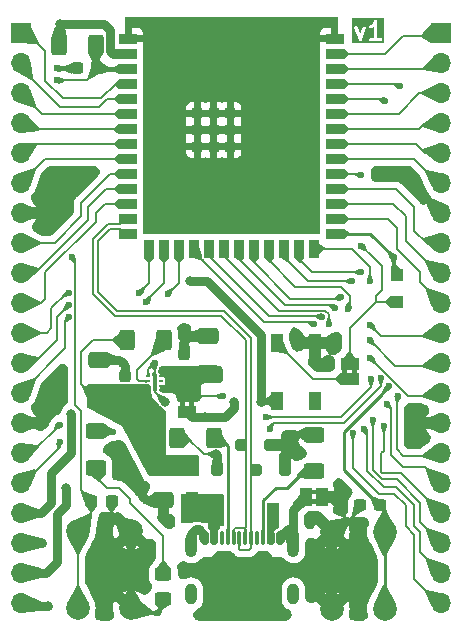
<source format=gbr>
%TF.GenerationSoftware,KiCad,Pcbnew,8.0.1-1.fc39*%
%TF.CreationDate,2024-05-03T11:25:29+02:00*%
%TF.ProjectId,esp32-s3-simple,65737033-322d-4733-932d-73696d706c65,rev?*%
%TF.SameCoordinates,Original*%
%TF.FileFunction,Copper,L1,Top*%
%TF.FilePolarity,Positive*%
%FSLAX46Y46*%
G04 Gerber Fmt 4.6, Leading zero omitted, Abs format (unit mm)*
G04 Created by KiCad (PCBNEW 8.0.1-1.fc39) date 2024-05-03 11:25:29*
%MOMM*%
%LPD*%
G01*
G04 APERTURE LIST*
G04 Aperture macros list*
%AMRoundRect*
0 Rectangle with rounded corners*
0 $1 Rounding radius*
0 $2 $3 $4 $5 $6 $7 $8 $9 X,Y pos of 4 corners*
0 Add a 4 corners polygon primitive as box body*
4,1,4,$2,$3,$4,$5,$6,$7,$8,$9,$2,$3,0*
0 Add four circle primitives for the rounded corners*
1,1,$1+$1,$2,$3*
1,1,$1+$1,$4,$5*
1,1,$1+$1,$6,$7*
1,1,$1+$1,$8,$9*
0 Add four rect primitives between the rounded corners*
20,1,$1+$1,$2,$3,$4,$5,0*
20,1,$1+$1,$4,$5,$6,$7,0*
20,1,$1+$1,$6,$7,$8,$9,0*
20,1,$1+$1,$8,$9,$2,$3,0*%
G04 Aperture macros list end*
%ADD10C,0.300000*%
%TA.AperFunction,EtchedComponent*%
%ADD11C,0.000000*%
%TD*%
%TA.AperFunction,ComponentPad*%
%ADD12R,1.700000X1.700000*%
%TD*%
%TA.AperFunction,ComponentPad*%
%ADD13O,1.700000X1.700000*%
%TD*%
%TA.AperFunction,SMDPad,CuDef*%
%ADD14RoundRect,0.250000X-0.400000X-0.625000X0.400000X-0.625000X0.400000X0.625000X-0.400000X0.625000X0*%
%TD*%
%TA.AperFunction,SMDPad,CuDef*%
%ADD15RoundRect,0.250000X0.650000X-0.412500X0.650000X0.412500X-0.650000X0.412500X-0.650000X-0.412500X0*%
%TD*%
%TA.AperFunction,SMDPad,CuDef*%
%ADD16R,1.500000X0.900000*%
%TD*%
%TA.AperFunction,SMDPad,CuDef*%
%ADD17R,0.900000X1.500000*%
%TD*%
%TA.AperFunction,SMDPad,CuDef*%
%ADD18R,0.900000X0.900000*%
%TD*%
%TA.AperFunction,SMDPad,CuDef*%
%ADD19RoundRect,0.237500X0.300000X0.237500X-0.300000X0.237500X-0.300000X-0.237500X0.300000X-0.237500X0*%
%TD*%
%TA.AperFunction,SMDPad,CuDef*%
%ADD20RoundRect,0.250000X-0.300000X0.300000X-0.300000X-0.300000X0.300000X-0.300000X0.300000X0.300000X0*%
%TD*%
%TA.AperFunction,ComponentPad*%
%ADD21C,2.000000*%
%TD*%
%TA.AperFunction,SMDPad,CuDef*%
%ADD22RoundRect,0.250000X0.250000X0.250000X-0.250000X0.250000X-0.250000X-0.250000X0.250000X-0.250000X0*%
%TD*%
%TA.AperFunction,SMDPad,CuDef*%
%ADD23R,1.000000X1.000000*%
%TD*%
%TA.AperFunction,SMDPad,CuDef*%
%ADD24RoundRect,0.250000X0.400000X0.625000X-0.400000X0.625000X-0.400000X-0.625000X0.400000X-0.625000X0*%
%TD*%
%TA.AperFunction,SMDPad,CuDef*%
%ADD25R,1.500000X1.000000*%
%TD*%
%TA.AperFunction,SMDPad,CuDef*%
%ADD26RoundRect,0.237500X0.237500X-0.300000X0.237500X0.300000X-0.237500X0.300000X-0.237500X-0.300000X0*%
%TD*%
%TA.AperFunction,SMDPad,CuDef*%
%ADD27RoundRect,0.250000X0.625000X-0.400000X0.625000X0.400000X-0.625000X0.400000X-0.625000X-0.400000X0*%
%TD*%
%TA.AperFunction,SMDPad,CuDef*%
%ADD28R,1.000000X1.500000*%
%TD*%
%TA.AperFunction,SMDPad,CuDef*%
%ADD29RoundRect,0.250000X-0.650000X0.412500X-0.650000X-0.412500X0.650000X-0.412500X0.650000X0.412500X0*%
%TD*%
%TA.AperFunction,SMDPad,CuDef*%
%ADD30RoundRect,0.237500X-0.300000X-0.237500X0.300000X-0.237500X0.300000X0.237500X-0.300000X0.237500X0*%
%TD*%
%TA.AperFunction,SMDPad,CuDef*%
%ADD31R,0.350000X0.280000*%
%TD*%
%TA.AperFunction,SMDPad,CuDef*%
%ADD32R,0.350000X0.260000*%
%TD*%
%TA.AperFunction,SMDPad,CuDef*%
%ADD33R,0.440000X1.440000*%
%TD*%
%TA.AperFunction,SMDPad,CuDef*%
%ADD34RoundRect,0.250000X-0.625000X0.400000X-0.625000X-0.400000X0.625000X-0.400000X0.625000X0.400000X0*%
%TD*%
%TA.AperFunction,SMDPad,CuDef*%
%ADD35RoundRect,0.250000X-0.250000X0.250000X-0.250000X-0.250000X0.250000X-0.250000X0.250000X0.250000X0*%
%TD*%
%TA.AperFunction,SMDPad,CuDef*%
%ADD36RoundRect,0.250000X0.450000X-0.325000X0.450000X0.325000X-0.450000X0.325000X-0.450000X-0.325000X0*%
%TD*%
%TA.AperFunction,SMDPad,CuDef*%
%ADD37RoundRect,0.150000X-0.150000X-0.425000X0.150000X-0.425000X0.150000X0.425000X-0.150000X0.425000X0*%
%TD*%
%TA.AperFunction,SMDPad,CuDef*%
%ADD38RoundRect,0.075000X-0.075000X-0.500000X0.075000X-0.500000X0.075000X0.500000X-0.075000X0.500000X0*%
%TD*%
%TA.AperFunction,ComponentPad*%
%ADD39O,1.000000X2.100000*%
%TD*%
%TA.AperFunction,ComponentPad*%
%ADD40O,1.000000X1.800000*%
%TD*%
%TA.AperFunction,ViaPad*%
%ADD41C,0.800000*%
%TD*%
%TA.AperFunction,ViaPad*%
%ADD42C,0.600000*%
%TD*%
%TA.AperFunction,ViaPad*%
%ADD43C,0.500000*%
%TD*%
%TA.AperFunction,Conductor*%
%ADD44C,0.800000*%
%TD*%
%TA.AperFunction,Conductor*%
%ADD45C,0.200000*%
%TD*%
%TA.AperFunction,Conductor*%
%ADD46C,0.250000*%
%TD*%
%TA.AperFunction,Conductor*%
%ADD47C,0.400000*%
%TD*%
G04 APERTURE END LIST*
D10*
G36*
X171446867Y-38117495D02*
G01*
X168746596Y-38117495D01*
X168746596Y-36822750D01*
X168913263Y-36822750D01*
X168920392Y-36851278D01*
X169272962Y-37830303D01*
X169273313Y-37837361D01*
X169282450Y-37856650D01*
X169290091Y-37877868D01*
X169295144Y-37883450D01*
X169298367Y-37890253D01*
X169314639Y-37904984D01*
X169329371Y-37921257D01*
X169336173Y-37924479D01*
X169341756Y-37929533D01*
X169362430Y-37936916D01*
X169382263Y-37946311D01*
X169389781Y-37946684D01*
X169396874Y-37949218D01*
X169418796Y-37948127D01*
X169440718Y-37949218D01*
X169447810Y-37946684D01*
X169455329Y-37946311D01*
X169475161Y-37936916D01*
X169495836Y-37929533D01*
X169501418Y-37924479D01*
X169508221Y-37921257D01*
X169522952Y-37904984D01*
X169539225Y-37890253D01*
X169542447Y-37883450D01*
X169547501Y-37877868D01*
X169560057Y-37851278D01*
X169924329Y-36822750D01*
X169921422Y-36764295D01*
X169896368Y-36711403D01*
X169895524Y-36710639D01*
X170127117Y-36710639D01*
X170131266Y-36769019D01*
X170157440Y-36821368D01*
X170201655Y-36859715D01*
X170257178Y-36878222D01*
X170315558Y-36874073D01*
X170343021Y-36863564D01*
X170485563Y-36789554D01*
X170502131Y-36782692D01*
X170507901Y-36777956D01*
X170510764Y-36776470D01*
X170513360Y-36773476D01*
X170524862Y-36764037D01*
X170555324Y-36732806D01*
X170557057Y-37652700D01*
X170246675Y-37653710D01*
X170192603Y-37676108D01*
X170151219Y-37717492D01*
X170128821Y-37771564D01*
X170128821Y-37830092D01*
X170151219Y-37884164D01*
X170192603Y-37925548D01*
X170246675Y-37947946D01*
X170275939Y-37950828D01*
X171162346Y-37947946D01*
X171216418Y-37925548D01*
X171257802Y-37884164D01*
X171280200Y-37830092D01*
X171280200Y-37771564D01*
X171257802Y-37717492D01*
X171216418Y-37676108D01*
X171162346Y-37653710D01*
X171133082Y-37650828D01*
X170854229Y-37651734D01*
X170851709Y-36314827D01*
X170854510Y-36300670D01*
X170851655Y-36286400D01*
X170851628Y-36271564D01*
X170845944Y-36257843D01*
X170843032Y-36243281D01*
X170834853Y-36231068D01*
X170829230Y-36217492D01*
X170818731Y-36206993D01*
X170810466Y-36194651D01*
X170798235Y-36186497D01*
X170787846Y-36176108D01*
X170774127Y-36170425D01*
X170761767Y-36162185D01*
X170747348Y-36159332D01*
X170733774Y-36153710D01*
X170718923Y-36153710D01*
X170704353Y-36150828D01*
X170689943Y-36153710D01*
X170675246Y-36153710D01*
X170661524Y-36159393D01*
X170646963Y-36162306D01*
X170634750Y-36170484D01*
X170621174Y-36176108D01*
X170610675Y-36186606D01*
X170598333Y-36194872D01*
X170579901Y-36217380D01*
X170579790Y-36217492D01*
X170579769Y-36217542D01*
X170579703Y-36217623D01*
X170453351Y-36411339D01*
X170335382Y-36532286D01*
X170183971Y-36610901D01*
X170145624Y-36655116D01*
X170127117Y-36710639D01*
X169895524Y-36710639D01*
X169852979Y-36672123D01*
X169797861Y-36652438D01*
X169739406Y-36655345D01*
X169686514Y-36680399D01*
X169647234Y-36723788D01*
X169634678Y-36750378D01*
X169419118Y-37359014D01*
X169190358Y-36723788D01*
X169151078Y-36680399D01*
X169098186Y-36655345D01*
X169039731Y-36652438D01*
X168984613Y-36672123D01*
X168941224Y-36711403D01*
X168916170Y-36764295D01*
X168913263Y-36822750D01*
X168746596Y-36822750D01*
X168746596Y-35984161D01*
X171446867Y-35984161D01*
X171446867Y-38117495D01*
G37*
D11*
%TA.AperFunction,EtchedComponent*%
%TO.C,JP3*%
G36*
X155350000Y-68900000D02*
G01*
X154950000Y-68900000D01*
X154950000Y-68400000D01*
X155350000Y-68400000D01*
X155350000Y-68900000D01*
G37*
%TD.AperFunction*%
%TA.AperFunction,EtchedComponent*%
G36*
X154550000Y-68900000D02*
G01*
X154150000Y-68900000D01*
X154150000Y-68400000D01*
X154550000Y-68400000D01*
X154550000Y-68900000D01*
G37*
%TD.AperFunction*%
%TA.AperFunction,EtchedComponent*%
%TO.C,JP2*%
G36*
X169100000Y-66150000D02*
G01*
X168700000Y-66150000D01*
X168700000Y-65650000D01*
X169100000Y-65650000D01*
X169100000Y-66150000D01*
G37*
%TD.AperFunction*%
%TA.AperFunction,EtchedComponent*%
G36*
X168300000Y-66150000D02*
G01*
X167900000Y-66150000D01*
X167900000Y-65650000D01*
X168300000Y-65650000D01*
X168300000Y-66150000D01*
G37*
%TD.AperFunction*%
%TA.AperFunction,EtchedComponent*%
%TO.C,JP1*%
G36*
X165750000Y-76300000D02*
G01*
X165250000Y-76300000D01*
X165250000Y-75900000D01*
X165750000Y-75900000D01*
X165750000Y-76300000D01*
G37*
%TD.AperFunction*%
%TA.AperFunction,EtchedComponent*%
G36*
X165750000Y-77100000D02*
G01*
X165250000Y-77100000D01*
X165250000Y-76700000D01*
X165750000Y-76700000D01*
X165750000Y-77100000D01*
G37*
%TD.AperFunction*%
%TD*%
D12*
%TO.P,J2,1,Pin_1*%
%TO.N,/GPIO1*%
X176250000Y-37250000D03*
D13*
%TO.P,J2,2,Pin_2*%
%TO.N,/GPIO2*%
X176250000Y-39790000D03*
%TO.P,J2,3,Pin_3*%
%TO.N,/GPIO42*%
X176250000Y-42330000D03*
%TO.P,J2,4,Pin_4*%
%TO.N,/GPIO41*%
X176250000Y-44870000D03*
%TO.P,J2,5,Pin_5*%
%TO.N,/GPIO40*%
X176250000Y-47410000D03*
%TO.P,J2,6,Pin_6*%
%TO.N,/GPIO39*%
X176250000Y-49950000D03*
%TO.P,J2,7,Pin_7*%
%TO.N,GND*%
X176250000Y-52490000D03*
%TO.P,J2,8,Pin_8*%
%TO.N,/GPIO37*%
X176250000Y-55030000D03*
%TO.P,J2,9,Pin_9*%
%TO.N,/GPIO36*%
X176250000Y-57570000D03*
%TO.P,J2,10,Pin_10*%
%TO.N,/GPIO35*%
X176250000Y-60110000D03*
%TO.P,J2,11,Pin_11*%
%TO.N,/GPIO45*%
X176250000Y-62650000D03*
%TO.P,J2,12,Pin_12*%
%TO.N,/GPIO48*%
X176250000Y-65190000D03*
%TO.P,J2,13,Pin_13*%
%TO.N,/GPIO47*%
X176250000Y-67730000D03*
%TO.P,J2,14,Pin_14*%
%TO.N,GND*%
X176250000Y-70270000D03*
%TO.P,J2,15,Pin_15*%
%TO.N,/GPIO21*%
X176250000Y-72810000D03*
%TO.P,J2,16,Pin_16*%
%TO.N,/GPIO14*%
X176250000Y-75350000D03*
%TO.P,J2,17,Pin_17*%
%TO.N,/GPIO13*%
X176250000Y-77890000D03*
%TO.P,J2,18,Pin_18*%
%TO.N,/GPIO12*%
X176250000Y-80430000D03*
%TO.P,J2,19,Pin_19*%
%TO.N,/GPIO11*%
X176250000Y-82970000D03*
%TO.P,J2,20,Pin_20*%
%TO.N,/GPIO10*%
X176250000Y-85510000D03*
%TD*%
D14*
%TO.P,R40,1*%
%TO.N,+3V3*%
X143900000Y-38250000D03*
%TO.P,R40,2*%
%TO.N,CHIP_PU*%
X147000000Y-38250000D03*
%TD*%
D15*
%TO.P,C8,1*%
%TO.N,/power/3V3_OUT*%
X156500000Y-66062500D03*
%TO.P,C8,2*%
%TO.N,GND*%
X156500000Y-62937500D03*
%TD*%
D16*
%TO.P,U1,1,GND*%
%TO.N,GND*%
X149750000Y-37740000D03*
%TO.P,U1,2,3V3*%
%TO.N,+3V3*%
X149750000Y-39010000D03*
%TO.P,U1,3,EN*%
%TO.N,CHIP_PU*%
X149750000Y-40280000D03*
%TO.P,U1,4,GPIO4/TOUCH4/ADC1_CH3*%
%TO.N,/GPIO4*%
X149750000Y-41550000D03*
%TO.P,U1,5,GPIO5/TOUCH5/ADC1_CH4*%
%TO.N,/GPIO5*%
X149750000Y-42820000D03*
%TO.P,U1,6,GPIO6/TOUCH6/ADC1_CH5*%
%TO.N,/GPIO6*%
X149750000Y-44090000D03*
%TO.P,U1,7,GPIO7/TOUCH7/ADC1_CH6*%
%TO.N,/GPIO7*%
X149750000Y-45360000D03*
%TO.P,U1,8,GPIO15/U0RTS/ADC2_CH4/XTAL_32K_P*%
%TO.N,/GPIO15*%
X149750000Y-46630000D03*
%TO.P,U1,9,GPIO16/U0CTS/ADC2_CH5/XTAL_32K_N*%
%TO.N,/GPIO16*%
X149750000Y-47900000D03*
%TO.P,U1,10,GPIO17/U1TXD/ADC2_CH6*%
%TO.N,/GPIO17*%
X149750000Y-49170000D03*
%TO.P,U1,11,GPIO18/U1RXD/ADC2_CH7/CLK_OUT3*%
%TO.N,/GPIO18*%
X149750000Y-50440000D03*
%TO.P,U1,12,GPIO8/TOUCH8/ADC1_CH7/SUBSPICS1*%
%TO.N,/GPIO8*%
X149750000Y-51710000D03*
%TO.P,U1,13,GPIO19/U1RTS/ADC2_CH8/CLK_OUT2/USB_D-*%
%TO.N,/D-*%
X149750000Y-52980000D03*
%TO.P,U1,14,GPIO20/U1CTS/ADC2_CH9/CLK_OUT1/USB_D+*%
%TO.N,/D+*%
X149750000Y-54250000D03*
D17*
%TO.P,U1,15,GPIO3/TOUCH3/ADC1_CH2*%
%TO.N,/GPIO3*%
X151515000Y-55500000D03*
%TO.P,U1,16,GPIO46*%
%TO.N,/GPIO46*%
X152785000Y-55500000D03*
%TO.P,U1,17,GPIO9/TOUCH9/ADC1_CH8/FSPIHD/SUBSPIHD*%
%TO.N,/GPIO9*%
X154055000Y-55500000D03*
%TO.P,U1,18,GPIO10/TOUCH10/ADC1_CH9/FSPICS0/FSPIIO4/SUBSPICS0*%
%TO.N,/GPIO10*%
X155325000Y-55500000D03*
%TO.P,U1,19,GPIO11/TOUCH11/ADC2_CH0/FSPID/FSPIIO5/SUBSPID*%
%TO.N,/GPIO11*%
X156595000Y-55500000D03*
%TO.P,U1,20,GPIO12/TOUCH12/ADC2_CH1/FSPICLK/FSPIIO6/SUBSPICLK*%
%TO.N,/GPIO12*%
X157865000Y-55500000D03*
%TO.P,U1,21,GPIO13/TOUCH13/ADC2_CH2/FSPIQ/FSPIIO7/SUBSPIQ*%
%TO.N,/GPIO13*%
X159135000Y-55500000D03*
%TO.P,U1,22,GPIO14/TOUCH14/ADC2_CH3/FSPIWP/FSPIDQS/SUBSPIWP*%
%TO.N,/GPIO14*%
X160405000Y-55500000D03*
%TO.P,U1,23,GPIO21*%
%TO.N,/GPIO21*%
X161675000Y-55500000D03*
%TO.P,U1,24,GPIO47/SPICLK_P/SUBSPICLK_P_DIFF*%
%TO.N,/GPIO47*%
X162945000Y-55500000D03*
%TO.P,U1,25,GPIO48/SPICLK_N/SUBSPICLK_N_DIFF*%
%TO.N,/GPIO48*%
X164215000Y-55500000D03*
%TO.P,U1,26,GPIO45*%
%TO.N,/GPIO45*%
X165485000Y-55500000D03*
D16*
%TO.P,U1,27,GPIO0/BOOT*%
%TO.N,GPIO0*%
X167250000Y-54250000D03*
%TO.P,U1,28,SPIIO6/GPIO35/FSPID/SUBSPID*%
%TO.N,/GPIO35*%
X167250000Y-52980000D03*
%TO.P,U1,29,SPIIO7/GPIO36/FSPICLK/SUBSPICLK*%
%TO.N,/GPIO36*%
X167250000Y-51710000D03*
%TO.P,U1,30,SPIDQS/GPIO37/FSPIQ/SUBSPIQ*%
%TO.N,/GPIO37*%
X167250000Y-50440000D03*
%TO.P,U1,31,GPIO38/FSPIWP/SUBSPIWP*%
%TO.N,GPIO38*%
X167250000Y-49170000D03*
%TO.P,U1,32,MTCK/GPIO39/CLK_OUT3/SUBSPICS1*%
%TO.N,/GPIO39*%
X167250000Y-47900000D03*
%TO.P,U1,33,MTDO/GPIO40/CLK_OUT2*%
%TO.N,/GPIO40*%
X167250000Y-46630000D03*
%TO.P,U1,34,MTDI/GPIO41/CLK_OUT1*%
%TO.N,/GPIO41*%
X167250000Y-45360000D03*
%TO.P,U1,35,MTMS/GPIO42*%
%TO.N,/GPIO42*%
X167250000Y-44090000D03*
%TO.P,U1,36,U0RXD/GPIO44/CLK_OUT2*%
%TO.N,/RX*%
X167250000Y-42820000D03*
%TO.P,U1,37,U0TXD/GPIO43/CLK_OUT1*%
%TO.N,/TX*%
X167250000Y-41550000D03*
%TO.P,U1,38,GPIO2/TOUCH2/ADC1_CH1*%
%TO.N,/GPIO2*%
X167250000Y-40280000D03*
%TO.P,U1,39,GPIO1/TOUCH1/ADC1_CH0*%
%TO.N,/GPIO1*%
X167250000Y-39010000D03*
%TO.P,U1,40,GND*%
%TO.N,GND*%
X167250000Y-37740000D03*
D18*
%TO.P,U1,41,GND*%
X155600000Y-44060000D03*
X155600000Y-45460000D03*
X155600000Y-46860000D03*
X155600000Y-46860000D03*
X157000000Y-44060000D03*
X157000000Y-44060000D03*
X157000000Y-45460000D03*
X157000000Y-46860000D03*
X158400000Y-44060000D03*
X158400000Y-45460000D03*
X158400000Y-46860000D03*
%TD*%
D19*
%TO.P,C2,1*%
%TO.N,GPIO0*%
X171112500Y-77250000D03*
%TO.P,C2,2*%
%TO.N,GND*%
X169387500Y-77250000D03*
%TD*%
D20*
%TO.P,D4,1,K*%
%TO.N,VSYS*%
X155150000Y-73850000D03*
%TO.P,D4,2,A*%
%TO.N,/VBUS_USB*%
X155150000Y-76650000D03*
%TD*%
D21*
%TO.P,SW1,1,1*%
%TO.N,GND*%
X167000000Y-86000000D03*
X167000000Y-79500000D03*
%TO.P,SW1,2,2*%
%TO.N,GPIO0*%
X171500000Y-86000000D03*
X171500000Y-79500000D03*
%TD*%
D22*
%TO.P,D1,1,A1*%
%TO.N,GND*%
X163050000Y-74250000D03*
%TO.P,D1,2,A2*%
%TO.N,/D+*%
X160550000Y-74250000D03*
%TD*%
D19*
%TO.P,C29,1*%
%TO.N,CHIP_PU*%
X147112500Y-40250000D03*
%TO.P,C29,2*%
%TO.N,GND*%
X145387500Y-40250000D03*
%TD*%
D23*
%TO.P,TP2,1,1*%
%TO.N,GPIO0*%
X172500000Y-57750000D03*
%TD*%
D24*
%TO.P,R4,1*%
%TO.N,Net-(J3-CC1)*%
X157000000Y-71500000D03*
%TO.P,R4,2*%
%TO.N,GND*%
X153900000Y-71500000D03*
%TD*%
D25*
%TO.P,JP3,1,A*%
%TO.N,/power/3V3_OUT*%
X154750000Y-68000000D03*
%TO.P,JP3,2,B*%
%TO.N,+3V3*%
X154750000Y-69300000D03*
%TD*%
D26*
%TO.P,C7,1*%
%TO.N,/power/3V3_OUT*%
X154500000Y-66112500D03*
%TO.P,C7,2*%
%TO.N,GND*%
X154500000Y-64387500D03*
%TD*%
D27*
%TO.P,R3,1*%
%TO.N,Net-(J3-CC2)*%
X165500000Y-74350000D03*
%TO.P,R3,2*%
%TO.N,GND*%
X165500000Y-71250000D03*
%TD*%
D28*
%TO.P,D5,1,VSS*%
%TO.N,GND*%
X165550000Y-63500000D03*
%TO.P,D5,2,DIN*%
%TO.N,Net-(D5-DIN)*%
X162350000Y-63500000D03*
%TO.P,D5,3,VDD*%
%TO.N,+3V3*%
X162350000Y-68400000D03*
%TO.P,D5,4,DOUT*%
%TO.N,unconnected-(D5-DOUT-Pad4)*%
X165550000Y-68400000D03*
%TD*%
D15*
%TO.P,C1,1*%
%TO.N,VSYS*%
X147250000Y-68037500D03*
%TO.P,C1,2*%
%TO.N,GND*%
X147250000Y-64912500D03*
%TD*%
D29*
%TO.P,C4,1*%
%TO.N,VSYS*%
X152750000Y-73687500D03*
%TO.P,C4,2*%
%TO.N,GND*%
X152750000Y-76812500D03*
%TD*%
D30*
%TO.P,C3,1*%
%TO.N,CHIP_PU*%
X146637500Y-76850000D03*
%TO.P,C3,2*%
%TO.N,GND*%
X148362500Y-76850000D03*
%TD*%
D31*
%TO.P,U2,1,OUT*%
%TO.N,/power/3V3_OUT*%
X152525000Y-67512500D03*
%TO.P,U2,2,OUT*%
X152525000Y-67112500D03*
D32*
%TO.P,U2,3*%
%TO.N,N/C*%
X152525000Y-66712500D03*
D31*
%TO.P,U2,4,FB/ADJ*%
%TO.N,/power/3V3_OUT*%
X152525000Y-66312500D03*
%TO.P,U2,5,GND*%
%TO.N,GND*%
X151475000Y-66312500D03*
D32*
%TO.P,U2,6,EN*%
%TO.N,Net-(U2-EN)*%
X151475000Y-66712500D03*
D31*
%TO.P,U2,7,IN*%
%TO.N,VSYS*%
X151475000Y-67112500D03*
%TO.P,U2,8,IN*%
X151475000Y-67512500D03*
D33*
%TO.P,U2,EPAD,GND*%
%TO.N,GND*%
X152000000Y-66912500D03*
%TD*%
D25*
%TO.P,JP2,1,A*%
%TO.N,GPIO38*%
X168500000Y-65250000D03*
%TO.P,JP2,2,B*%
%TO.N,Net-(D5-DIN)*%
X168500000Y-66550000D03*
%TD*%
D22*
%TO.P,D2,1,A1*%
%TO.N,GND*%
X161800000Y-72100000D03*
%TO.P,D2,2,A2*%
%TO.N,/D-*%
X159300000Y-72100000D03*
%TD*%
D34*
%TO.P,R6,1*%
%TO.N,/power/3V3_OUT*%
X147000000Y-70950000D03*
%TO.P,R6,2*%
%TO.N,Net-(D6-A)*%
X147000000Y-74050000D03*
%TD*%
D26*
%TO.P,C5,1*%
%TO.N,VSYS*%
X149500000Y-68025000D03*
%TO.P,C5,2*%
%TO.N,GND*%
X149500000Y-66300000D03*
%TD*%
D12*
%TO.P,J1,1,Pin_1*%
%TO.N,/GPIO4*%
X140690000Y-37240000D03*
D13*
%TO.P,J1,2,Pin_2*%
%TO.N,/GPIO5*%
X140690000Y-39780000D03*
%TO.P,J1,3,Pin_3*%
%TO.N,/GPIO6*%
X140690000Y-42320000D03*
%TO.P,J1,4,Pin_4*%
%TO.N,/GPIO7*%
X140690000Y-44860000D03*
%TO.P,J1,5,Pin_5*%
%TO.N,/GPIO15*%
X140690000Y-47400000D03*
%TO.P,J1,6,Pin_6*%
%TO.N,/GPIO16*%
X140690000Y-49940000D03*
%TO.P,J1,7,Pin_7*%
%TO.N,GND*%
X140690000Y-52480000D03*
%TO.P,J1,8,Pin_8*%
%TO.N,/GPIO17*%
X140690000Y-55020000D03*
%TO.P,J1,9,Pin_9*%
%TO.N,/GPIO18*%
X140690000Y-57560000D03*
%TO.P,J1,10,Pin_10*%
%TO.N,/GPIO8*%
X140690000Y-60100000D03*
%TO.P,J1,11,Pin_11*%
%TO.N,/GPIO3*%
X140690000Y-62640000D03*
%TO.P,J1,12,Pin_12*%
%TO.N,/GPIO46*%
X140690000Y-65180000D03*
%TO.P,J1,13,Pin_13*%
%TO.N,/GPIO9*%
X140690000Y-67720000D03*
%TO.P,J1,14,Pin_14*%
%TO.N,GND*%
X140690000Y-70260000D03*
%TO.P,J1,15,Pin_15*%
%TO.N,/RX*%
X140690000Y-72800000D03*
%TO.P,J1,16,Pin_16*%
%TO.N,/TX*%
X140690000Y-75340000D03*
%TO.P,J1,17,Pin_17*%
%TO.N,+3V3*%
X140690000Y-77880000D03*
%TO.P,J1,18,Pin_18*%
%TO.N,GND*%
X140690000Y-80420000D03*
%TO.P,J1,19,Pin_19*%
%TO.N,VSYS*%
X140690000Y-82960000D03*
%TO.P,J1,20,Pin_20*%
%TO.N,/VBUS_USB*%
X140690000Y-85500000D03*
%TD*%
D35*
%TO.P,D3,1,A1*%
%TO.N,GND*%
X157300000Y-74250000D03*
%TO.P,D3,2,A2*%
%TO.N,/VBUS_USB*%
X157300000Y-76750000D03*
%TD*%
D36*
%TO.P,D6,1,K*%
%TO.N,GND*%
X152750000Y-85125000D03*
%TO.P,D6,2,A*%
%TO.N,Net-(D6-A)*%
X152750000Y-83075000D03*
%TD*%
D24*
%TO.P,R1,1*%
%TO.N,Net-(U2-EN)*%
X152800000Y-63250000D03*
%TO.P,R1,2*%
%TO.N,VSYS*%
X149700000Y-63250000D03*
%TD*%
D21*
%TO.P,SW2,1,1*%
%TO.N,GND*%
X150000000Y-79450000D03*
X150000000Y-85950000D03*
%TO.P,SW2,2,2*%
%TO.N,CHIP_PU*%
X145500000Y-79450000D03*
X145500000Y-85950000D03*
%TD*%
D28*
%TO.P,JP1,1,A*%
%TO.N,GNDPWR*%
X164850000Y-76500000D03*
%TO.P,JP1,2,B*%
%TO.N,GND*%
X166150000Y-76500000D03*
%TD*%
D23*
%TO.P,TP3,1,1*%
%TO.N,GPIO38*%
X172500000Y-60000000D03*
%TD*%
D37*
%TO.P,J3,A1,GND*%
%TO.N,GNDPWR*%
X156230000Y-79995000D03*
%TO.P,J3,A4,VBUS*%
%TO.N,/VBUS_USB*%
X157030000Y-79995000D03*
D38*
%TO.P,J3,A5,CC1*%
%TO.N,Net-(J3-CC1)*%
X158180000Y-79995000D03*
%TO.P,J3,A6,D+*%
%TO.N,/D+*%
X159180000Y-79995000D03*
%TO.P,J3,A7,D-*%
%TO.N,/D-*%
X159680000Y-79995000D03*
%TO.P,J3,A8,SBU1*%
%TO.N,unconnected-(J3-SBU1-PadA8)*%
X160680000Y-79995000D03*
D37*
%TO.P,J3,A9,VBUS*%
%TO.N,/VBUS_USB*%
X161830000Y-79995000D03*
%TO.P,J3,A12,GND*%
%TO.N,GNDPWR*%
X162630000Y-79995000D03*
%TO.P,J3,B1,GND*%
X162630000Y-79995000D03*
%TO.P,J3,B4,VBUS*%
%TO.N,/VBUS_USB*%
X161830000Y-79995000D03*
D38*
%TO.P,J3,B5,CC2*%
%TO.N,Net-(J3-CC2)*%
X161180000Y-79995000D03*
%TO.P,J3,B6,D+*%
%TO.N,/D+*%
X160180000Y-79995000D03*
%TO.P,J3,B7,D-*%
%TO.N,/D-*%
X158680000Y-79995000D03*
%TO.P,J3,B8,SBU2*%
%TO.N,unconnected-(J3-SBU2-PadB8)*%
X157680000Y-79995000D03*
D37*
%TO.P,J3,B9,VBUS*%
%TO.N,/VBUS_USB*%
X157030000Y-79995000D03*
%TO.P,J3,B12,GND*%
%TO.N,GNDPWR*%
X156230000Y-79995000D03*
D39*
%TO.P,J3,S1,SHIELD*%
X155110000Y-80570000D03*
D40*
X155110000Y-84750000D03*
D39*
X163750000Y-80570000D03*
D40*
X163750000Y-84750000D03*
%TD*%
D41*
%TO.N,VSYS*%
X144500000Y-75750000D03*
X151750000Y-72500000D03*
%TO.N,GND*%
X143000000Y-52000000D03*
D42*
X143750000Y-40250000D03*
D41*
X151000000Y-76500000D03*
X152850000Y-68450000D03*
D42*
X152250000Y-86350000D03*
D41*
X174000000Y-70250000D03*
D42*
X163000000Y-72250000D03*
D43*
X157000000Y-45500000D03*
D41*
X143250000Y-69500000D03*
D43*
X163800000Y-62350000D03*
D41*
X154750000Y-63000000D03*
X157193016Y-72901500D03*
X149250000Y-65100000D03*
X167500000Y-77250000D03*
X174000000Y-50250000D03*
D42*
X152000000Y-65200000D03*
D41*
X142500000Y-80400000D03*
D42*
%TO.N,GPIO0*%
X172250000Y-56250000D03*
X171877708Y-67122292D03*
%TO.N,CHIP_PU*%
X145000000Y-56250000D03*
X143750000Y-41250000D03*
%TO.N,/power/3V3_OUT*%
X148500000Y-71000000D03*
X157750000Y-68000000D03*
D41*
%TO.N,/VBUS_USB*%
X155000000Y-78250000D03*
X143000000Y-85750000D03*
X162000000Y-78500000D03*
X162000000Y-77500000D03*
X157000000Y-78250000D03*
%TO.N,+3V3*%
X144950000Y-69500000D03*
X158750000Y-68500000D03*
X156250000Y-69750000D03*
X144000000Y-36500000D03*
X155000000Y-58250000D03*
X161000000Y-68500000D03*
D42*
%TO.N,GPIO38*%
X169500000Y-55250000D03*
X169500000Y-49250000D03*
%TO.N,/GPIO3*%
X144750000Y-59250000D03*
X150700000Y-59250000D03*
%TO.N,/GPIO46*%
X144750000Y-60250000D03*
X151300000Y-60050000D03*
%TO.N,/GPIO9*%
X153100000Y-59350000D03*
X144750000Y-61250000D03*
%TO.N,/GPIO10*%
X168800000Y-71100000D03*
X165500000Y-61900000D03*
%TO.N,/GPIO11*%
X169750000Y-70750000D03*
X166169067Y-61290467D03*
%TO.N,/GPIO12*%
X166750000Y-61900000D03*
X170500000Y-70000000D03*
%TO.N,/GPIO13*%
X167250000Y-60500000D03*
X171400000Y-70500000D03*
%TO.N,/GPIO14*%
X171650000Y-68650000D03*
X167750000Y-59600000D03*
%TO.N,/GPIO21*%
X172600000Y-68000000D03*
X168400000Y-60600000D03*
%TO.N,/GPIO47*%
X170250000Y-64750000D03*
X168750000Y-58250000D03*
%TO.N,/GPIO48*%
X170200000Y-63250000D03*
X169500000Y-57500000D03*
%TO.N,/GPIO45*%
X170250000Y-58250000D03*
X170250000Y-61950000D03*
%TO.N,/RX*%
X170300000Y-66550000D03*
X161400000Y-69750000D03*
X171500000Y-43000000D03*
X143950000Y-70400000D03*
%TO.N,/TX*%
X171147292Y-66447292D03*
X143950000Y-71850000D03*
X172750000Y-41750000D03*
X161750000Y-70800000D03*
%TD*%
D44*
%TO.N,VSYS*%
X140690000Y-82960000D02*
X142790000Y-82960000D01*
D45*
X147250000Y-68037500D02*
X146787500Y-68037500D01*
D44*
X143750000Y-82000000D02*
X143750000Y-78000000D01*
X143750000Y-78000000D02*
X144500000Y-77250000D01*
D45*
X146787500Y-68037500D02*
X145750000Y-67000000D01*
X146750000Y-63250000D02*
X149700000Y-63250000D01*
D44*
X142790000Y-82960000D02*
X143750000Y-82000000D01*
D45*
X145750000Y-67000000D02*
X145750000Y-64250000D01*
X145750000Y-64250000D02*
X146750000Y-63250000D01*
D44*
X144500000Y-77250000D02*
X144500000Y-75750000D01*
D46*
%TO.N,GND*%
X167000000Y-79500000D02*
X167387500Y-79500000D01*
D44*
X148650000Y-64950000D02*
X148687500Y-64912500D01*
X154500000Y-63650000D02*
X154500000Y-63300000D01*
X157193016Y-72901500D02*
X157300000Y-73008484D01*
X167500000Y-77100000D02*
X167500000Y-77250000D01*
D45*
X157193016Y-72901500D02*
X156151500Y-72901500D01*
D44*
X155200000Y-62950000D02*
X155212500Y-62937500D01*
X142500000Y-80400000D02*
X142480000Y-80420000D01*
D45*
X150000000Y-79450000D02*
X148362500Y-77812500D01*
X152850000Y-68450000D02*
X152826472Y-68450000D01*
D47*
X174010000Y-50250000D02*
X176250000Y-52490000D01*
D45*
X150000000Y-85950000D02*
X150000000Y-79450000D01*
D47*
X164950000Y-63500000D02*
X163800000Y-62350000D01*
D44*
X148687500Y-64912500D02*
X149012500Y-64912500D01*
X167500000Y-77250000D02*
X167650000Y-77250000D01*
D45*
X152826472Y-68450000D02*
X152000000Y-67623528D01*
D44*
X163050000Y-74250000D02*
X163050000Y-72300000D01*
X152750000Y-76812500D02*
X151312500Y-76812500D01*
X149200000Y-65100000D02*
X149250000Y-65100000D01*
D47*
X143750000Y-40250000D02*
X145387500Y-40250000D01*
D44*
X163050000Y-72300000D02*
X163000000Y-72250000D01*
D47*
X165550000Y-63500000D02*
X164950000Y-63500000D01*
D44*
X142500000Y-80420000D02*
X142500000Y-80400000D01*
X167650000Y-77250000D02*
X167650000Y-77250000D01*
D47*
X174000000Y-70250000D02*
X174020000Y-70270000D01*
X142490000Y-70260000D02*
X140690000Y-70260000D01*
D44*
X151312500Y-76812500D02*
X151000000Y-76500000D01*
X142480000Y-80420000D02*
X140690000Y-80420000D01*
D45*
X154750000Y-71500000D02*
X153900000Y-71500000D01*
D44*
X154800000Y-63000000D02*
X154862500Y-62937500D01*
D47*
X174020000Y-70270000D02*
X176250000Y-70270000D01*
D45*
X150400000Y-86350000D02*
X150000000Y-85950000D01*
D46*
X168000000Y-77600000D02*
X167650000Y-77250000D01*
D44*
X154500000Y-64387500D02*
X154500000Y-63650000D01*
D46*
X167387500Y-79500000D02*
X168000000Y-78887500D01*
D44*
X166900000Y-76500000D02*
X167500000Y-77100000D01*
D46*
X168000000Y-78887500D02*
X169387500Y-77500000D01*
X168000000Y-78887500D02*
X168000000Y-77600000D01*
D44*
X154862500Y-62937500D02*
X155187500Y-62937500D01*
X149250000Y-65150000D02*
X149300000Y-65200000D01*
X163000000Y-72250000D02*
X162850000Y-72100000D01*
X149012500Y-64912500D02*
X149200000Y-65100000D01*
X149300000Y-65200000D02*
X149500000Y-65400000D01*
D47*
X165500000Y-71250000D02*
X164000000Y-71250000D01*
D45*
X148362500Y-77812500D02*
X148362500Y-76850000D01*
D44*
X154500000Y-63300000D02*
X154750000Y-63050000D01*
D46*
X169387500Y-77500000D02*
X169387500Y-77250000D01*
D44*
X155212500Y-62937500D02*
X156500000Y-62937500D01*
D45*
X151475000Y-65725000D02*
X151475000Y-66312500D01*
D47*
X164000000Y-71250000D02*
X163000000Y-72250000D01*
D44*
X154750000Y-63000000D02*
X154800000Y-63000000D01*
X147250000Y-64912500D02*
X148612500Y-64912500D01*
D45*
X152000000Y-67623528D02*
X152000000Y-66912500D01*
D47*
X174000000Y-50250000D02*
X174010000Y-50250000D01*
D45*
X152750000Y-85850000D02*
X152750000Y-85125000D01*
X152250000Y-86350000D02*
X152750000Y-85850000D01*
D44*
X149500000Y-65400000D02*
X149500000Y-66300000D01*
X155187500Y-62937500D02*
X155200000Y-62950000D01*
D45*
X152000000Y-65200000D02*
X151475000Y-65725000D01*
D47*
X142520000Y-52480000D02*
X143000000Y-52000000D01*
D45*
X152250000Y-86350000D02*
X150400000Y-86350000D01*
X156151500Y-72901500D02*
X154750000Y-71500000D01*
D44*
X157300000Y-73008484D02*
X157300000Y-74250000D01*
X149250000Y-65100000D02*
X149250000Y-65150000D01*
D46*
X167000000Y-79500000D02*
X167000000Y-86000000D01*
D45*
X152000000Y-65200000D02*
X152000000Y-66912500D01*
D47*
X140690000Y-52480000D02*
X142520000Y-52480000D01*
D44*
X166150000Y-76500000D02*
X166900000Y-76500000D01*
X148612500Y-64912500D02*
X148650000Y-64950000D01*
D47*
X143250000Y-69500000D02*
X142490000Y-70260000D01*
D44*
X161800000Y-72100000D02*
X162850000Y-72100000D01*
X154750000Y-63050000D02*
X154750000Y-63000000D01*
D46*
%TO.N,GPIO0*%
X171232537Y-67775000D02*
X168000000Y-71007537D01*
X171500000Y-77637500D02*
X171112500Y-77250000D01*
X171500000Y-79500000D02*
X171500000Y-77637500D01*
X171232537Y-67767463D02*
X171232537Y-67775000D01*
X171000000Y-77250000D02*
X171112500Y-77250000D01*
X171500000Y-86000000D02*
X171500000Y-79500000D01*
X172250000Y-56250000D02*
X172250000Y-57500000D01*
X172250000Y-57500000D02*
X172500000Y-57750000D01*
X172250000Y-56250000D02*
X170250000Y-54250000D01*
X171877708Y-67122292D02*
X171232537Y-67767463D01*
X170250000Y-54250000D02*
X167250000Y-54250000D01*
X168000000Y-74250000D02*
X171000000Y-77250000D01*
X168000000Y-71007537D02*
X168000000Y-74250000D01*
D45*
%TO.N,CHIP_PU*%
X145500000Y-79450000D02*
X146637500Y-78312500D01*
X145277000Y-56527000D02*
X145277000Y-68777000D01*
X143750000Y-41250000D02*
X146250000Y-41250000D01*
D47*
X149730000Y-40300000D02*
X149750000Y-40280000D01*
D45*
X145000000Y-56250000D02*
X145277000Y-56527000D01*
D47*
X147000000Y-38250000D02*
X147000000Y-40137500D01*
X147000000Y-40137500D02*
X147112500Y-40250000D01*
X147112500Y-40250000D02*
X147162500Y-40300000D01*
D45*
X145750000Y-69250000D02*
X145750000Y-75962500D01*
X145750000Y-75962500D02*
X146637500Y-76850000D01*
X146250000Y-41250000D02*
X147112500Y-40387500D01*
X146637500Y-78312500D02*
X146637500Y-76850000D01*
X147112500Y-40387500D02*
X147112500Y-40250000D01*
D47*
X147162500Y-40300000D02*
X149730000Y-40300000D01*
D45*
X145500000Y-79450000D02*
X145500000Y-85950000D01*
X145277000Y-68777000D02*
X145750000Y-69250000D01*
%TO.N,/power/3V3_OUT*%
X148500000Y-71000000D02*
X147050000Y-71000000D01*
X154750000Y-68000000D02*
X157750000Y-68000000D01*
X147050000Y-71000000D02*
X147000000Y-70950000D01*
%TO.N,/D+*%
X160180000Y-80820000D02*
X160180000Y-79995000D01*
X149450000Y-54250000D02*
X149750000Y-54250000D01*
X160000000Y-81000000D02*
X160180000Y-80820000D01*
X147225000Y-59156800D02*
X147225000Y-54843200D01*
X159180000Y-79995000D02*
X159180000Y-80930000D01*
X160155000Y-79107499D02*
X160155000Y-63086800D01*
X160180000Y-79132499D02*
X160155000Y-79107499D01*
X148228200Y-53840000D02*
X149040000Y-53840000D01*
X160180000Y-79995000D02*
X160180000Y-79132499D01*
X160155000Y-63086800D02*
X157843200Y-60775000D01*
X159250000Y-81000000D02*
X160000000Y-81000000D01*
X149040000Y-53840000D02*
X149450000Y-54250000D01*
X157843200Y-60775000D02*
X148843200Y-60775000D01*
X148843200Y-60775000D02*
X147225000Y-59156800D01*
X147225000Y-54843200D02*
X148228200Y-53840000D01*
X159180000Y-80930000D02*
X159250000Y-81000000D01*
%TO.N,/D-*%
X159680000Y-79995000D02*
X159680000Y-79250000D01*
X157656800Y-61225000D02*
X148656800Y-61225000D01*
X159705000Y-63273200D02*
X157656800Y-61225000D01*
X158807000Y-79193000D02*
X159623000Y-79193000D01*
X149450000Y-52980000D02*
X149750000Y-52980000D01*
X148656800Y-61225000D02*
X146775000Y-59343200D01*
X146775000Y-59343200D02*
X146775000Y-54656800D01*
X158680000Y-79995000D02*
X158680000Y-79320000D01*
X146775000Y-54656800D02*
X148041800Y-53390000D01*
X159680000Y-79250000D02*
X159680000Y-79132499D01*
X159705000Y-79107499D02*
X159705000Y-63273200D01*
X148041800Y-53390000D02*
X149040000Y-53390000D01*
X158680000Y-79320000D02*
X158807000Y-79193000D01*
X149040000Y-53390000D02*
X149450000Y-52980000D01*
X159623000Y-79193000D02*
X159680000Y-79250000D01*
X159680000Y-79132499D02*
X159705000Y-79107499D01*
D44*
%TO.N,/VBUS_USB*%
X140940000Y-85750000D02*
X143000000Y-85750000D01*
X140690000Y-85500000D02*
X140940000Y-85750000D01*
D45*
%TO.N,Net-(D5-DIN)*%
X162350000Y-63500000D02*
X165400000Y-66550000D01*
X165400000Y-66550000D02*
X168500000Y-66550000D01*
D44*
%TO.N,+3V3*%
X147750000Y-36500000D02*
X148250000Y-37000000D01*
X144000000Y-36500000D02*
X147750000Y-36500000D01*
X156450000Y-58250000D02*
X155000000Y-58250000D01*
X143250000Y-74500000D02*
X143250000Y-77000000D01*
X143250000Y-77000000D02*
X142370000Y-77880000D01*
X148250000Y-38750000D02*
X148510000Y-39010000D01*
X142370000Y-77880000D02*
X140690000Y-77880000D01*
X161000000Y-68500000D02*
X161000000Y-64000000D01*
D47*
X161100000Y-68400000D02*
X161000000Y-68500000D01*
D44*
X148510000Y-39010000D02*
X149750000Y-39010000D01*
X144000000Y-36500000D02*
X144000000Y-38150000D01*
X161000000Y-62800000D02*
X156450000Y-58250000D01*
X155200000Y-69750000D02*
X154750000Y-69300000D01*
X156250000Y-69750000D02*
X158000000Y-69750000D01*
X144000000Y-38150000D02*
X143900000Y-38250000D01*
X161000000Y-63083272D02*
X161000000Y-62800000D01*
X148250000Y-37000000D02*
X148250000Y-38750000D01*
X144950000Y-69500000D02*
X144950000Y-72800000D01*
X156250000Y-69750000D02*
X155200000Y-69750000D01*
X158750000Y-69000000D02*
X158750000Y-68500000D01*
X144950000Y-72800000D02*
X143250000Y-74500000D01*
D47*
X162350000Y-68400000D02*
X161100000Y-68400000D01*
D44*
X161000000Y-64000000D02*
X161000000Y-63083272D01*
X158000000Y-69750000D02*
X158750000Y-69000000D01*
D45*
%TO.N,Net-(D6-A)*%
X148000000Y-75750000D02*
X147950000Y-75800000D01*
X147950000Y-75800000D02*
X147000000Y-74850000D01*
X152750000Y-83075000D02*
X152750000Y-79800000D01*
X149950000Y-76700000D02*
X149000000Y-75750000D01*
X152750000Y-79800000D02*
X149950000Y-77000000D01*
X149950000Y-77000000D02*
X149950000Y-76700000D01*
X149000000Y-75750000D02*
X148000000Y-75750000D01*
X147000000Y-74850000D02*
X147000000Y-74050000D01*
D44*
%TO.N,GNDPWR*%
X163750000Y-77600000D02*
X164850000Y-76500000D01*
X155110000Y-79640000D02*
X155500000Y-79250000D01*
X155750000Y-79250000D02*
X156130000Y-79630000D01*
X156130000Y-79630000D02*
X156130000Y-79995000D01*
X163250000Y-79250000D02*
X162730000Y-79770000D01*
X155110000Y-80570000D02*
X155110000Y-79640000D01*
X162730000Y-79770000D02*
X162730000Y-79995000D01*
X163750000Y-79750000D02*
X163250000Y-79250000D01*
X163750000Y-80570000D02*
X163750000Y-77600000D01*
X163750000Y-80570000D02*
X163750000Y-79750000D01*
X155500000Y-79250000D02*
X155750000Y-79250000D01*
D46*
%TO.N,Net-(J3-CC1)*%
X158180000Y-72180000D02*
X158180000Y-79995000D01*
X157000000Y-71500000D02*
X157500000Y-71500000D01*
X157500000Y-71500000D02*
X158180000Y-72180000D01*
%TO.N,Net-(J3-CC2)*%
X164950000Y-74000000D02*
X163200000Y-75750000D01*
X163200000Y-75750000D02*
X162250000Y-75750000D01*
X162250000Y-75750000D02*
X161180000Y-76820000D01*
X161180000Y-76820000D02*
X161180000Y-79995000D01*
D45*
%TO.N,GPIO38*%
X170750000Y-60000000D02*
X168500000Y-62250000D01*
X171250000Y-59000000D02*
X171250000Y-57000000D01*
X172500000Y-60000000D02*
X170750000Y-60000000D01*
X169420000Y-49170000D02*
X167250000Y-49170000D01*
X170500000Y-56250000D02*
X169500000Y-55250000D01*
X170750000Y-60000000D02*
X170750000Y-59500000D01*
X171250000Y-57000000D02*
X170500000Y-56250000D01*
X170750000Y-59500000D02*
X171250000Y-59000000D01*
X169500000Y-49250000D02*
X169420000Y-49170000D01*
X168500000Y-62250000D02*
X168500000Y-65250000D01*
%TO.N,Net-(U2-EN)*%
X152800000Y-63450000D02*
X150500000Y-65750000D01*
X150500000Y-65750000D02*
X150500000Y-66500000D01*
X152800000Y-63250000D02*
X152800000Y-63450000D01*
X150712500Y-66712500D02*
X150500000Y-66500000D01*
X151475000Y-66712500D02*
X150712500Y-66712500D01*
%TO.N,/GPIO4*%
X147500000Y-42750000D02*
X148700000Y-41550000D01*
X140690000Y-37240000D02*
X141240000Y-37240000D01*
X142750000Y-38750000D02*
X142750000Y-41275000D01*
X141240000Y-37240000D02*
X142750000Y-38750000D01*
X142750000Y-41275000D02*
X144225000Y-42750000D01*
X148700000Y-41550000D02*
X149750000Y-41550000D01*
X144225000Y-42750000D02*
X147500000Y-42750000D01*
%TO.N,/GPIO5*%
X140690000Y-39780000D02*
X140690000Y-40230000D01*
X147250000Y-43500000D02*
X147930000Y-42820000D01*
X143960000Y-43500000D02*
X147250000Y-43500000D01*
X147930000Y-42820000D02*
X149750000Y-42820000D01*
X140690000Y-40230000D02*
X143960000Y-43500000D01*
%TO.N,/GPIO6*%
X140690000Y-42320000D02*
X142460000Y-44090000D01*
X142460000Y-44090000D02*
X149750000Y-44090000D01*
%TO.N,/GPIO7*%
X140690000Y-44860000D02*
X141230000Y-45400000D01*
X149710000Y-45400000D02*
X149750000Y-45360000D01*
X141230000Y-45400000D02*
X149710000Y-45400000D01*
%TO.N,/GPIO15*%
X141460000Y-46630000D02*
X140690000Y-47400000D01*
X149750000Y-46630000D02*
X141460000Y-46630000D01*
%TO.N,/GPIO16*%
X142730000Y-47900000D02*
X140690000Y-49940000D01*
X149750000Y-47900000D02*
X142730000Y-47900000D01*
%TO.N,/GPIO17*%
X143530000Y-55020000D02*
X145800000Y-52750000D01*
X140690000Y-55020000D02*
X143530000Y-55020000D01*
X148230000Y-49170000D02*
X149750000Y-49170000D01*
X145800000Y-51600000D02*
X148230000Y-49170000D01*
X145800000Y-52750000D02*
X145800000Y-51600000D01*
%TO.N,/GPIO18*%
X146400000Y-53050000D02*
X141890000Y-57560000D01*
X147910000Y-50440000D02*
X146400000Y-51950000D01*
X149750000Y-50440000D02*
X147910000Y-50440000D01*
X141890000Y-57560000D02*
X140690000Y-57560000D01*
X146400000Y-51950000D02*
X146400000Y-53050000D01*
%TO.N,/GPIO8*%
X147790000Y-51710000D02*
X149750000Y-51710000D01*
X142750000Y-59750000D02*
X142750000Y-57500000D01*
X147000000Y-53250000D02*
X147000000Y-52500000D01*
X140690000Y-60100000D02*
X142400000Y-60100000D01*
X147000000Y-52500000D02*
X147790000Y-51710000D01*
X142400000Y-60100000D02*
X142750000Y-59750000D01*
X142750000Y-57500000D02*
X147000000Y-53250000D01*
%TO.N,/GPIO3*%
X150700000Y-59250000D02*
X151515000Y-58435000D01*
X143250000Y-62250000D02*
X143250000Y-60550000D01*
X142860000Y-62640000D02*
X143250000Y-62250000D01*
X140690000Y-62640000D02*
X142860000Y-62640000D01*
X144550000Y-59250000D02*
X144750000Y-59250000D01*
X143250000Y-60550000D02*
X144550000Y-59250000D01*
X151515000Y-58435000D02*
X151515000Y-55500000D01*
%TO.N,/GPIO46*%
X151300000Y-59907107D02*
X152785000Y-58422107D01*
X143750000Y-61250000D02*
X143750000Y-63250000D01*
X151300000Y-60050000D02*
X151300000Y-59907107D01*
X152785000Y-58422107D02*
X152785000Y-55500000D01*
X144750000Y-60250000D02*
X143750000Y-61250000D01*
X141820000Y-65180000D02*
X140690000Y-65180000D01*
X143750000Y-63250000D02*
X141820000Y-65180000D01*
%TO.N,/GPIO9*%
X153100000Y-59350000D02*
X154055000Y-58395000D01*
X144450000Y-61550000D02*
X144450000Y-63950000D01*
X140690000Y-67710000D02*
X140690000Y-67720000D01*
X154055000Y-58395000D02*
X154055000Y-55500000D01*
X144450000Y-63950000D02*
X140690000Y-67710000D01*
X144750000Y-61250000D02*
X144450000Y-61550000D01*
%TO.N,/GPIO10*%
X165300000Y-61700000D02*
X161273972Y-61700000D01*
X171000000Y-76250000D02*
X172250000Y-76250000D01*
X176000000Y-85510000D02*
X176250000Y-85510000D01*
X155325000Y-55751028D02*
X155325000Y-55500000D01*
X174000000Y-79713724D02*
X174000000Y-83510000D01*
X172250000Y-76250000D02*
X173250000Y-77250000D01*
X168800000Y-71100000D02*
X168800000Y-74050000D01*
X165500000Y-61900000D02*
X165300000Y-61700000D01*
X173250000Y-77250000D02*
X173250000Y-78963724D01*
X174000000Y-83510000D02*
X176000000Y-85510000D01*
X168800000Y-74050000D02*
X171000000Y-76250000D01*
X173250000Y-78963724D02*
X174000000Y-79713724D01*
X161273972Y-61700000D02*
X155325000Y-55751028D01*
%TO.N,/GPIO11*%
X174500000Y-81220000D02*
X176250000Y-82970000D01*
X166078600Y-61200000D02*
X161700000Y-61200000D01*
X174000000Y-77250000D02*
X174000000Y-79000000D01*
X171423736Y-75723000D02*
X172473000Y-75723000D01*
X161700000Y-61200000D02*
X156595000Y-56095000D01*
X170000000Y-74299264D02*
X171423736Y-75723000D01*
X170000000Y-71000000D02*
X170000000Y-74299264D01*
X174500000Y-79500000D02*
X174500000Y-81220000D01*
X169750000Y-70750000D02*
X170000000Y-71000000D01*
X174000000Y-79000000D02*
X174500000Y-79500000D01*
X172473000Y-75723000D02*
X174000000Y-77250000D01*
X156595000Y-56095000D02*
X156595000Y-55500000D01*
X166169067Y-61290467D02*
X166078600Y-61200000D01*
%TO.N,/GPIO12*%
X174500000Y-77000000D02*
X174500000Y-78680000D01*
X172500000Y-75000000D02*
X174500000Y-77000000D01*
X174500000Y-78680000D02*
X176250000Y-80430000D01*
X162500000Y-60750000D02*
X157865000Y-56115000D01*
X170500000Y-74250000D02*
X171250000Y-75000000D01*
X157865000Y-56115000D02*
X157865000Y-55500000D01*
X166750000Y-61050000D02*
X166450000Y-60750000D01*
X170500000Y-70000000D02*
X170500000Y-74250000D01*
X166450000Y-60750000D02*
X162500000Y-60750000D01*
X171250000Y-75000000D02*
X172500000Y-75000000D01*
X166750000Y-61900000D02*
X166750000Y-61050000D01*
%TO.N,/GPIO13*%
X167250000Y-60500000D02*
X167000000Y-60250000D01*
X163000000Y-60250000D02*
X159135000Y-56385000D01*
X171250000Y-74500000D02*
X172860000Y-74500000D01*
X159135000Y-56385000D02*
X159135000Y-55500000D01*
X172860000Y-74500000D02*
X176250000Y-77890000D01*
X167000000Y-60250000D02*
X163000000Y-60250000D01*
X171200000Y-72821472D02*
X171200000Y-74450000D01*
X171200000Y-74450000D02*
X171250000Y-74500000D01*
X171400000Y-72621472D02*
X171200000Y-72821472D01*
X171400000Y-70500000D02*
X171400000Y-72621472D01*
%TO.N,/GPIO14*%
X167750000Y-59600000D02*
X167600000Y-59750000D01*
X160405000Y-56655000D02*
X160405000Y-55500000D01*
X171650000Y-68650000D02*
X172000000Y-69000000D01*
X167600000Y-59750000D02*
X163500000Y-59750000D01*
X172000000Y-73000000D02*
X173000000Y-74000000D01*
X163500000Y-59750000D02*
X160405000Y-56655000D01*
X174900000Y-74000000D02*
X176250000Y-75350000D01*
X173000000Y-74000000D02*
X174900000Y-74000000D01*
X172000000Y-69000000D02*
X172000000Y-73000000D01*
%TO.N,/GPIO21*%
X176000000Y-73060000D02*
X176250000Y-72810000D01*
X161675000Y-56500736D02*
X161675000Y-55500000D01*
X168500000Y-59500000D02*
X167750000Y-58750000D01*
X168400000Y-60600000D02*
X168500000Y-60500000D01*
X172500000Y-72500000D02*
X173060000Y-73060000D01*
X172600000Y-68000000D02*
X172500000Y-68100000D01*
X167750000Y-58750000D02*
X163924264Y-58750000D01*
X173060000Y-73060000D02*
X176000000Y-73060000D01*
X172500000Y-68100000D02*
X172500000Y-72500000D01*
X168500000Y-60500000D02*
X168500000Y-59500000D01*
X163924264Y-58750000D02*
X161675000Y-56500736D01*
%TO.N,/GPIO47*%
X162945000Y-55500000D02*
X162945000Y-56195000D01*
X165000000Y-58250000D02*
X168750000Y-58250000D01*
X170250000Y-64750000D02*
X173480000Y-67980000D01*
X176000000Y-67980000D02*
X176250000Y-67730000D01*
X173480000Y-67980000D02*
X176000000Y-67980000D01*
X162945000Y-56195000D02*
X165000000Y-58250000D01*
%TO.N,/GPIO48*%
X169500000Y-57500000D02*
X165300000Y-57500000D01*
X164215000Y-56415000D02*
X164215000Y-55500000D01*
X165300000Y-57500000D02*
X164215000Y-56415000D01*
X170200000Y-63250000D02*
X172390000Y-65440000D01*
X172390000Y-65440000D02*
X176000000Y-65440000D01*
X176000000Y-65440000D02*
X176250000Y-65190000D01*
%TO.N,/GPIO45*%
X171200000Y-62900000D02*
X176000000Y-62900000D01*
X170250000Y-57050000D02*
X168700000Y-55500000D01*
X176000000Y-62900000D02*
X176250000Y-62650000D01*
X168700000Y-55500000D02*
X165485000Y-55500000D01*
X170250000Y-58250000D02*
X170250000Y-57050000D01*
X170250000Y-61950000D02*
X171200000Y-62900000D01*
%TO.N,/GPIO35*%
X172500000Y-55500000D02*
X172500000Y-53750000D01*
X174500000Y-57500000D02*
X172500000Y-55500000D01*
X176250000Y-60110000D02*
X174500000Y-58360000D01*
X172500000Y-53750000D02*
X171730000Y-52980000D01*
X174500000Y-58360000D02*
X174500000Y-57500000D01*
X171730000Y-52980000D02*
X167250000Y-52980000D01*
%TO.N,/GPIO36*%
X173250000Y-54820000D02*
X176000000Y-57570000D01*
X176000000Y-57570000D02*
X176250000Y-57570000D01*
X173250000Y-52750000D02*
X173250000Y-54820000D01*
X172210000Y-51710000D02*
X173250000Y-52750000D01*
X167250000Y-51710000D02*
X172210000Y-51710000D01*
%TO.N,/GPIO37*%
X174000000Y-52000000D02*
X172440000Y-50440000D01*
X176250000Y-55030000D02*
X175030000Y-55030000D01*
X175030000Y-55030000D02*
X174000000Y-54000000D01*
X172440000Y-50440000D02*
X167250000Y-50440000D01*
X174000000Y-54000000D02*
X174000000Y-52000000D01*
%TO.N,/GPIO39*%
X167250000Y-47900000D02*
X173950000Y-47900000D01*
X176000000Y-49950000D02*
X176250000Y-49950000D01*
X173950000Y-47900000D02*
X176000000Y-49950000D01*
%TO.N,/GPIO40*%
X167250000Y-46630000D02*
X174130000Y-46630000D01*
X174130000Y-46630000D02*
X174910000Y-47410000D01*
X174910000Y-47410000D02*
X176250000Y-47410000D01*
%TO.N,/GPIO41*%
X174390000Y-45360000D02*
X167250000Y-45360000D01*
X174880000Y-44870000D02*
X174390000Y-45360000D01*
X176250000Y-44870000D02*
X174880000Y-44870000D01*
%TO.N,/GPIO42*%
X174420000Y-42330000D02*
X172660000Y-44090000D01*
X176250000Y-42330000D02*
X174420000Y-42330000D01*
X172660000Y-44090000D02*
X167250000Y-44090000D01*
%TO.N,/RX*%
X170300000Y-67200000D02*
X167750000Y-69750000D01*
X141550000Y-72800000D02*
X140690000Y-72800000D01*
X167250000Y-42820000D02*
X171320000Y-42820000D01*
X143950000Y-70400000D02*
X141550000Y-72800000D01*
X170300000Y-66550000D02*
X170300000Y-67200000D01*
X167750000Y-69750000D02*
X161400000Y-69750000D01*
X171320000Y-42820000D02*
X171500000Y-43000000D01*
%TO.N,/TX*%
X143950000Y-72300000D02*
X140910000Y-75340000D01*
X168000000Y-70250000D02*
X162057604Y-70250000D01*
X172550000Y-41550000D02*
X172750000Y-41750000D01*
X171147292Y-66447292D02*
X171147292Y-67102708D01*
X143950000Y-71850000D02*
X143950000Y-72300000D01*
X161750000Y-70557604D02*
X161750000Y-70800000D01*
X140910000Y-75340000D02*
X140690000Y-75340000D01*
X162057604Y-70250000D02*
X161750000Y-70557604D01*
X171147292Y-67102708D02*
X168000000Y-70250000D01*
X167250000Y-41550000D02*
X172550000Y-41550000D01*
%TO.N,/GPIO2*%
X167250000Y-40280000D02*
X175760000Y-40280000D01*
X175760000Y-40280000D02*
X176250000Y-39790000D01*
%TO.N,/GPIO1*%
X171490000Y-39010000D02*
X173000000Y-37500000D01*
X167250000Y-39010000D02*
X171490000Y-39010000D01*
X176000000Y-37500000D02*
X176250000Y-37250000D01*
X173000000Y-37500000D02*
X176000000Y-37500000D01*
%TD*%
%TA.AperFunction,Conductor*%
%TO.N,GND*%
G36*
X142390000Y-70060000D02*
G01*
X142390000Y-70460000D01*
X141015281Y-71045298D01*
X140689000Y-70260000D01*
X141015281Y-69474702D01*
X142390000Y-70060000D01*
G37*
%TD.AperFunction*%
%TD*%
%TA.AperFunction,Conductor*%
%TO.N,/VBUS_USB*%
G36*
X157797539Y-76269685D02*
G01*
X157843294Y-76322489D01*
X157854500Y-76374000D01*
X157854500Y-78876000D01*
X157834815Y-78943039D01*
X157782011Y-78988794D01*
X157730500Y-79000000D01*
X157500000Y-79000000D01*
X157500000Y-79167538D01*
X157480315Y-79234577D01*
X157444892Y-79270640D01*
X157406375Y-79296376D01*
X157345485Y-79387505D01*
X157345483Y-79387509D01*
X157329500Y-79467862D01*
X157329500Y-79467865D01*
X157329500Y-79467867D01*
X157329500Y-79977628D01*
X157329501Y-80376000D01*
X157309817Y-80443039D01*
X157257013Y-80488794D01*
X157205501Y-80500000D01*
X156854500Y-80500000D01*
X156787461Y-80480315D01*
X156741706Y-80427511D01*
X156730500Y-80376000D01*
X156730500Y-79673427D01*
X156731031Y-79665326D01*
X156731674Y-79660447D01*
X156735682Y-79630000D01*
X156731030Y-79594669D01*
X156730500Y-79586571D01*
X156730500Y-79536739D01*
X156720573Y-79468608D01*
X156720208Y-79467862D01*
X156672644Y-79370566D01*
X156671072Y-79367082D01*
X156654536Y-79327159D01*
X156595330Y-79250000D01*
X156558282Y-79201718D01*
X156558280Y-79201716D01*
X156558279Y-79201715D01*
X156548510Y-79194219D01*
X156507309Y-79137789D01*
X156500000Y-79095846D01*
X156500000Y-78750000D01*
X156126908Y-78750000D01*
X156059869Y-78730315D01*
X156053561Y-78725880D01*
X156052842Y-78725465D01*
X156052841Y-78725464D01*
X156052839Y-78725463D01*
X156052837Y-78725462D01*
X155906762Y-78664956D01*
X155906760Y-78664955D01*
X155789361Y-78649500D01*
X155750000Y-78644318D01*
X155714670Y-78648969D01*
X155706572Y-78649500D01*
X155543428Y-78649500D01*
X155535329Y-78648969D01*
X155500000Y-78644318D01*
X155460639Y-78649500D01*
X155343239Y-78664955D01*
X155343237Y-78664956D01*
X155197162Y-78725462D01*
X155190125Y-78729526D01*
X155189236Y-78727987D01*
X155133411Y-78749570D01*
X155123092Y-78750000D01*
X154374000Y-78750000D01*
X154306961Y-78730315D01*
X154261206Y-78677511D01*
X154250000Y-78626000D01*
X154250000Y-76374000D01*
X154269685Y-76306961D01*
X154322489Y-76261206D01*
X154374000Y-76250000D01*
X157730500Y-76250000D01*
X157797539Y-76269685D01*
G37*
%TD.AperFunction*%
%TD*%
%TA.AperFunction,Conductor*%
%TO.N,CHIP_PU*%
G36*
X145290045Y-56249966D02*
G01*
X145298306Y-56253420D01*
X145301560Y-56259832D01*
X145374852Y-56721729D01*
X145372764Y-56730437D01*
X145365131Y-56735118D01*
X145363297Y-56735263D01*
X145180696Y-56735263D01*
X145173974Y-56733139D01*
X144799240Y-56470114D01*
X144794437Y-56462557D01*
X144796386Y-56453816D01*
X144797664Y-56452289D01*
X144996555Y-56252461D01*
X145004817Y-56249016D01*
X145290045Y-56249966D01*
G37*
%TD.AperFunction*%
%TD*%
%TA.AperFunction,Conductor*%
%TO.N,Net-(D5-DIN)*%
G36*
X162848287Y-63297306D02*
G01*
X162854545Y-63303499D01*
X163271143Y-64275561D01*
X163271252Y-64284515D01*
X163268662Y-64288443D01*
X163137451Y-64419654D01*
X163129178Y-64423081D01*
X163126496Y-64422769D01*
X162401386Y-64251999D01*
X162394119Y-64246767D01*
X162392388Y-64241289D01*
X162349776Y-63507612D01*
X162352717Y-63499154D01*
X162356996Y-63496117D01*
X162839333Y-63297291D01*
X162848287Y-63297306D01*
G37*
%TD.AperFunction*%
%TD*%
%TA.AperFunction,Conductor*%
%TO.N,/GPIO11*%
G36*
X166164013Y-60994904D02*
G01*
X166168911Y-61002401D01*
X166169113Y-61004526D01*
X166170059Y-61288099D01*
X166169155Y-61292649D01*
X166059371Y-61555401D01*
X166053019Y-61561713D01*
X166044064Y-61561686D01*
X166042763Y-61561044D01*
X165866355Y-61459990D01*
X165592946Y-61303370D01*
X165587471Y-61296284D01*
X165587062Y-61293218D01*
X165587062Y-61109703D01*
X165590489Y-61101430D01*
X165596597Y-61098205D01*
X166155250Y-60993067D01*
X166164013Y-60994904D01*
G37*
%TD.AperFunction*%
%TD*%
%TA.AperFunction,Conductor*%
%TO.N,/GPIO9*%
G36*
X153459339Y-58860812D02*
G01*
X153589187Y-58990660D01*
X153592614Y-58998933D01*
X153591523Y-59003867D01*
X153381877Y-59454670D01*
X153375281Y-59460726D01*
X153366824Y-59460559D01*
X153103815Y-59352563D01*
X153097463Y-59346251D01*
X153097436Y-59346184D01*
X152989440Y-59083175D01*
X152989467Y-59074220D01*
X152995326Y-59068124D01*
X153446134Y-58858475D01*
X153455079Y-58858095D01*
X153459339Y-58860812D01*
G37*
%TD.AperFunction*%
%TD*%
%TA.AperFunction,Conductor*%
%TO.N,GND*%
G36*
X155138908Y-71747487D02*
G01*
X154997487Y-71888908D01*
X154476777Y-72301777D01*
X153899293Y-71499293D01*
X154550000Y-71003064D01*
X155138908Y-71747487D01*
G37*
%TD.AperFunction*%
%TD*%
%TA.AperFunction,Conductor*%
%TO.N,/RX*%
G36*
X168006325Y-42374919D02*
G01*
X168445483Y-42716487D01*
X168449910Y-42724270D01*
X168450000Y-42725721D01*
X168450000Y-42914278D01*
X168446573Y-42922551D01*
X168445483Y-42923513D01*
X168006324Y-43265080D01*
X167997690Y-43267455D01*
X167993127Y-43265881D01*
X167597828Y-43029018D01*
X167265747Y-42830034D01*
X167260413Y-42822844D01*
X167261726Y-42813986D01*
X167265746Y-42809965D01*
X167993127Y-42374117D01*
X168001985Y-42372805D01*
X168006325Y-42374919D01*
G37*
%TD.AperFunction*%
%TD*%
%TA.AperFunction,Conductor*%
%TO.N,/GPIO45*%
G36*
X175655974Y-62055962D02*
G01*
X176245455Y-62644464D01*
X176248889Y-62652734D01*
X176247994Y-62657233D01*
X175928878Y-63425287D01*
X175922539Y-63431612D01*
X175914421Y-63431914D01*
X174607776Y-63002644D01*
X174600986Y-62996806D01*
X174599728Y-62991528D01*
X174599728Y-62806013D01*
X174603155Y-62797740D01*
X174604612Y-62796503D01*
X175640900Y-62054727D01*
X175649620Y-62052699D01*
X175655974Y-62055962D01*
G37*
%TD.AperFunction*%
%TD*%
%TA.AperFunction,Conductor*%
%TO.N,GND*%
G36*
X152750707Y-76813207D02*
G01*
X151967112Y-77431102D01*
X150941269Y-77006954D01*
X151506954Y-76441269D01*
X152004329Y-76169030D01*
X152750707Y-76813207D01*
G37*
%TD.AperFunction*%
%TD*%
%TA.AperFunction,Conductor*%
%TO.N,/GPIO17*%
G36*
X141025766Y-54239959D02*
G01*
X141026492Y-54240291D01*
X142383521Y-54916770D01*
X142389395Y-54923527D01*
X142390000Y-54927240D01*
X142390000Y-55112759D01*
X142386573Y-55121032D01*
X142383520Y-55123230D01*
X141026497Y-55799706D01*
X141017564Y-55800330D01*
X141010806Y-55794455D01*
X141010472Y-55793724D01*
X140690865Y-55024489D01*
X140690856Y-55015534D01*
X140690865Y-55015511D01*
X141010472Y-54246274D01*
X141016811Y-54239950D01*
X141025766Y-54239959D01*
G37*
%TD.AperFunction*%
%TD*%
%TA.AperFunction,Conductor*%
%TO.N,GPIO38*%
G36*
X169775779Y-55139467D02*
G01*
X169781877Y-55145329D01*
X169991523Y-55596132D01*
X169991904Y-55605079D01*
X169989187Y-55609339D01*
X169859339Y-55739187D01*
X169851066Y-55742614D01*
X169846132Y-55741523D01*
X169552736Y-55605079D01*
X169395328Y-55531876D01*
X169389273Y-55525281D01*
X169389439Y-55516825D01*
X169497436Y-55253814D01*
X169503746Y-55247464D01*
X169766825Y-55139440D01*
X169775779Y-55139467D01*
G37*
%TD.AperFunction*%
%TD*%
%TA.AperFunction,Conductor*%
%TO.N,/GPIO45*%
G36*
X170525779Y-61839467D02*
G01*
X170531877Y-61845329D01*
X170741523Y-62296132D01*
X170741904Y-62305079D01*
X170739187Y-62309339D01*
X170609339Y-62439187D01*
X170601066Y-62442614D01*
X170596132Y-62441523D01*
X170302736Y-62305079D01*
X170145328Y-62231876D01*
X170139273Y-62225281D01*
X170139439Y-62216825D01*
X170247436Y-61953814D01*
X170253746Y-61947464D01*
X170516825Y-61839440D01*
X170525779Y-61839467D01*
G37*
%TD.AperFunction*%
%TD*%
%TA.AperFunction,Conductor*%
%TO.N,GND*%
G36*
X167923880Y-85617317D02*
G01*
X167000000Y-86001000D01*
X166076120Y-85617317D01*
X166875000Y-84000000D01*
X167125000Y-84000000D01*
X167923880Y-85617317D01*
G37*
%TD.AperFunction*%
%TD*%
%TA.AperFunction,Conductor*%
%TO.N,GND*%
G36*
X167359619Y-76393934D02*
G01*
X166793934Y-76959619D01*
X166650000Y-77104180D01*
X166149293Y-76499293D01*
X166650000Y-76086036D01*
X167359619Y-76393934D01*
G37*
%TD.AperFunction*%
%TD*%
%TA.AperFunction,Conductor*%
%TO.N,CHIP_PU*%
G36*
X146732115Y-77924594D02*
G01*
X146735542Y-77932867D01*
X146735403Y-77934663D01*
X146501537Y-79440106D01*
X146496881Y-79447755D01*
X146489988Y-79450010D01*
X145507829Y-79450992D01*
X145499552Y-79447573D01*
X145497006Y-79443765D01*
X145495492Y-79440106D01*
X145121743Y-78536816D01*
X145121746Y-78527864D01*
X145127967Y-78521583D01*
X146535303Y-77922103D01*
X146539888Y-77921167D01*
X146723842Y-77921167D01*
X146732115Y-77924594D01*
G37*
%TD.AperFunction*%
%TD*%
%TA.AperFunction,Conductor*%
%TO.N,/GPIO12*%
G36*
X170766851Y-70110496D02*
G01*
X170773163Y-70116848D01*
X170773330Y-70125305D01*
X170602807Y-70592313D01*
X170596751Y-70598909D01*
X170591817Y-70600000D01*
X170408183Y-70600000D01*
X170399910Y-70596573D01*
X170397193Y-70592313D01*
X170226669Y-70125302D01*
X170227050Y-70116358D01*
X170233147Y-70110496D01*
X170495490Y-70000883D01*
X170504444Y-70000857D01*
X170766851Y-70110496D01*
G37*
%TD.AperFunction*%
%TD*%
%TA.AperFunction,Conductor*%
%TO.N,/RX*%
G36*
X171496297Y-42703568D02*
G01*
X171500032Y-42711707D01*
X171500040Y-42712106D01*
X171500983Y-42995114D01*
X171497584Y-43003399D01*
X171497537Y-43003446D01*
X171295755Y-43204281D01*
X171287473Y-43207688D01*
X171279632Y-43204647D01*
X170970229Y-42923481D01*
X170966411Y-42915381D01*
X170966398Y-42914822D01*
X170966398Y-42731269D01*
X170969825Y-42722996D01*
X170977657Y-42719577D01*
X171487903Y-42700453D01*
X171496297Y-42703568D01*
G37*
%TD.AperFunction*%
%TD*%
%TA.AperFunction,Conductor*%
%TO.N,/GPIO11*%
G36*
X175125490Y-81699504D02*
G01*
X176563396Y-82180724D01*
X176570154Y-82186599D01*
X176570778Y-82195532D01*
X176570497Y-82196285D01*
X176252562Y-82966214D01*
X176246237Y-82972553D01*
X176246214Y-82972562D01*
X175476285Y-83290497D01*
X175467330Y-83290488D01*
X175461005Y-83284149D01*
X175460724Y-83283396D01*
X175356695Y-82972553D01*
X174979505Y-81845492D01*
X174980129Y-81836562D01*
X174982324Y-81833512D01*
X175113510Y-81702326D01*
X175121782Y-81698900D01*
X175125490Y-81699504D01*
G37*
%TD.AperFunction*%
%TD*%
%TA.AperFunction,Conductor*%
%TO.N,/VBUS_USB*%
G36*
X141025839Y-84719782D02*
G01*
X141026404Y-84720035D01*
X142333630Y-85346815D01*
X142339609Y-85353482D01*
X142340272Y-85357365D01*
X142340272Y-86139632D01*
X142336845Y-86147905D01*
X142329980Y-86151247D01*
X140703092Y-86348413D01*
X140694466Y-86346006D01*
X140690069Y-86338206D01*
X140689984Y-86336812D01*
X140689766Y-86151247D01*
X140689002Y-85502338D01*
X140689896Y-85497843D01*
X141010546Y-84726096D01*
X141016884Y-84719773D01*
X141025839Y-84719782D01*
G37*
%TD.AperFunction*%
%TD*%
%TA.AperFunction,Conductor*%
%TO.N,GPIO0*%
G36*
X171496779Y-77462813D02*
G01*
X171498712Y-77465367D01*
X171950412Y-78271909D01*
X172417452Y-79105840D01*
X172418505Y-79114733D01*
X172412961Y-79121765D01*
X172411731Y-79122362D01*
X171505191Y-79498844D01*
X171496237Y-79498853D01*
X171496222Y-79498847D01*
X170587680Y-79122110D01*
X170581351Y-79115775D01*
X170581354Y-79106820D01*
X170581670Y-79106124D01*
X171313535Y-77630375D01*
X171315738Y-77627308D01*
X171480234Y-77462812D01*
X171488506Y-77459386D01*
X171496779Y-77462813D01*
G37*
%TD.AperFunction*%
%TD*%
%TA.AperFunction,Conductor*%
%TO.N,GND*%
G36*
X167923880Y-79882683D02*
G01*
X167125000Y-81500000D01*
X166875000Y-81500000D01*
X166076120Y-79882683D01*
X167000000Y-79499000D01*
X167923880Y-79882683D01*
G37*
%TD.AperFunction*%
%TD*%
%TA.AperFunction,Conductor*%
%TO.N,/GPIO3*%
G36*
X144546173Y-59046202D02*
G01*
X144547052Y-59046991D01*
X144747241Y-59245850D01*
X144750695Y-59254112D01*
X144750695Y-59254179D01*
X144750023Y-59540007D01*
X144746577Y-59548272D01*
X144740126Y-59551539D01*
X144331043Y-59615335D01*
X144322340Y-59613224D01*
X144320967Y-59612048D01*
X144191200Y-59482281D01*
X144187773Y-59474008D01*
X144190381Y-59466646D01*
X144529719Y-59047923D01*
X144537587Y-59043656D01*
X144546173Y-59046202D01*
G37*
%TD.AperFunction*%
%TD*%
%TA.AperFunction,Conductor*%
%TO.N,GND*%
G36*
X165550707Y-63500707D02*
G01*
X165050000Y-63865136D01*
X164525736Y-63358579D01*
X164808579Y-63075736D01*
X165050000Y-62814903D01*
X165550707Y-63500707D01*
G37*
%TD.AperFunction*%
%TD*%
%TA.AperFunction,Conductor*%
%TO.N,GPIO38*%
G36*
X169384542Y-48976470D02*
G01*
X169388914Y-48981738D01*
X169499115Y-49245489D01*
X169499142Y-49254444D01*
X169499115Y-49254511D01*
X169390208Y-49515164D01*
X169383856Y-49521476D01*
X169374901Y-49521449D01*
X169373789Y-49520913D01*
X168921990Y-49273330D01*
X168916382Y-49266349D01*
X168915913Y-49263070D01*
X168915913Y-49079525D01*
X168919340Y-49071252D01*
X168925239Y-49068069D01*
X169375747Y-48974792D01*
X169384542Y-48976470D01*
G37*
%TD.AperFunction*%
%TD*%
%TA.AperFunction,Conductor*%
%TO.N,/VBUS_USB*%
G36*
X162459191Y-77018907D02*
G01*
X162495155Y-77068407D01*
X162500000Y-77099000D01*
X162500000Y-79109756D01*
X162481093Y-79167947D01*
X162471002Y-79179761D01*
X162451848Y-79198914D01*
X162397330Y-79226691D01*
X162396123Y-79226874D01*
X162378609Y-79229426D01*
X162273518Y-79280801D01*
X162190801Y-79363518D01*
X162139427Y-79468604D01*
X162139233Y-79469939D01*
X162129923Y-79533841D01*
X162129500Y-79536743D01*
X162129500Y-79727390D01*
X162129076Y-79733858D01*
X162124318Y-79769999D01*
X162124318Y-79770000D01*
X162129076Y-79806140D01*
X162129500Y-79812608D01*
X162129500Y-80401000D01*
X162110593Y-80459191D01*
X162061093Y-80495155D01*
X162030500Y-80500000D01*
X161629500Y-80500000D01*
X161571309Y-80481093D01*
X161535345Y-80431593D01*
X161530500Y-80401000D01*
X161530499Y-79543299D01*
X161532290Y-79524556D01*
X161532852Y-79521636D01*
X161533983Y-79515775D01*
X161534403Y-79511127D01*
X161533980Y-79469939D01*
X161521010Y-79353215D01*
X161510399Y-79257713D01*
X161509337Y-79254010D01*
X161505500Y-79226715D01*
X161505500Y-77099000D01*
X161524407Y-77040809D01*
X161573907Y-77004845D01*
X161604500Y-77000000D01*
X162401000Y-77000000D01*
X162459191Y-77018907D01*
G37*
%TD.AperFunction*%
%TD*%
%TA.AperFunction,Conductor*%
%TO.N,/D-*%
G36*
X158657323Y-79226612D02*
G01*
X158784156Y-79353445D01*
X158786945Y-79357907D01*
X158823114Y-79462883D01*
X158823336Y-79469785D01*
X158691848Y-79949863D01*
X158686358Y-79956937D01*
X158677473Y-79958056D01*
X158670399Y-79952566D01*
X158669135Y-79949277D01*
X158558121Y-79441805D01*
X158558646Y-79435067D01*
X158638146Y-79230643D01*
X158644338Y-79224176D01*
X158653291Y-79223981D01*
X158657323Y-79226612D01*
G37*
%TD.AperFunction*%
%TD*%
%TA.AperFunction,Conductor*%
%TO.N,GND*%
G36*
X174796022Y-70070000D02*
G01*
X174796022Y-70470000D01*
X174153073Y-70619552D01*
X173999000Y-70250000D01*
X174153073Y-69880448D01*
X174796022Y-70070000D01*
G37*
%TD.AperFunction*%
%TD*%
%TA.AperFunction,Conductor*%
%TO.N,/GPIO48*%
G36*
X164220646Y-55514179D02*
G01*
X164226072Y-55518913D01*
X164661382Y-56243974D01*
X164662702Y-56252831D01*
X164661380Y-56256022D01*
X164487975Y-56544583D01*
X164486219Y-56546830D01*
X164353942Y-56679107D01*
X164345669Y-56682534D01*
X164337543Y-56679252D01*
X163898673Y-56255604D01*
X163895101Y-56247392D01*
X163896042Y-56242583D01*
X164205286Y-55520328D01*
X164211692Y-55514073D01*
X164220646Y-55514179D01*
G37*
%TD.AperFunction*%
%TD*%
%TA.AperFunction,Conductor*%
%TO.N,/GPIO1*%
G36*
X175408393Y-36523181D02*
G01*
X176241457Y-37241768D01*
X176245483Y-37249766D01*
X176242674Y-37258269D01*
X176242083Y-37258905D01*
X175406401Y-38093605D01*
X175398126Y-38097027D01*
X175392201Y-38095412D01*
X174555768Y-37603392D01*
X174550374Y-37596243D01*
X174550000Y-37593307D01*
X174550000Y-37404712D01*
X174553266Y-37396603D01*
X174685659Y-37258905D01*
X175392318Y-36523930D01*
X175400521Y-36520342D01*
X175408393Y-36523181D01*
G37*
%TD.AperFunction*%
%TD*%
%TA.AperFunction,Conductor*%
%TO.N,GND*%
G36*
X168125000Y-77777861D02*
G01*
X167875000Y-77777861D01*
X167346927Y-77619552D01*
X167500000Y-77249000D01*
X167869552Y-77096927D01*
X168125000Y-77777861D01*
G37*
%TD.AperFunction*%
%TD*%
%TA.AperFunction,Conductor*%
%TO.N,/GPIO21*%
G36*
X161680504Y-55513387D02*
G01*
X161685472Y-55517913D01*
X162120969Y-56243286D01*
X162122289Y-56252143D01*
X162120330Y-56256285D01*
X161887122Y-56570237D01*
X161886003Y-56571533D01*
X161753756Y-56703780D01*
X161745483Y-56707207D01*
X161737210Y-56703780D01*
X161736927Y-56703488D01*
X161319357Y-56255841D01*
X161316220Y-56247454D01*
X161317364Y-56242800D01*
X161664894Y-55518870D01*
X161671563Y-55512896D01*
X161680504Y-55513387D01*
G37*
%TD.AperFunction*%
%TD*%
%TA.AperFunction,Conductor*%
%TO.N,/power/3V3_OUT*%
G36*
X155995609Y-67896487D02*
G01*
X155999928Y-67904331D01*
X156000000Y-67905623D01*
X156000000Y-68094376D01*
X155996573Y-68102649D01*
X155995609Y-68103512D01*
X155900000Y-68179999D01*
X155900000Y-68180000D01*
X155562500Y-68450000D01*
X155506676Y-68494658D01*
X155498075Y-68497150D01*
X155492883Y-68495261D01*
X155459269Y-68472882D01*
X154749000Y-68000000D01*
X155500000Y-67500000D01*
X155995609Y-67896487D01*
G37*
%TD.AperFunction*%
%TD*%
%TA.AperFunction,Conductor*%
%TO.N,/GPIO3*%
G36*
X151521014Y-55511726D02*
G01*
X151525034Y-55515746D01*
X151724018Y-55847828D01*
X151960881Y-56243127D01*
X151962194Y-56251985D01*
X151960080Y-56256324D01*
X151618513Y-56695483D01*
X151610729Y-56699910D01*
X151609278Y-56700000D01*
X151420722Y-56700000D01*
X151412449Y-56696573D01*
X151411487Y-56695483D01*
X151069919Y-56256324D01*
X151067544Y-56247690D01*
X151069118Y-56243127D01*
X151504965Y-55515747D01*
X151512156Y-55510413D01*
X151521014Y-55511726D01*
G37*
%TD.AperFunction*%
%TD*%
%TA.AperFunction,Conductor*%
%TO.N,GND*%
G36*
X142390000Y-52280000D02*
G01*
X142390000Y-52680000D01*
X141015281Y-53265298D01*
X140689000Y-52480000D01*
X141015281Y-51694702D01*
X142390000Y-52280000D01*
G37*
%TD.AperFunction*%
%TD*%
%TA.AperFunction,Conductor*%
%TO.N,/GPIO10*%
G36*
X169066851Y-71210496D02*
G01*
X169073163Y-71216848D01*
X169073330Y-71225305D01*
X168902807Y-71692313D01*
X168896751Y-71698909D01*
X168891817Y-71700000D01*
X168708183Y-71700000D01*
X168699910Y-71696573D01*
X168697193Y-71692313D01*
X168526669Y-71225302D01*
X168527050Y-71216358D01*
X168533147Y-71210496D01*
X168795490Y-71100883D01*
X168804444Y-71100857D01*
X169066851Y-71210496D01*
G37*
%TD.AperFunction*%
%TD*%
%TA.AperFunction,Conductor*%
%TO.N,/GPIO3*%
G36*
X151059339Y-58760812D02*
G01*
X151189187Y-58890660D01*
X151192614Y-58898933D01*
X151191523Y-58903867D01*
X150981877Y-59354670D01*
X150975281Y-59360726D01*
X150966824Y-59360559D01*
X150703815Y-59252563D01*
X150697463Y-59246251D01*
X150697436Y-59246184D01*
X150589440Y-58983175D01*
X150589467Y-58974220D01*
X150595326Y-58968124D01*
X151046134Y-58758475D01*
X151055079Y-58758095D01*
X151059339Y-58760812D01*
G37*
%TD.AperFunction*%
%TD*%
%TA.AperFunction,Conductor*%
%TO.N,GND*%
G36*
X176251000Y-70270000D02*
G01*
X175924719Y-71055298D01*
X174550000Y-70470000D01*
X174550000Y-70070000D01*
X175924719Y-69484702D01*
X176251000Y-70270000D01*
G37*
%TD.AperFunction*%
%TD*%
%TA.AperFunction,Conductor*%
%TO.N,+3V3*%
G36*
X161856459Y-67906447D02*
G01*
X162342702Y-68391719D01*
X162346137Y-68399988D01*
X162342718Y-68408265D01*
X162342702Y-68408281D01*
X161856459Y-68893552D01*
X161848182Y-68896971D01*
X161842174Y-68895304D01*
X161355680Y-68603408D01*
X161350349Y-68596213D01*
X161350000Y-68593375D01*
X161350000Y-68206625D01*
X161353427Y-68198352D01*
X161355680Y-68196592D01*
X161842175Y-67904694D01*
X161851032Y-67903377D01*
X161856459Y-67906447D01*
G37*
%TD.AperFunction*%
%TD*%
%TA.AperFunction,Conductor*%
%TO.N,GND*%
G36*
X149943603Y-65889182D02*
G01*
X149500707Y-66300707D01*
X149043079Y-65909113D01*
X149137608Y-65603293D01*
X149703293Y-65037608D01*
X149943603Y-65889182D01*
G37*
%TD.AperFunction*%
%TD*%
%TA.AperFunction,Conductor*%
%TO.N,CHIP_PU*%
G36*
X147107221Y-40248235D02*
G01*
X147114772Y-40253049D01*
X147115782Y-40254797D01*
X147330918Y-40714577D01*
X147331321Y-40723523D01*
X147325456Y-40730049D01*
X146523560Y-41121699D01*
X146514622Y-41122251D01*
X146510152Y-41119459D01*
X146379276Y-40988583D01*
X146375849Y-40980310D01*
X146376176Y-40977564D01*
X146437164Y-40725000D01*
X146572419Y-40164872D01*
X146577692Y-40157635D01*
X146585826Y-40156098D01*
X147107221Y-40248235D01*
G37*
%TD.AperFunction*%
%TD*%
%TA.AperFunction,Conductor*%
%TO.N,/GPIO13*%
G36*
X159146301Y-55519294D02*
G01*
X159581551Y-56244256D01*
X159582871Y-56253113D01*
X159581792Y-56255880D01*
X159429255Y-56535548D01*
X159427256Y-56538219D01*
X159295007Y-56670468D01*
X159286734Y-56673895D01*
X159278764Y-56670760D01*
X158832497Y-56255513D01*
X158828775Y-56247369D01*
X158829640Y-56242515D01*
X159125445Y-55520876D01*
X159131753Y-55514523D01*
X159140708Y-55514490D01*
X159146301Y-55519294D01*
G37*
%TD.AperFunction*%
%TD*%
%TA.AperFunction,Conductor*%
%TO.N,GND*%
G36*
X142390000Y-80020000D02*
G01*
X142390000Y-80820000D01*
X141015281Y-81205298D01*
X140689000Y-80420000D01*
X141015281Y-79634702D01*
X142390000Y-80020000D01*
G37*
%TD.AperFunction*%
%TD*%
%TA.AperFunction,Conductor*%
%TO.N,/GPIO40*%
G36*
X175923035Y-46629018D02*
G01*
X175929083Y-46635224D01*
X176247706Y-47403473D01*
X176247710Y-47412428D01*
X176245162Y-47416238D01*
X175656075Y-48003940D01*
X175647798Y-48007357D01*
X175640867Y-48005073D01*
X175639331Y-48003940D01*
X174595674Y-47234223D01*
X174591051Y-47226557D01*
X174593204Y-47217864D01*
X174594340Y-47216543D01*
X174724396Y-47086487D01*
X174728472Y-47083840D01*
X175914086Y-46628783D01*
X175923035Y-46629018D01*
G37*
%TD.AperFunction*%
%TD*%
%TA.AperFunction,Conductor*%
%TO.N,/GPIO46*%
G36*
X144483174Y-60139439D02*
G01*
X144646804Y-60206629D01*
X144746184Y-60247436D01*
X144752536Y-60253748D01*
X144752563Y-60253815D01*
X144860559Y-60516824D01*
X144860532Y-60525779D01*
X144854670Y-60531877D01*
X144403867Y-60741523D01*
X144394920Y-60741904D01*
X144390660Y-60739187D01*
X144260812Y-60609339D01*
X144257385Y-60601066D01*
X144258474Y-60596136D01*
X144468124Y-60145327D01*
X144474718Y-60139273D01*
X144483174Y-60139439D01*
G37*
%TD.AperFunction*%
%TD*%
%TA.AperFunction,Conductor*%
%TO.N,GND*%
G36*
X145388500Y-40250000D02*
G01*
X144996613Y-40706921D01*
X144375000Y-40450000D01*
X144375000Y-40050000D01*
X144996613Y-39793079D01*
X145388500Y-40250000D01*
G37*
%TD.AperFunction*%
%TD*%
%TA.AperFunction,Conductor*%
%TO.N,GND*%
G36*
X168657813Y-78406464D02*
G01*
X167923880Y-79882683D01*
X166999293Y-79500707D01*
X167000000Y-78500000D01*
X168481036Y-78229687D01*
X168657813Y-78406464D01*
G37*
%TD.AperFunction*%
%TD*%
%TA.AperFunction,Conductor*%
%TO.N,/GPIO47*%
G36*
X175655974Y-67135962D02*
G01*
X176245455Y-67724464D01*
X176248889Y-67732734D01*
X176247994Y-67737233D01*
X175928878Y-68505287D01*
X175922539Y-68511612D01*
X175914421Y-68511914D01*
X174607776Y-68082644D01*
X174600986Y-68076806D01*
X174599728Y-68071528D01*
X174599728Y-67886013D01*
X174603155Y-67877740D01*
X174604612Y-67876503D01*
X175640900Y-67134727D01*
X175649620Y-67132699D01*
X175655974Y-67135962D01*
G37*
%TD.AperFunction*%
%TD*%
%TA.AperFunction,Conductor*%
%TO.N,GND*%
G36*
X148932842Y-64667158D02*
G01*
X148367158Y-65232842D01*
X148076777Y-65501777D01*
X147249293Y-64911793D01*
X147996256Y-64269421D01*
X148932842Y-64667158D01*
G37*
%TD.AperFunction*%
%TD*%
%TA.AperFunction,Conductor*%
%TO.N,/GPIO47*%
G36*
X170525779Y-64639467D02*
G01*
X170531877Y-64645329D01*
X170741523Y-65096132D01*
X170741904Y-65105079D01*
X170739187Y-65109339D01*
X170609339Y-65239187D01*
X170601066Y-65242614D01*
X170596132Y-65241523D01*
X170302736Y-65105079D01*
X170145328Y-65031876D01*
X170139273Y-65025281D01*
X170139439Y-65016825D01*
X170247436Y-64753814D01*
X170253746Y-64747464D01*
X170516825Y-64639440D01*
X170525779Y-64639467D01*
G37*
%TD.AperFunction*%
%TD*%
%TA.AperFunction,Conductor*%
%TO.N,/GPIO14*%
G36*
X167545124Y-59395090D02*
G01*
X167747537Y-59596553D01*
X167750983Y-59604818D01*
X167750983Y-59604885D01*
X167750042Y-59887238D01*
X167746588Y-59895500D01*
X167738303Y-59898899D01*
X167737290Y-59898852D01*
X167207001Y-59850961D01*
X167199069Y-59846803D01*
X167196353Y-59839308D01*
X167196353Y-59655768D01*
X167199780Y-59647495D01*
X167200922Y-59646492D01*
X167529746Y-59394101D01*
X167538395Y-59391783D01*
X167545124Y-59395090D01*
G37*
%TD.AperFunction*%
%TD*%
%TA.AperFunction,Conductor*%
%TO.N,GND*%
G36*
X162800000Y-71700000D02*
G01*
X162800000Y-72500000D01*
X162050000Y-72600000D01*
X161799000Y-72100000D01*
X162050000Y-71600000D01*
X162800000Y-71700000D01*
G37*
%TD.AperFunction*%
%TD*%
%TA.AperFunction,Conductor*%
%TO.N,GND*%
G36*
X163550000Y-74000000D02*
G01*
X163050000Y-74251000D01*
X162550000Y-74000000D01*
X162650000Y-73250000D01*
X163450000Y-73250000D01*
X163550000Y-74000000D01*
G37*
%TD.AperFunction*%
%TD*%
%TA.AperFunction,Conductor*%
%TO.N,/D-*%
G36*
X159778919Y-79273427D02*
G01*
X159782059Y-79279125D01*
X159823649Y-79463457D01*
X159823525Y-79469107D01*
X159691289Y-79954557D01*
X159685808Y-79961639D01*
X159676925Y-79962771D01*
X159669843Y-79957290D01*
X159668711Y-79954557D01*
X159536474Y-79469107D01*
X159536350Y-79463457D01*
X159577941Y-79279125D01*
X159583105Y-79271809D01*
X159589354Y-79270000D01*
X159770646Y-79270000D01*
X159778919Y-79273427D01*
G37*
%TD.AperFunction*%
%TD*%
%TA.AperFunction,Conductor*%
%TO.N,/D+*%
G36*
X159190157Y-80032709D02*
G01*
X159191289Y-80035442D01*
X159323525Y-80520892D01*
X159323649Y-80526542D01*
X159282059Y-80710875D01*
X159276895Y-80718191D01*
X159270646Y-80720000D01*
X159089354Y-80720000D01*
X159081081Y-80716573D01*
X159077941Y-80710875D01*
X159036350Y-80526542D01*
X159036474Y-80520892D01*
X159168711Y-80035442D01*
X159174192Y-80028360D01*
X159183075Y-80027228D01*
X159190157Y-80032709D01*
G37*
%TD.AperFunction*%
%TD*%
%TA.AperFunction,Conductor*%
%TO.N,/GPIO14*%
G36*
X171924214Y-68540110D02*
G01*
X171930526Y-68546462D01*
X171930899Y-68547510D01*
X172095421Y-69089930D01*
X172094543Y-69098842D01*
X172087621Y-69104522D01*
X172084225Y-69105026D01*
X171902701Y-69105026D01*
X171897574Y-69103843D01*
X171545077Y-68931982D01*
X171539142Y-68925276D01*
X171539388Y-68917002D01*
X171648141Y-68653503D01*
X171654460Y-68647168D01*
X171915259Y-68540083D01*
X171924214Y-68540110D01*
G37*
%TD.AperFunction*%
%TD*%
%TA.AperFunction,Conductor*%
%TO.N,/GPIO13*%
G36*
X175125490Y-76619504D02*
G01*
X176563396Y-77100724D01*
X176570154Y-77106599D01*
X176570778Y-77115532D01*
X176570497Y-77116285D01*
X176252562Y-77886214D01*
X176246237Y-77892553D01*
X176246214Y-77892562D01*
X175476285Y-78210497D01*
X175467330Y-78210488D01*
X175461005Y-78204149D01*
X175460724Y-78203396D01*
X175356695Y-77892553D01*
X174979505Y-76765492D01*
X174980129Y-76756562D01*
X174982324Y-76753512D01*
X175113510Y-76622326D01*
X175121782Y-76618900D01*
X175125490Y-76619504D01*
G37*
%TD.AperFunction*%
%TD*%
%TA.AperFunction,Conductor*%
%TO.N,CHIP_PU*%
G36*
X147512603Y-39797817D02*
G01*
X148118477Y-40096781D01*
X148124380Y-40103515D01*
X148125000Y-40107273D01*
X148125000Y-40491563D01*
X148121573Y-40499836D01*
X148116995Y-40502664D01*
X147510845Y-40704438D01*
X147501913Y-40703800D01*
X147498269Y-40700954D01*
X147325917Y-40500000D01*
X147118045Y-40257631D01*
X147115261Y-40249122D01*
X147118061Y-40242382D01*
X147498567Y-39800672D01*
X147506560Y-39796642D01*
X147512603Y-39797817D01*
G37*
%TD.AperFunction*%
%TD*%
%TA.AperFunction,Conductor*%
%TO.N,CHIP_PU*%
G36*
X146645170Y-76855662D02*
G01*
X147097613Y-77248641D01*
X147101612Y-77256653D01*
X147099636Y-77264024D01*
X146740980Y-77794850D01*
X146733508Y-77799787D01*
X146731285Y-77800000D01*
X146543715Y-77800000D01*
X146535442Y-77796573D01*
X146534020Y-77794850D01*
X146175363Y-77264024D01*
X146173571Y-77255251D01*
X146177384Y-77248643D01*
X146629829Y-76855662D01*
X146638321Y-76852825D01*
X146645170Y-76855662D01*
G37*
%TD.AperFunction*%
%TD*%
%TA.AperFunction,Conductor*%
%TO.N,/TX*%
G36*
X161947314Y-70234561D02*
G01*
X162077110Y-70364357D01*
X162080537Y-70372630D01*
X162080507Y-70373465D01*
X162050775Y-70789160D01*
X162046767Y-70797167D01*
X162039133Y-70800025D01*
X161754179Y-70800695D01*
X161745897Y-70797288D01*
X161745850Y-70797241D01*
X161546532Y-70596590D01*
X161543134Y-70588306D01*
X161546588Y-70580044D01*
X161546992Y-70579662D01*
X161931218Y-70234133D01*
X161939661Y-70231150D01*
X161947314Y-70234561D01*
G37*
%TD.AperFunction*%
%TD*%
%TA.AperFunction,Conductor*%
%TO.N,/GPIO9*%
G36*
X144485864Y-61140544D02*
G01*
X144745490Y-61247148D01*
X144751839Y-61253457D01*
X144751860Y-61253506D01*
X144861047Y-61518058D01*
X144861036Y-61527013D01*
X144856474Y-61532418D01*
X144552860Y-61723932D01*
X144546618Y-61725736D01*
X144364384Y-61725736D01*
X144356111Y-61722309D01*
X144352684Y-61714036D01*
X144352929Y-61711653D01*
X144391304Y-61527164D01*
X144469967Y-61148983D01*
X144475007Y-61141583D01*
X144483805Y-61139913D01*
X144485864Y-61140544D01*
G37*
%TD.AperFunction*%
%TD*%
%TA.AperFunction,Conductor*%
%TO.N,GND*%
G36*
X153180980Y-85700000D02*
G01*
X152520191Y-86221231D01*
X152378769Y-86079809D01*
X152069030Y-85545671D01*
X152750707Y-85124293D01*
X153180980Y-85700000D01*
G37*
%TD.AperFunction*%
%TD*%
%TA.AperFunction,Conductor*%
%TO.N,/power/3V3_OUT*%
G36*
X148383641Y-70727050D02*
G01*
X148389503Y-70733148D01*
X148499115Y-70995489D01*
X148499142Y-71004444D01*
X148499115Y-71004511D01*
X148389503Y-71266851D01*
X148383151Y-71273163D01*
X148374694Y-71273329D01*
X148240947Y-71224493D01*
X147907687Y-71102806D01*
X147901091Y-71096750D01*
X147900000Y-71091816D01*
X147900000Y-70908183D01*
X147903427Y-70899910D01*
X147907687Y-70897193D01*
X148374697Y-70726669D01*
X148383641Y-70727050D01*
G37*
%TD.AperFunction*%
%TD*%
%TA.AperFunction,Conductor*%
%TO.N,CHIP_PU*%
G36*
X145949045Y-76015856D02*
G01*
X146823351Y-76370577D01*
X146829729Y-76376863D01*
X146829794Y-76385818D01*
X146829769Y-76385877D01*
X146640462Y-76845234D01*
X146634142Y-76851577D01*
X146632463Y-76852132D01*
X146110240Y-76981711D01*
X146101385Y-76980377D01*
X146096417Y-76974327D01*
X146052309Y-76852132D01*
X145880756Y-76376863D01*
X145802965Y-76161352D01*
X145803379Y-76152407D01*
X145805694Y-76149110D01*
X145936379Y-76018425D01*
X145944651Y-76014999D01*
X145949045Y-76015856D01*
G37*
%TD.AperFunction*%
%TD*%
%TA.AperFunction,Conductor*%
%TO.N,/GPIO6*%
G36*
X149006872Y-43644118D02*
G01*
X149734251Y-44079964D01*
X149739586Y-44087156D01*
X149738273Y-44096014D01*
X149734251Y-44100036D01*
X149006872Y-44535881D01*
X148998014Y-44537194D01*
X148993675Y-44535080D01*
X148554517Y-44193513D01*
X148550090Y-44185729D01*
X148550000Y-44184278D01*
X148550000Y-43995721D01*
X148553427Y-43987448D01*
X148554509Y-43986492D01*
X148993675Y-43644918D01*
X149002309Y-43642544D01*
X149006872Y-43644118D01*
G37*
%TD.AperFunction*%
%TD*%
%TA.AperFunction,Conductor*%
%TO.N,GND*%
G36*
X151912309Y-86250000D02*
G01*
X151912309Y-86450000D01*
X150382683Y-86873880D01*
X149999000Y-85950000D01*
X150707107Y-85242893D01*
X151912309Y-86250000D01*
G37*
%TD.AperFunction*%
%TD*%
%TA.AperFunction,Conductor*%
%TO.N,/GPIO11*%
G36*
X170039456Y-70749964D02*
G01*
X170047716Y-70753418D01*
X170051056Y-70760492D01*
X170098704Y-71233575D01*
X170096124Y-71242149D01*
X170088235Y-71246388D01*
X170087063Y-71246447D01*
X169904045Y-71246447D01*
X169896820Y-71243950D01*
X169756068Y-71133444D01*
X169548219Y-70970259D01*
X169543829Y-70962455D01*
X169546242Y-70953832D01*
X169547142Y-70952814D01*
X169746555Y-70752461D01*
X169754817Y-70749016D01*
X170039456Y-70749964D01*
G37*
%TD.AperFunction*%
%TD*%
%TA.AperFunction,Conductor*%
%TO.N,GNDPWR*%
G36*
X164147685Y-79023427D02*
G01*
X164151054Y-79030536D01*
X164249482Y-80014825D01*
X164246895Y-80023398D01*
X164246504Y-80023851D01*
X163758664Y-80561452D01*
X163750567Y-80565276D01*
X163742138Y-80562254D01*
X163741336Y-80561452D01*
X163253495Y-80023851D01*
X163250473Y-80015422D01*
X163250515Y-80014844D01*
X163348946Y-79030535D01*
X163353179Y-79022645D01*
X163360588Y-79020000D01*
X164139412Y-79020000D01*
X164147685Y-79023427D01*
G37*
%TD.AperFunction*%
%TD*%
%TA.AperFunction,Conductor*%
%TO.N,Net-(D6-A)*%
G36*
X147008675Y-74056044D02*
G01*
X147792115Y-74619824D01*
X147796829Y-74627438D01*
X147794778Y-74636155D01*
X147794659Y-74636317D01*
X147424769Y-75132164D01*
X147423664Y-75133441D01*
X147290026Y-75267079D01*
X147281753Y-75270506D01*
X147274722Y-75268158D01*
X146528348Y-74706968D01*
X146523795Y-74699257D01*
X146525964Y-74690671D01*
X146992428Y-74058594D01*
X147000098Y-74053973D01*
X147008675Y-74056044D01*
G37*
%TD.AperFunction*%
%TD*%
%TA.AperFunction,Conductor*%
%TO.N,/GPIO35*%
G36*
X168006325Y-52534919D02*
G01*
X168445483Y-52876487D01*
X168449910Y-52884270D01*
X168450000Y-52885721D01*
X168450000Y-53074278D01*
X168446573Y-53082551D01*
X168445483Y-53083513D01*
X168006324Y-53425080D01*
X167997690Y-53427455D01*
X167993127Y-53425881D01*
X167597828Y-53189018D01*
X167265747Y-52990034D01*
X167260413Y-52982844D01*
X167261726Y-52973986D01*
X167265746Y-52969965D01*
X167993127Y-52534117D01*
X168001985Y-52532805D01*
X168006325Y-52534919D01*
G37*
%TD.AperFunction*%
%TD*%
%TA.AperFunction,Conductor*%
%TO.N,/GPIO18*%
G36*
X149006872Y-49994118D02*
G01*
X149734251Y-50429964D01*
X149739586Y-50437156D01*
X149738273Y-50446014D01*
X149734251Y-50450036D01*
X149006872Y-50885881D01*
X148998014Y-50887194D01*
X148993675Y-50885080D01*
X148554517Y-50543513D01*
X148550090Y-50535729D01*
X148550000Y-50534278D01*
X148550000Y-50345721D01*
X148553427Y-50337448D01*
X148554509Y-50336492D01*
X148993675Y-49994918D01*
X149002309Y-49992544D01*
X149006872Y-49994118D01*
G37*
%TD.AperFunction*%
%TD*%
%TA.AperFunction,Conductor*%
%TO.N,/RX*%
G36*
X143683174Y-70289439D02*
G01*
X143846804Y-70356629D01*
X143946184Y-70397436D01*
X143952536Y-70403748D01*
X143952563Y-70403815D01*
X144060559Y-70666824D01*
X144060532Y-70675779D01*
X144054670Y-70681877D01*
X143603867Y-70891523D01*
X143594920Y-70891904D01*
X143590660Y-70889187D01*
X143460812Y-70759339D01*
X143457385Y-70751066D01*
X143458474Y-70746136D01*
X143668124Y-70295327D01*
X143674718Y-70289273D01*
X143683174Y-70289439D01*
G37*
%TD.AperFunction*%
%TD*%
%TA.AperFunction,Conductor*%
%TO.N,/GPIO8*%
G36*
X149006872Y-51264118D02*
G01*
X149734251Y-51699964D01*
X149739586Y-51707156D01*
X149738273Y-51716014D01*
X149734251Y-51720036D01*
X149006872Y-52155881D01*
X148998014Y-52157194D01*
X148993675Y-52155080D01*
X148554517Y-51813513D01*
X148550090Y-51805729D01*
X148550000Y-51804278D01*
X148550000Y-51615721D01*
X148553427Y-51607448D01*
X148554509Y-51606492D01*
X148993675Y-51264918D01*
X149002309Y-51262544D01*
X149006872Y-51264118D01*
G37*
%TD.AperFunction*%
%TD*%
%TA.AperFunction,Conductor*%
%TO.N,/GPIO14*%
G36*
X160410346Y-55512271D02*
G01*
X160414566Y-55516404D01*
X160850422Y-56242375D01*
X160851742Y-56251232D01*
X160848877Y-56256451D01*
X160507530Y-56616110D01*
X160375520Y-56748119D01*
X160367247Y-56751546D01*
X160358974Y-56748119D01*
X160357982Y-56746991D01*
X159979454Y-56256181D01*
X159977115Y-56247537D01*
X159978564Y-56243225D01*
X160394380Y-55516614D01*
X160401464Y-55511136D01*
X160410346Y-55512271D01*
G37*
%TD.AperFunction*%
%TD*%
%TA.AperFunction,Conductor*%
%TO.N,Net-(D6-A)*%
G36*
X152852534Y-81928427D02*
G01*
X152853513Y-81929538D01*
X153318473Y-82530195D01*
X153320827Y-82538835D01*
X153317210Y-82545905D01*
X152757989Y-83068533D01*
X152749604Y-83071678D01*
X152742011Y-83068533D01*
X152182789Y-82545905D01*
X152179085Y-82537753D01*
X152181526Y-82530195D01*
X152646487Y-81929538D01*
X152654261Y-81925094D01*
X152655739Y-81925000D01*
X152844261Y-81925000D01*
X152852534Y-81928427D01*
G37*
%TD.AperFunction*%
%TD*%
%TA.AperFunction,Conductor*%
%TO.N,GPIO0*%
G36*
X171626003Y-84003427D02*
G01*
X171628220Y-84006518D01*
X172418349Y-85606119D01*
X172418941Y-85615055D01*
X172413041Y-85621791D01*
X172412346Y-85622106D01*
X171504487Y-85999136D01*
X171495533Y-85999145D01*
X171495513Y-85999136D01*
X170587653Y-85622106D01*
X170581326Y-85615768D01*
X170581335Y-85606814D01*
X170581635Y-85606150D01*
X171371780Y-84006517D01*
X171378516Y-84000618D01*
X171382270Y-84000000D01*
X171617730Y-84000000D01*
X171626003Y-84003427D01*
G37*
%TD.AperFunction*%
%TD*%
%TA.AperFunction,Conductor*%
%TO.N,/GPIO5*%
G36*
X149006872Y-42374118D02*
G01*
X149734251Y-42809964D01*
X149739586Y-42817156D01*
X149738273Y-42826014D01*
X149734251Y-42830036D01*
X149006872Y-43265881D01*
X148998014Y-43267194D01*
X148993675Y-43265080D01*
X148554517Y-42923513D01*
X148550090Y-42915729D01*
X148550000Y-42914278D01*
X148550000Y-42725721D01*
X148553427Y-42717448D01*
X148554509Y-42716492D01*
X148993675Y-42374918D01*
X149002309Y-42372544D01*
X149006872Y-42374118D01*
G37*
%TD.AperFunction*%
%TD*%
%TA.AperFunction,Conductor*%
%TO.N,CHIP_PU*%
G36*
X149005837Y-39845844D02*
G01*
X149733891Y-40270032D01*
X149739314Y-40277158D01*
X149738110Y-40286031D01*
X149734015Y-40290177D01*
X149005563Y-40726666D01*
X148996705Y-40727979D01*
X148994224Y-40727048D01*
X148556375Y-40503258D01*
X148550568Y-40496441D01*
X148550000Y-40492840D01*
X148550000Y-40106784D01*
X148553427Y-40098511D01*
X148555888Y-40096630D01*
X148994136Y-39845798D01*
X149003018Y-39844663D01*
X149005837Y-39845844D01*
G37*
%TD.AperFunction*%
%TD*%
%TA.AperFunction,Conductor*%
%TO.N,/D+*%
G36*
X160190157Y-80032709D02*
G01*
X160191289Y-80035442D01*
X160323525Y-80520892D01*
X160323649Y-80526542D01*
X160282059Y-80710875D01*
X160276895Y-80718191D01*
X160270646Y-80720000D01*
X160089354Y-80720000D01*
X160081081Y-80716573D01*
X160077941Y-80710875D01*
X160036350Y-80526542D01*
X160036474Y-80520892D01*
X160168711Y-80035442D01*
X160174192Y-80028360D01*
X160183075Y-80027228D01*
X160190157Y-80032709D01*
G37*
%TD.AperFunction*%
%TD*%
%TA.AperFunction,Conductor*%
%TO.N,/GPIO42*%
G36*
X175929193Y-41555544D02*
G01*
X175929527Y-41556275D01*
X176249134Y-42325511D01*
X176249143Y-42334466D01*
X176249134Y-42334489D01*
X175929527Y-43103724D01*
X175923188Y-43110049D01*
X175914233Y-43110040D01*
X175913502Y-43109706D01*
X174556480Y-42433230D01*
X174550605Y-42426472D01*
X174550000Y-42422759D01*
X174550000Y-42237240D01*
X174553427Y-42228967D01*
X174556476Y-42226771D01*
X175913503Y-41550292D01*
X175922435Y-41549669D01*
X175929193Y-41555544D01*
G37*
%TD.AperFunction*%
%TD*%
%TA.AperFunction,Conductor*%
%TO.N,/GPIO41*%
G36*
X175655954Y-44275938D02*
G01*
X176245162Y-44863761D01*
X176248599Y-44872030D01*
X176247706Y-44876526D01*
X175929139Y-45644639D01*
X175922805Y-45650968D01*
X175914000Y-45651025D01*
X174719604Y-45174947D01*
X174715663Y-45172352D01*
X174585727Y-45042416D01*
X174582300Y-45034143D01*
X174585727Y-45025870D01*
X174587206Y-45024619D01*
X175640908Y-44274688D01*
X175649634Y-44272683D01*
X175655954Y-44275938D01*
G37*
%TD.AperFunction*%
%TD*%
%TA.AperFunction,Conductor*%
%TO.N,/GPIO2*%
G36*
X168006325Y-39834919D02*
G01*
X168445483Y-40176487D01*
X168449910Y-40184270D01*
X168450000Y-40185721D01*
X168450000Y-40374278D01*
X168446573Y-40382551D01*
X168445483Y-40383513D01*
X168006324Y-40725080D01*
X167997690Y-40727455D01*
X167993127Y-40725881D01*
X167597828Y-40489018D01*
X167265747Y-40290034D01*
X167260413Y-40282844D01*
X167261726Y-40273986D01*
X167265746Y-40269965D01*
X167993127Y-39834117D01*
X168001985Y-39832805D01*
X168006325Y-39834919D01*
G37*
%TD.AperFunction*%
%TD*%
%TA.AperFunction,Conductor*%
%TO.N,Net-(D5-DIN)*%
G36*
X167757116Y-66054738D02*
G01*
X168486372Y-66540261D01*
X168491359Y-66547698D01*
X168489627Y-66556484D01*
X168486372Y-66559739D01*
X167757116Y-67045261D01*
X167748330Y-67046993D01*
X167743323Y-67044658D01*
X167254391Y-66653512D01*
X167250072Y-66645668D01*
X167250000Y-66644376D01*
X167250000Y-66455623D01*
X167253427Y-66447350D01*
X167254391Y-66446487D01*
X167743324Y-66055340D01*
X167751924Y-66052849D01*
X167757116Y-66054738D01*
G37*
%TD.AperFunction*%
%TD*%
%TA.AperFunction,Conductor*%
%TO.N,/GPIO1*%
G36*
X168006325Y-38564919D02*
G01*
X168445483Y-38906487D01*
X168449910Y-38914270D01*
X168450000Y-38915721D01*
X168450000Y-39104278D01*
X168446573Y-39112551D01*
X168445483Y-39113513D01*
X168006324Y-39455080D01*
X167997690Y-39457455D01*
X167993127Y-39455881D01*
X167597828Y-39219018D01*
X167265747Y-39020034D01*
X167260413Y-39012844D01*
X167261726Y-39003986D01*
X167265746Y-38999965D01*
X167993127Y-38564117D01*
X168001985Y-38562805D01*
X168006325Y-38564919D01*
G37*
%TD.AperFunction*%
%TD*%
%TA.AperFunction,Conductor*%
%TO.N,GND*%
G36*
X150923880Y-79832683D02*
G01*
X150100000Y-81450000D01*
X149900000Y-81450000D01*
X149076120Y-79832683D01*
X150000000Y-79449000D01*
X150923880Y-79832683D01*
G37*
%TD.AperFunction*%
%TD*%
%TA.AperFunction,Conductor*%
%TO.N,GND*%
G36*
X152277164Y-65314805D02*
G01*
X152100000Y-65800000D01*
X151900000Y-65800000D01*
X151722836Y-65314805D01*
X152000000Y-65199000D01*
X152277164Y-65314805D01*
G37*
%TD.AperFunction*%
%TD*%
%TA.AperFunction,Conductor*%
%TO.N,GND*%
G36*
X144350000Y-40050000D02*
G01*
X144350000Y-40450000D01*
X143750000Y-40550000D01*
X143749000Y-40250000D01*
X143750000Y-39950000D01*
X144350000Y-40050000D01*
G37*
%TD.AperFunction*%
%TD*%
%TA.AperFunction,Conductor*%
%TO.N,GND*%
G36*
X156500707Y-62936793D02*
G01*
X155673223Y-63526777D01*
X155482843Y-63232842D01*
X154917158Y-62667157D01*
X155754329Y-62294030D01*
X156500707Y-62936793D01*
G37*
%TD.AperFunction*%
%TD*%
%TA.AperFunction,Conductor*%
%TO.N,GPIO0*%
G36*
X168006250Y-53804514D02*
G01*
X168445150Y-54121497D01*
X168449851Y-54129119D01*
X168450000Y-54130982D01*
X168450000Y-54369017D01*
X168446573Y-54377290D01*
X168445150Y-54378502D01*
X168006250Y-54695485D01*
X167997537Y-54697551D01*
X167993386Y-54696036D01*
X167554157Y-54432850D01*
X167265747Y-54260034D01*
X167260413Y-54252844D01*
X167261726Y-54243986D01*
X167265746Y-54239965D01*
X167993386Y-53803962D01*
X168002244Y-53802650D01*
X168006250Y-53804514D01*
G37*
%TD.AperFunction*%
%TD*%
%TA.AperFunction,Conductor*%
%TO.N,/GPIO48*%
G36*
X169383641Y-57227050D02*
G01*
X169389503Y-57233148D01*
X169499115Y-57495489D01*
X169499142Y-57504444D01*
X169499115Y-57504511D01*
X169389503Y-57766851D01*
X169383151Y-57773163D01*
X169374694Y-57773329D01*
X169240947Y-57724493D01*
X168907687Y-57602806D01*
X168901091Y-57596750D01*
X168900000Y-57591816D01*
X168900000Y-57408183D01*
X168903427Y-57399910D01*
X168907687Y-57397193D01*
X169374697Y-57226669D01*
X169383641Y-57227050D01*
G37*
%TD.AperFunction*%
%TD*%
%TA.AperFunction,Conductor*%
%TO.N,/GPIO16*%
G36*
X149006872Y-47454118D02*
G01*
X149734251Y-47889964D01*
X149739586Y-47897156D01*
X149738273Y-47906014D01*
X149734251Y-47910036D01*
X149006872Y-48345881D01*
X148998014Y-48347194D01*
X148993675Y-48345080D01*
X148554517Y-48003513D01*
X148550090Y-47995729D01*
X148550000Y-47994278D01*
X148550000Y-47805721D01*
X148553427Y-47797448D01*
X148554509Y-47796492D01*
X148993675Y-47454918D01*
X149002309Y-47452544D01*
X149006872Y-47454118D01*
G37*
%TD.AperFunction*%
%TD*%
%TA.AperFunction,Conductor*%
%TO.N,GND*%
G36*
X154975000Y-64087500D02*
G01*
X154500000Y-64388500D01*
X154025000Y-64087500D01*
X154100000Y-63375000D01*
X154900000Y-63375000D01*
X154975000Y-64087500D01*
G37*
%TD.AperFunction*%
%TD*%
%TA.AperFunction,Conductor*%
%TO.N,/GPIO40*%
G36*
X168006325Y-46184919D02*
G01*
X168445483Y-46526487D01*
X168449910Y-46534270D01*
X168450000Y-46535721D01*
X168450000Y-46724278D01*
X168446573Y-46732551D01*
X168445483Y-46733513D01*
X168006324Y-47075080D01*
X167997690Y-47077455D01*
X167993127Y-47075881D01*
X167597828Y-46839018D01*
X167265747Y-46640034D01*
X167260413Y-46632844D01*
X167261726Y-46623986D01*
X167265746Y-46619965D01*
X167993127Y-46184117D01*
X168001985Y-46182805D01*
X168006325Y-46184919D01*
G37*
%TD.AperFunction*%
%TD*%
%TA.AperFunction,Conductor*%
%TO.N,VSYS*%
G36*
X145962577Y-67066263D02*
G01*
X146194330Y-67114404D01*
X146249999Y-67125968D01*
X146249999Y-67125967D01*
X147448849Y-67375000D01*
X147250707Y-68038207D01*
X146350000Y-68236894D01*
X146227007Y-68000000D01*
X145895161Y-67360836D01*
X145818928Y-67214005D01*
X145818157Y-67205084D01*
X145821037Y-67200343D01*
X145951935Y-67069445D01*
X145960207Y-67066019D01*
X145962577Y-67066263D01*
G37*
%TD.AperFunction*%
%TD*%
%TA.AperFunction,Conductor*%
%TO.N,CHIP_PU*%
G36*
X145601103Y-83953427D02*
G01*
X145603255Y-83956389D01*
X146418140Y-85556050D01*
X146418842Y-85564978D01*
X146413026Y-85571786D01*
X146412202Y-85572166D01*
X145504487Y-85949136D01*
X145495533Y-85949145D01*
X145495513Y-85949136D01*
X144587797Y-85572166D01*
X144581470Y-85565828D01*
X144581479Y-85556874D01*
X144581853Y-85556061D01*
X145396745Y-83956388D01*
X145403553Y-83950573D01*
X145407170Y-83950000D01*
X145592830Y-83950000D01*
X145601103Y-83953427D01*
G37*
%TD.AperFunction*%
%TD*%
%TA.AperFunction,Conductor*%
%TO.N,CHIP_PU*%
G36*
X146412202Y-79827833D02*
G01*
X146418529Y-79834171D01*
X146418520Y-79843125D01*
X146418140Y-79843949D01*
X145603255Y-81443611D01*
X145596447Y-81449427D01*
X145592830Y-81450000D01*
X145407170Y-81450000D01*
X145398897Y-81446573D01*
X145396745Y-81443611D01*
X144581859Y-79843949D01*
X144581157Y-79835021D01*
X144586973Y-79828213D01*
X144587783Y-79827839D01*
X145495514Y-79450862D01*
X145504464Y-79450854D01*
X146412202Y-79827833D01*
G37*
%TD.AperFunction*%
%TD*%
%TA.AperFunction,Conductor*%
%TO.N,GND*%
G36*
X150923880Y-85567317D02*
G01*
X150000000Y-85951000D01*
X149076120Y-85567317D01*
X149900000Y-83950000D01*
X150100000Y-83950000D01*
X150923880Y-85567317D01*
G37*
%TD.AperFunction*%
%TD*%
%TA.AperFunction,Conductor*%
%TO.N,/power/3V3_OUT*%
G36*
X147808652Y-70378410D02*
G01*
X148495347Y-70896489D01*
X148499887Y-70904207D01*
X148500000Y-70905829D01*
X148500000Y-71093471D01*
X148496573Y-71101744D01*
X148494445Y-71103428D01*
X147728017Y-71576436D01*
X147719177Y-71577864D01*
X147714171Y-71575287D01*
X147010101Y-70959706D01*
X147006128Y-70951681D01*
X147008994Y-70943197D01*
X147010975Y-70941396D01*
X147794782Y-70378248D01*
X147803498Y-70376205D01*
X147808652Y-70378410D01*
G37*
%TD.AperFunction*%
%TD*%
%TA.AperFunction,Conductor*%
%TO.N,/GPIO36*%
G36*
X168006325Y-51264919D02*
G01*
X168445483Y-51606487D01*
X168449910Y-51614270D01*
X168450000Y-51615721D01*
X168450000Y-51804278D01*
X168446573Y-51812551D01*
X168445483Y-51813513D01*
X168006324Y-52155080D01*
X167997690Y-52157455D01*
X167993127Y-52155881D01*
X167597828Y-51919018D01*
X167265747Y-51720034D01*
X167260413Y-51712844D01*
X167261726Y-51703986D01*
X167265746Y-51699965D01*
X167993127Y-51264117D01*
X168001985Y-51262805D01*
X168006325Y-51264919D01*
G37*
%TD.AperFunction*%
%TD*%
%TA.AperFunction,Conductor*%
%TO.N,GPIO0*%
G36*
X170384011Y-76452750D02*
G01*
X171277940Y-76771027D01*
X171284585Y-76777030D01*
X171285038Y-76785973D01*
X171284990Y-76786107D01*
X171115224Y-77245250D01*
X171109141Y-77251821D01*
X171107638Y-77252391D01*
X170584624Y-77410620D01*
X170575713Y-77409735D01*
X170570675Y-77404455D01*
X170203826Y-76634509D01*
X170203361Y-76625566D01*
X170206113Y-76621205D01*
X170371819Y-76455499D01*
X170380091Y-76452073D01*
X170384011Y-76452750D01*
G37*
%TD.AperFunction*%
%TD*%
%TA.AperFunction,Conductor*%
%TO.N,GND*%
G36*
X163565685Y-71967158D02*
G01*
X163212132Y-72462132D01*
X162999293Y-72250707D01*
X162787868Y-72037868D01*
X163282842Y-71684315D01*
X163565685Y-71967158D01*
G37*
%TD.AperFunction*%
%TD*%
%TA.AperFunction,Conductor*%
%TO.N,GND*%
G36*
X174711112Y-50668269D02*
G01*
X174428269Y-50951112D01*
X173846927Y-50619552D01*
X173999293Y-50249293D01*
X174369552Y-50096927D01*
X174711112Y-50668269D01*
G37*
%TD.AperFunction*%
%TD*%
%TA.AperFunction,Conductor*%
%TO.N,GNDPWR*%
G36*
X162947365Y-79038186D02*
G01*
X162949128Y-79039635D01*
X163487589Y-79578096D01*
X163487590Y-79578096D01*
X163554180Y-79571291D01*
X163839625Y-79542121D01*
X163848202Y-79544689D01*
X163852452Y-79552571D01*
X163852455Y-79554928D01*
X163751569Y-80560699D01*
X163747333Y-80568589D01*
X163742240Y-80571000D01*
X163261510Y-80667940D01*
X163252722Y-80666216D01*
X163247728Y-80658784D01*
X163247720Y-80658742D01*
X162929378Y-79050177D01*
X162931133Y-79041398D01*
X162938584Y-79036431D01*
X162947365Y-79038186D01*
G37*
%TD.AperFunction*%
%TD*%
%TA.AperFunction,Conductor*%
%TO.N,/GPIO9*%
G36*
X141817425Y-66446127D02*
G01*
X141820517Y-66448344D01*
X141951702Y-66579529D01*
X141955129Y-66587802D01*
X141954541Y-66591465D01*
X141479239Y-68033324D01*
X141473394Y-68040108D01*
X141464464Y-68040773D01*
X141463661Y-68040475D01*
X140693785Y-67722562D01*
X140687447Y-67716238D01*
X140369484Y-66946241D01*
X140369493Y-66937287D01*
X140375832Y-66930962D01*
X140376528Y-66930700D01*
X141808490Y-66445536D01*
X141817425Y-66446127D01*
G37*
%TD.AperFunction*%
%TD*%
%TA.AperFunction,Conductor*%
%TO.N,/power/3V3_OUT*%
G36*
X157633641Y-67727050D02*
G01*
X157639503Y-67733148D01*
X157749115Y-67995489D01*
X157749142Y-68004444D01*
X157749115Y-68004511D01*
X157639503Y-68266851D01*
X157633151Y-68273163D01*
X157624694Y-68273329D01*
X157490947Y-68224493D01*
X157157687Y-68102806D01*
X157151091Y-68096750D01*
X157150000Y-68091816D01*
X157150000Y-67908183D01*
X157153427Y-67899910D01*
X157157687Y-67897193D01*
X157624697Y-67726669D01*
X157633641Y-67727050D01*
G37*
%TD.AperFunction*%
%TD*%
%TA.AperFunction,Conductor*%
%TO.N,GND*%
G36*
X165500707Y-71249293D02*
G01*
X164698223Y-71826777D01*
X164123743Y-71409099D01*
X163840901Y-71126257D01*
X164779329Y-70619030D01*
X165500707Y-71249293D01*
G37*
%TD.AperFunction*%
%TD*%
%TA.AperFunction,Conductor*%
%TO.N,GND*%
G36*
X148830438Y-77255438D02*
G01*
X148462500Y-77800000D01*
X148262500Y-77800000D01*
X147894562Y-77255438D01*
X148362500Y-76849000D01*
X148830438Y-77255438D01*
G37*
%TD.AperFunction*%
%TD*%
%TA.AperFunction,Conductor*%
%TO.N,CHIP_PU*%
G36*
X144342313Y-41147193D02*
G01*
X144348909Y-41153249D01*
X144350000Y-41158183D01*
X144350000Y-41341816D01*
X144346573Y-41350089D01*
X144342313Y-41352806D01*
X143875305Y-41523330D01*
X143866358Y-41522949D01*
X143860496Y-41516851D01*
X143750883Y-41254509D01*
X143750857Y-41245556D01*
X143750862Y-41245542D01*
X143860496Y-40983147D01*
X143866848Y-40976836D01*
X143875302Y-40976669D01*
X144342313Y-41147193D01*
G37*
%TD.AperFunction*%
%TD*%
%TA.AperFunction,Conductor*%
%TO.N,GPIO0*%
G36*
X171921736Y-55741325D02*
G01*
X172355346Y-55967893D01*
X172361092Y-55974762D01*
X172360751Y-55982707D01*
X172252563Y-56246184D01*
X172246251Y-56252536D01*
X172246184Y-56252563D01*
X171982707Y-56360751D01*
X171973752Y-56360724D01*
X171967893Y-56355346D01*
X171741325Y-55921737D01*
X171740532Y-55912821D01*
X171743421Y-55908051D01*
X171908050Y-55743422D01*
X171916322Y-55739996D01*
X171921736Y-55741325D01*
G37*
%TD.AperFunction*%
%TD*%
%TA.AperFunction,Conductor*%
%TO.N,/GPIO46*%
G36*
X152791014Y-55511726D02*
G01*
X152795034Y-55515746D01*
X152994018Y-55847828D01*
X153230881Y-56243127D01*
X153232194Y-56251985D01*
X153230080Y-56256324D01*
X152888513Y-56695483D01*
X152880729Y-56699910D01*
X152879278Y-56700000D01*
X152690722Y-56700000D01*
X152682449Y-56696573D01*
X152681487Y-56695483D01*
X152339919Y-56256324D01*
X152337544Y-56247690D01*
X152339118Y-56243127D01*
X152774965Y-55515747D01*
X152782156Y-55510413D01*
X152791014Y-55511726D01*
G37*
%TD.AperFunction*%
%TD*%
%TA.AperFunction,Conductor*%
%TO.N,/GPIO41*%
G36*
X168006325Y-44914919D02*
G01*
X168445483Y-45256487D01*
X168449910Y-45264270D01*
X168450000Y-45265721D01*
X168450000Y-45454278D01*
X168446573Y-45462551D01*
X168445483Y-45463513D01*
X168006324Y-45805080D01*
X167997690Y-45807455D01*
X167993127Y-45805881D01*
X167597828Y-45569018D01*
X167265747Y-45370034D01*
X167260413Y-45362844D01*
X167261726Y-45353986D01*
X167265746Y-45349965D01*
X167993127Y-44914117D01*
X168001985Y-44912805D01*
X168006325Y-44914919D01*
G37*
%TD.AperFunction*%
%TD*%
%TA.AperFunction,Conductor*%
%TO.N,/GPIO14*%
G36*
X175125490Y-74079504D02*
G01*
X176563396Y-74560724D01*
X176570154Y-74566599D01*
X176570778Y-74575532D01*
X176570497Y-74576285D01*
X176252562Y-75346214D01*
X176246237Y-75352553D01*
X176246214Y-75352562D01*
X175476285Y-75670497D01*
X175467330Y-75670488D01*
X175461005Y-75664149D01*
X175460724Y-75663396D01*
X175356695Y-75352553D01*
X174979505Y-74225492D01*
X174980129Y-74216562D01*
X174982324Y-74213512D01*
X175113510Y-74082326D01*
X175121782Y-74078900D01*
X175125490Y-74079504D01*
G37*
%TD.AperFunction*%
%TD*%
%TA.AperFunction,Conductor*%
%TO.N,Net-(U2-EN)*%
G36*
X152161303Y-63017537D02*
G01*
X152162824Y-63018088D01*
X152794006Y-63246864D01*
X152800616Y-63252905D01*
X152801622Y-63256361D01*
X152913014Y-64116048D01*
X152910679Y-64124692D01*
X152905809Y-64128393D01*
X151831487Y-64564205D01*
X151822533Y-64564139D01*
X151818816Y-64561636D01*
X151687978Y-64430798D01*
X151684551Y-64422525D01*
X151685141Y-64418857D01*
X152146220Y-63024866D01*
X152152071Y-63018088D01*
X152161002Y-63017433D01*
X152161303Y-63017537D01*
G37*
%TD.AperFunction*%
%TD*%
%TA.AperFunction,Conductor*%
%TO.N,/GPIO8*%
G36*
X141025766Y-59319959D02*
G01*
X141026492Y-59320291D01*
X142383521Y-59996770D01*
X142389395Y-60003527D01*
X142390000Y-60007240D01*
X142390000Y-60192759D01*
X142386573Y-60201032D01*
X142383520Y-60203230D01*
X141026497Y-60879706D01*
X141017564Y-60880330D01*
X141010806Y-60874455D01*
X141010472Y-60873724D01*
X140690865Y-60104489D01*
X140690856Y-60095534D01*
X140690865Y-60095511D01*
X141010472Y-59326274D01*
X141016811Y-59319950D01*
X141025766Y-59319959D01*
G37*
%TD.AperFunction*%
%TD*%
%TA.AperFunction,Conductor*%
%TO.N,VSYS*%
G36*
X142381459Y-82557606D02*
G01*
X142388499Y-82563138D01*
X142390000Y-82568871D01*
X142390000Y-83351128D01*
X142386573Y-83359401D01*
X142381458Y-83362394D01*
X141025265Y-83742499D01*
X141016374Y-83741432D01*
X141011302Y-83735722D01*
X140851508Y-83351128D01*
X140690864Y-82964488D01*
X140690856Y-82955534D01*
X140690865Y-82955511D01*
X140853891Y-82563138D01*
X141011303Y-82184275D01*
X141017641Y-82177952D01*
X141025264Y-82177500D01*
X142381459Y-82557606D01*
G37*
%TD.AperFunction*%
%TD*%
%TA.AperFunction,Conductor*%
%TO.N,/GPIO45*%
G36*
X170350090Y-57653427D02*
G01*
X170352807Y-57657687D01*
X170523330Y-58124694D01*
X170522949Y-58133641D01*
X170516851Y-58139503D01*
X170254511Y-58249115D01*
X170245556Y-58249142D01*
X170245489Y-58249115D01*
X169983148Y-58139503D01*
X169976836Y-58133151D01*
X169976669Y-58124697D01*
X170147193Y-57657686D01*
X170153249Y-57651091D01*
X170158183Y-57650000D01*
X170341817Y-57650000D01*
X170350090Y-57653427D01*
G37*
%TD.AperFunction*%
%TD*%
%TA.AperFunction,Conductor*%
%TO.N,GND*%
G36*
X169388207Y-77249293D02*
G01*
X169636667Y-77725000D01*
X168915013Y-78149264D01*
X168738236Y-77972487D01*
X168850000Y-77192321D01*
X169388207Y-77249293D01*
G37*
%TD.AperFunction*%
%TD*%
%TA.AperFunction,Conductor*%
%TO.N,/GPIO10*%
G36*
X175024731Y-84388425D02*
G01*
X176561605Y-84721736D01*
X176568964Y-84726838D01*
X176570559Y-84735650D01*
X176569939Y-84737636D01*
X176252562Y-85506214D01*
X176246237Y-85512553D01*
X176246214Y-85512562D01*
X175475186Y-85830951D01*
X175466231Y-85830942D01*
X175460050Y-85824936D01*
X174880381Y-84535853D01*
X174880115Y-84526905D01*
X174882778Y-84522786D01*
X175013979Y-84391585D01*
X175022251Y-84388159D01*
X175024731Y-84388425D01*
G37*
%TD.AperFunction*%
%TD*%
%TA.AperFunction,Conductor*%
%TO.N,/GPIO16*%
G36*
X141823437Y-48670129D02*
G01*
X141826490Y-48672327D01*
X141957672Y-48803509D01*
X141961099Y-48811782D01*
X141960494Y-48815495D01*
X141479275Y-50253396D01*
X141473400Y-50260154D01*
X141464467Y-50260778D01*
X141463714Y-50260497D01*
X140693785Y-49942562D01*
X140687447Y-49936238D01*
X140369502Y-49166284D01*
X140369511Y-49157330D01*
X140375850Y-49151005D01*
X140376581Y-49150731D01*
X141814506Y-48669505D01*
X141823437Y-48670129D01*
G37*
%TD.AperFunction*%
%TD*%
%TA.AperFunction,Conductor*%
%TO.N,/GPIO37*%
G36*
X168006325Y-49994919D02*
G01*
X168445483Y-50336487D01*
X168449910Y-50344270D01*
X168450000Y-50345721D01*
X168450000Y-50534278D01*
X168446573Y-50542551D01*
X168445483Y-50543513D01*
X168006324Y-50885080D01*
X167997690Y-50887455D01*
X167993127Y-50885881D01*
X167597828Y-50649018D01*
X167265747Y-50450034D01*
X167260413Y-50442844D01*
X167261726Y-50433986D01*
X167265746Y-50429965D01*
X167993127Y-49994117D01*
X168001985Y-49992805D01*
X168006325Y-49994919D01*
G37*
%TD.AperFunction*%
%TD*%
%TA.AperFunction,Conductor*%
%TO.N,/GPIO21*%
G36*
X175655974Y-72215962D02*
G01*
X176245455Y-72804464D01*
X176248889Y-72812734D01*
X176247994Y-72817233D01*
X175928878Y-73585287D01*
X175922539Y-73591612D01*
X175914421Y-73591914D01*
X174607776Y-73162644D01*
X174600986Y-73156806D01*
X174599728Y-73151528D01*
X174599728Y-72966013D01*
X174603155Y-72957740D01*
X174604612Y-72956503D01*
X175640900Y-72214727D01*
X175649620Y-72212699D01*
X175655974Y-72215962D01*
G37*
%TD.AperFunction*%
%TD*%
%TA.AperFunction,Conductor*%
%TO.N,GND*%
G36*
X176575281Y-51704702D02*
G01*
X176250707Y-52490707D01*
X175464702Y-52815281D01*
X174906497Y-51429340D01*
X175189340Y-51146497D01*
X176575281Y-51704702D01*
G37*
%TD.AperFunction*%
%TD*%
%TA.AperFunction,Conductor*%
%TO.N,+3V3*%
G36*
X161013151Y-68101685D02*
G01*
X161769899Y-68198691D01*
X161777667Y-68203141D01*
X161780109Y-68210295D01*
X161780109Y-68592294D01*
X161776682Y-68600567D01*
X161773030Y-68603043D01*
X161163940Y-68864880D01*
X161154986Y-68864999D01*
X161148570Y-68858752D01*
X160999905Y-68502171D01*
X160999005Y-68497648D01*
X160999966Y-68113259D01*
X161003414Y-68104997D01*
X161011695Y-68101591D01*
X161013151Y-68101685D01*
G37*
%TD.AperFunction*%
%TD*%
%TA.AperFunction,Conductor*%
%TO.N,GND*%
G36*
X152744974Y-85996447D02*
G01*
X152527164Y-86464805D01*
X152249293Y-86350707D01*
X152135195Y-86072836D01*
X152603553Y-85855026D01*
X152744974Y-85996447D01*
G37*
%TD.AperFunction*%
%TD*%
%TA.AperFunction,Conductor*%
%TO.N,CHIP_PU*%
G36*
X147007701Y-38257967D02*
G01*
X147008808Y-38259074D01*
X147625642Y-38964577D01*
X147628508Y-38973061D01*
X147627147Y-38977804D01*
X147203308Y-39768826D01*
X147196380Y-39774500D01*
X147192995Y-39775000D01*
X146807005Y-39775000D01*
X146798732Y-39771573D01*
X146796692Y-39768826D01*
X146372852Y-38977804D01*
X146371965Y-38968893D01*
X146374355Y-38964580D01*
X146991192Y-38259073D01*
X146999217Y-38255101D01*
X147007701Y-38257967D01*
G37*
%TD.AperFunction*%
%TD*%
%TA.AperFunction,Conductor*%
%TO.N,/RX*%
G36*
X161992313Y-69647193D02*
G01*
X161998909Y-69653249D01*
X162000000Y-69658183D01*
X162000000Y-69841816D01*
X161996573Y-69850089D01*
X161992313Y-69852806D01*
X161525305Y-70023330D01*
X161516358Y-70022949D01*
X161510496Y-70016851D01*
X161400883Y-69754509D01*
X161400857Y-69745556D01*
X161400862Y-69745542D01*
X161510496Y-69483147D01*
X161516848Y-69476836D01*
X161525302Y-69476669D01*
X161992313Y-69647193D01*
G37*
%TD.AperFunction*%
%TD*%
%TA.AperFunction,Conductor*%
%TO.N,GPIO0*%
G36*
X172380323Y-79864594D02*
G01*
X172412346Y-79877893D01*
X172418673Y-79884231D01*
X172418664Y-79893185D01*
X172418349Y-79893880D01*
X171628220Y-81493482D01*
X171621484Y-81499382D01*
X171617730Y-81500000D01*
X171382270Y-81500000D01*
X171373997Y-81496573D01*
X171371780Y-81493482D01*
X170581649Y-79893878D01*
X170581058Y-79884944D01*
X170586958Y-79878208D01*
X170587642Y-79877897D01*
X171495514Y-79500862D01*
X171504464Y-79500854D01*
X172380323Y-79864594D01*
G37*
%TD.AperFunction*%
%TD*%
%TA.AperFunction,Conductor*%
%TO.N,/GPIO18*%
G36*
X142170092Y-57134878D02*
G01*
X142174879Y-57137773D01*
X142305364Y-57268258D01*
X142308791Y-57276531D01*
X142305364Y-57284804D01*
X142304739Y-57285385D01*
X141299261Y-58153939D01*
X141290760Y-58156754D01*
X141283350Y-58153368D01*
X140694837Y-57566238D01*
X140691400Y-57557969D01*
X140692293Y-57553473D01*
X140810583Y-57268258D01*
X141011189Y-56784567D01*
X141017522Y-56778240D01*
X141025477Y-56777882D01*
X142170092Y-57134878D01*
G37*
%TD.AperFunction*%
%TD*%
%TA.AperFunction,Conductor*%
%TO.N,Net-(J3-CC1)*%
G36*
X158302801Y-79273427D02*
G01*
X158306156Y-79280408D01*
X158329737Y-79492633D01*
X158329317Y-79497281D01*
X158191208Y-79958565D01*
X158185553Y-79965507D01*
X158176644Y-79966417D01*
X158169702Y-79960762D01*
X158168792Y-79958565D01*
X158157418Y-79920576D01*
X158030681Y-79497276D01*
X158030262Y-79492637D01*
X158053844Y-79280408D01*
X158058163Y-79272564D01*
X158065472Y-79270000D01*
X158294528Y-79270000D01*
X158302801Y-79273427D01*
G37*
%TD.AperFunction*%
%TD*%
%TA.AperFunction,Conductor*%
%TO.N,/GPIO13*%
G36*
X166766416Y-60151295D02*
G01*
X167239507Y-60198943D01*
X167247396Y-60203182D01*
X167250035Y-60210545D01*
X167250983Y-60495114D01*
X167247584Y-60503399D01*
X167247537Y-60503446D01*
X167047196Y-60702847D01*
X167038914Y-60706254D01*
X167030649Y-60702808D01*
X167029745Y-60701786D01*
X166756050Y-60353180D01*
X166753553Y-60345955D01*
X166753553Y-60162937D01*
X166756980Y-60154664D01*
X166765253Y-60151237D01*
X166766416Y-60151295D01*
G37*
%TD.AperFunction*%
%TD*%
%TA.AperFunction,Conductor*%
%TO.N,/GPIO7*%
G36*
X149006942Y-44938693D02*
G01*
X149218010Y-45058205D01*
X149733524Y-45350105D01*
X149739035Y-45357162D01*
X149737940Y-45366050D01*
X149733773Y-45370321D01*
X149006454Y-45806132D01*
X148997596Y-45807445D01*
X148993803Y-45805731D01*
X148555063Y-45503487D01*
X148550194Y-45495972D01*
X148550000Y-45493852D01*
X148550000Y-45305572D01*
X148553427Y-45297299D01*
X148554327Y-45296488D01*
X148993805Y-44939789D01*
X149002387Y-44937237D01*
X149006942Y-44938693D01*
G37*
%TD.AperFunction*%
%TD*%
%TA.AperFunction,Conductor*%
%TO.N,/GPIO15*%
G36*
X142067508Y-46533478D02*
G01*
X142071055Y-46541701D01*
X142071056Y-46541870D01*
X142071056Y-46726765D01*
X142069395Y-46732774D01*
X141480482Y-47716620D01*
X141473293Y-47721959D01*
X141465970Y-47721422D01*
X140696236Y-47402993D01*
X140689902Y-47396664D01*
X140689009Y-47392168D01*
X140689986Y-46561518D01*
X140693423Y-46553249D01*
X140701516Y-46549833D01*
X142059189Y-46530171D01*
X142067508Y-46533478D01*
G37*
%TD.AperFunction*%
%TD*%
%TA.AperFunction,Conductor*%
%TO.N,/RX*%
G36*
X170566851Y-66660496D02*
G01*
X170573163Y-66666848D01*
X170573330Y-66675305D01*
X170402807Y-67142313D01*
X170396751Y-67148909D01*
X170391817Y-67150000D01*
X170208183Y-67150000D01*
X170199910Y-67146573D01*
X170197193Y-67142313D01*
X170026669Y-66675302D01*
X170027050Y-66666358D01*
X170033147Y-66660496D01*
X170295490Y-66550883D01*
X170304444Y-66550857D01*
X170566851Y-66660496D01*
G37*
%TD.AperFunction*%
%TD*%
%TA.AperFunction,Conductor*%
%TO.N,/GPIO13*%
G36*
X171666851Y-70610496D02*
G01*
X171673163Y-70616848D01*
X171673330Y-70625305D01*
X171502807Y-71092313D01*
X171496751Y-71098909D01*
X171491817Y-71100000D01*
X171308183Y-71100000D01*
X171299910Y-71096573D01*
X171297193Y-71092313D01*
X171126669Y-70625302D01*
X171127050Y-70616358D01*
X171133147Y-70610496D01*
X171395490Y-70500883D01*
X171404444Y-70500857D01*
X171666851Y-70610496D01*
G37*
%TD.AperFunction*%
%TD*%
%TA.AperFunction,Conductor*%
%TO.N,GNDPWR*%
G36*
X155586203Y-78871494D02*
G01*
X155589995Y-78879607D01*
X155590007Y-78880128D01*
X155590007Y-79649992D01*
X155609735Y-80015110D01*
X155606759Y-80023556D01*
X155606701Y-80023620D01*
X155125393Y-80552002D01*
X155117289Y-80555810D01*
X155108865Y-80552772D01*
X155105189Y-80545957D01*
X154948574Y-79557850D01*
X154950664Y-79549144D01*
X154951489Y-79548131D01*
X155569673Y-78872231D01*
X155577786Y-78868440D01*
X155586203Y-78871494D01*
G37*
%TD.AperFunction*%
%TD*%
%TA.AperFunction,Conductor*%
%TO.N,/GPIO47*%
G36*
X162958176Y-55522417D02*
G01*
X163393251Y-56247087D01*
X163394916Y-56253397D01*
X163389023Y-56492809D01*
X163385600Y-56500794D01*
X163254670Y-56631724D01*
X163246397Y-56635151D01*
X163239366Y-56632803D01*
X162736580Y-56254830D01*
X162732027Y-56247120D01*
X162732360Y-56242269D01*
X162936894Y-55525228D01*
X162942459Y-55518214D01*
X162951354Y-55517188D01*
X162958176Y-55522417D01*
G37*
%TD.AperFunction*%
%TD*%
%TA.AperFunction,Conductor*%
%TO.N,/GPIO42*%
G36*
X168006325Y-43644919D02*
G01*
X168445483Y-43986487D01*
X168449910Y-43994270D01*
X168450000Y-43995721D01*
X168450000Y-44184278D01*
X168446573Y-44192551D01*
X168445483Y-44193513D01*
X168006324Y-44535080D01*
X167997690Y-44537455D01*
X167993127Y-44535881D01*
X167597828Y-44299018D01*
X167265747Y-44100034D01*
X167260413Y-44092844D01*
X167261726Y-44083986D01*
X167265746Y-44079965D01*
X167993127Y-43644117D01*
X168001985Y-43642805D01*
X168006325Y-43644919D01*
G37*
%TD.AperFunction*%
%TD*%
%TA.AperFunction,Conductor*%
%TO.N,GPIO0*%
G36*
X172378405Y-56753304D02*
G01*
X172882702Y-57242692D01*
X172886253Y-57250912D01*
X172883784Y-57258278D01*
X172508146Y-57740541D01*
X172500359Y-57744962D01*
X172491726Y-57742581D01*
X172490635Y-57741616D01*
X172008261Y-57258278D01*
X172004673Y-57254682D01*
X172001255Y-57246407D01*
X172001603Y-57243586D01*
X172122784Y-56758860D01*
X172128115Y-56751667D01*
X172134135Y-56750000D01*
X172370257Y-56750000D01*
X172378405Y-56753304D01*
G37*
%TD.AperFunction*%
%TD*%
%TA.AperFunction,Conductor*%
%TO.N,/GPIO4*%
G36*
X149007069Y-41170275D02*
G01*
X149731896Y-41539705D01*
X149737711Y-41546515D01*
X149737007Y-41555442D01*
X149732605Y-41560160D01*
X149007043Y-41995771D01*
X148998186Y-41997091D01*
X148993631Y-41994811D01*
X148664872Y-41726961D01*
X148664440Y-41726571D01*
X148532050Y-41594181D01*
X148528623Y-41585908D01*
X148532050Y-41577635D01*
X148532572Y-41577145D01*
X148994038Y-41171907D01*
X149002513Y-41169024D01*
X149007069Y-41170275D01*
G37*
%TD.AperFunction*%
%TD*%
%TA.AperFunction,Conductor*%
%TO.N,/TX*%
G36*
X168006325Y-41104919D02*
G01*
X168445483Y-41446487D01*
X168449910Y-41454270D01*
X168450000Y-41455721D01*
X168450000Y-41644278D01*
X168446573Y-41652551D01*
X168445483Y-41653513D01*
X168006324Y-41995080D01*
X167997690Y-41997455D01*
X167993127Y-41995881D01*
X167597828Y-41759018D01*
X167265747Y-41560034D01*
X167260413Y-41552844D01*
X167261726Y-41543986D01*
X167265746Y-41539965D01*
X167993127Y-41104117D01*
X168001985Y-41102805D01*
X168006325Y-41104919D01*
G37*
%TD.AperFunction*%
%TD*%
%TA.AperFunction,Conductor*%
%TO.N,CHIP_PU*%
G36*
X147201958Y-39303427D02*
G01*
X147203466Y-39305280D01*
X147534311Y-39809308D01*
X147535986Y-39818104D01*
X147532868Y-39823936D01*
X147119162Y-40244231D01*
X147110916Y-40247723D01*
X147104506Y-40245870D01*
X146602545Y-39923792D01*
X146597432Y-39916440D01*
X146597756Y-39910266D01*
X146797342Y-39308018D01*
X146803197Y-39301244D01*
X146808448Y-39300000D01*
X147193685Y-39300000D01*
X147201958Y-39303427D01*
G37*
%TD.AperFunction*%
%TD*%
%TA.AperFunction,Conductor*%
%TO.N,/TX*%
G36*
X171414143Y-66557788D02*
G01*
X171420455Y-66564140D01*
X171420622Y-66572597D01*
X171250099Y-67039605D01*
X171244043Y-67046201D01*
X171239109Y-67047292D01*
X171055475Y-67047292D01*
X171047202Y-67043865D01*
X171044485Y-67039605D01*
X170873961Y-66572594D01*
X170874342Y-66563650D01*
X170880439Y-66557788D01*
X171142782Y-66448175D01*
X171151736Y-66448149D01*
X171414143Y-66557788D01*
G37*
%TD.AperFunction*%
%TD*%
%TA.AperFunction,Conductor*%
%TO.N,/GPIO46*%
G36*
X151574876Y-59504772D02*
G01*
X151704624Y-59634520D01*
X151708051Y-59642793D01*
X151707698Y-59645646D01*
X151580458Y-60151703D01*
X151575117Y-60158891D01*
X151566258Y-60160197D01*
X151564667Y-60159673D01*
X151301483Y-60051606D01*
X151297626Y-60049029D01*
X151097607Y-59847672D01*
X151094208Y-59839387D01*
X151097662Y-59831125D01*
X151099140Y-59829882D01*
X151559839Y-59503497D01*
X151568571Y-59501512D01*
X151574876Y-59504772D01*
G37*
%TD.AperFunction*%
%TD*%
%TA.AperFunction,Conductor*%
%TO.N,Net-(J3-CC1)*%
G36*
X157655990Y-71125151D02*
G01*
X158193261Y-72013386D01*
X158194611Y-72022238D01*
X158191523Y-72027714D01*
X158023315Y-72195922D01*
X158018410Y-72198854D01*
X157504526Y-72353308D01*
X157495616Y-72352407D01*
X157491035Y-72347969D01*
X157005112Y-71509335D01*
X157003929Y-71500458D01*
X157009286Y-71493394D01*
X157640034Y-71121129D01*
X157648899Y-71119876D01*
X157655990Y-71125151D01*
G37*
%TD.AperFunction*%
%TD*%
%TA.AperFunction,Conductor*%
%TO.N,/GPIO9*%
G36*
X154061014Y-55511726D02*
G01*
X154065034Y-55515746D01*
X154264018Y-55847828D01*
X154500881Y-56243127D01*
X154502194Y-56251985D01*
X154500080Y-56256324D01*
X154158513Y-56695483D01*
X154150729Y-56699910D01*
X154149278Y-56700000D01*
X153960722Y-56700000D01*
X153952449Y-56696573D01*
X153951487Y-56695483D01*
X153609919Y-56256324D01*
X153607544Y-56247690D01*
X153609118Y-56243127D01*
X154044965Y-55515747D01*
X154052156Y-55510413D01*
X154061014Y-55511726D01*
G37*
%TD.AperFunction*%
%TD*%
%TA.AperFunction,Conductor*%
%TO.N,/GPIO17*%
G36*
X149006872Y-48724118D02*
G01*
X149734251Y-49159964D01*
X149739586Y-49167156D01*
X149738273Y-49176014D01*
X149734251Y-49180036D01*
X149006872Y-49615881D01*
X148998014Y-49617194D01*
X148993675Y-49615080D01*
X148554517Y-49273513D01*
X148550090Y-49265729D01*
X148550000Y-49264278D01*
X148550000Y-49075721D01*
X148553427Y-49067448D01*
X148554509Y-49066492D01*
X148993675Y-48724918D01*
X149002309Y-48722544D01*
X149006872Y-48724118D01*
G37*
%TD.AperFunction*%
%TD*%
%TA.AperFunction,Conductor*%
%TO.N,GND*%
G36*
X152251000Y-86350000D02*
G01*
X152135195Y-86627164D01*
X151650000Y-86450000D01*
X151650000Y-86250000D01*
X152135195Y-86072836D01*
X152251000Y-86350000D01*
G37*
%TD.AperFunction*%
%TD*%
%TA.AperFunction,Conductor*%
%TO.N,GPIO0*%
G36*
X172517318Y-56360691D02*
G01*
X172523629Y-56367042D01*
X172523970Y-56374987D01*
X172377571Y-56841801D01*
X172371825Y-56848670D01*
X172366407Y-56850000D01*
X172133593Y-56850000D01*
X172125320Y-56846573D01*
X172122429Y-56841801D01*
X171976029Y-56374987D01*
X171976823Y-56366068D01*
X171982679Y-56360692D01*
X172245490Y-56250883D01*
X172254444Y-56250857D01*
X172517318Y-56360691D01*
G37*
%TD.AperFunction*%
%TD*%
%TA.AperFunction,Conductor*%
%TO.N,/GPIO3*%
G36*
X141025766Y-61859959D02*
G01*
X141026492Y-61860291D01*
X142383521Y-62536770D01*
X142389395Y-62543527D01*
X142390000Y-62547240D01*
X142390000Y-62732759D01*
X142386573Y-62741032D01*
X142383520Y-62743230D01*
X141026497Y-63419706D01*
X141017564Y-63420330D01*
X141010806Y-63414455D01*
X141010472Y-63413724D01*
X140690865Y-62644489D01*
X140690856Y-62635534D01*
X140690865Y-62635511D01*
X141010472Y-61866274D01*
X141016811Y-61859950D01*
X141025766Y-61859959D01*
G37*
%TD.AperFunction*%
%TD*%
%TA.AperFunction,Conductor*%
%TO.N,/GPIO21*%
G36*
X172602178Y-67999910D02*
G01*
X172864721Y-68109606D01*
X172871033Y-68115958D01*
X172871006Y-68124913D01*
X172870262Y-68126389D01*
X172603402Y-68574396D01*
X172596224Y-68579751D01*
X172593350Y-68580109D01*
X172409856Y-68580109D01*
X172401583Y-68576682D01*
X172398326Y-68570397D01*
X172321787Y-68126389D01*
X172302351Y-68013639D01*
X172304323Y-68004906D01*
X172311893Y-68000123D01*
X172313831Y-67999953D01*
X172597636Y-67999007D01*
X172602178Y-67999910D01*
G37*
%TD.AperFunction*%
%TD*%
%TA.AperFunction,Conductor*%
%TO.N,/RX*%
G36*
X140703240Y-71951773D02*
G01*
X142069338Y-72134794D01*
X142076056Y-72138117D01*
X142207178Y-72269239D01*
X142210605Y-72277512D01*
X142207945Y-72284939D01*
X141299221Y-73391083D01*
X141291322Y-73395300D01*
X141282754Y-73392696D01*
X141281918Y-73391939D01*
X140692734Y-72804139D01*
X140689297Y-72795870D01*
X140689297Y-72795846D01*
X140689988Y-71963357D01*
X140693422Y-71955090D01*
X140701698Y-71951670D01*
X140703240Y-71951773D01*
G37*
%TD.AperFunction*%
%TD*%
%TA.AperFunction,Conductor*%
%TO.N,GND*%
G36*
X167500000Y-38021781D02*
G01*
X167481593Y-38035155D01*
X167451000Y-38040000D01*
X166000001Y-38040000D01*
X166000000Y-38040001D01*
X166000000Y-38237824D01*
X165999999Y-38237824D01*
X166006401Y-38297370D01*
X166006402Y-38297377D01*
X166022184Y-38339690D01*
X166024803Y-38400819D01*
X166022184Y-38408880D01*
X166005910Y-38452515D01*
X166005908Y-38452522D01*
X165999500Y-38512129D01*
X165999500Y-39507866D01*
X165999501Y-39507870D01*
X166005909Y-39567483D01*
X166021917Y-39610405D01*
X166024536Y-39671534D01*
X166021917Y-39679595D01*
X166005908Y-39722516D01*
X165999500Y-39782129D01*
X165999500Y-40777866D01*
X165999501Y-40777870D01*
X166005909Y-40837483D01*
X166021917Y-40880405D01*
X166024536Y-40941534D01*
X166021917Y-40949595D01*
X166005908Y-40992516D01*
X165999500Y-41052129D01*
X165999500Y-42047866D01*
X165999501Y-42047870D01*
X166005909Y-42107483D01*
X166021917Y-42150405D01*
X166024536Y-42211534D01*
X166021917Y-42219595D01*
X166005908Y-42262516D01*
X165999500Y-42322129D01*
X165999500Y-43317866D01*
X165999501Y-43317870D01*
X166005909Y-43377483D01*
X166021917Y-43420405D01*
X166024536Y-43481534D01*
X166021917Y-43489595D01*
X166005908Y-43532516D01*
X165999500Y-43592129D01*
X165999500Y-44587866D01*
X165999501Y-44587870D01*
X166005909Y-44647483D01*
X166021917Y-44690405D01*
X166024536Y-44751534D01*
X166021917Y-44759595D01*
X166005908Y-44802516D01*
X165999500Y-44862129D01*
X165999500Y-45857866D01*
X165999501Y-45857870D01*
X166005909Y-45917483D01*
X166021917Y-45960405D01*
X166024536Y-46021534D01*
X166021917Y-46029595D01*
X166005908Y-46072516D01*
X165999500Y-46132129D01*
X165999500Y-47127866D01*
X165999501Y-47127870D01*
X166005909Y-47187483D01*
X166021917Y-47230405D01*
X166024536Y-47291534D01*
X166021917Y-47299595D01*
X166005908Y-47342516D01*
X165999500Y-47402129D01*
X165999500Y-48397866D01*
X165999501Y-48397870D01*
X166005909Y-48457483D01*
X166021917Y-48500405D01*
X166024536Y-48561534D01*
X166021917Y-48569595D01*
X166005908Y-48612516D01*
X165999500Y-48672129D01*
X165999500Y-49667866D01*
X165999501Y-49667870D01*
X166005909Y-49727483D01*
X166021917Y-49770405D01*
X166024536Y-49831534D01*
X166021917Y-49839595D01*
X166005908Y-49882516D01*
X165999500Y-49942129D01*
X165999500Y-50937866D01*
X165999501Y-50937870D01*
X166005909Y-50997483D01*
X166021917Y-51040405D01*
X166024536Y-51101534D01*
X166021917Y-51109595D01*
X166005908Y-51152516D01*
X165999500Y-51212129D01*
X165999500Y-52207866D01*
X165999501Y-52207870D01*
X166005909Y-52267483D01*
X166021917Y-52310405D01*
X166024536Y-52371534D01*
X166021917Y-52379595D01*
X166005908Y-52422516D01*
X165999500Y-52482129D01*
X165999500Y-53477866D01*
X165999501Y-53477870D01*
X166005909Y-53537483D01*
X166021917Y-53580405D01*
X166024536Y-53641534D01*
X166021917Y-53649595D01*
X166005908Y-53692516D01*
X165999500Y-53752129D01*
X165999500Y-54150500D01*
X165980593Y-54208691D01*
X165931093Y-54244655D01*
X165900500Y-54249500D01*
X164987133Y-54249500D01*
X164987129Y-54249500D01*
X164987128Y-54249501D01*
X164957322Y-54252705D01*
X164927516Y-54255909D01*
X164884595Y-54271917D01*
X164823466Y-54274536D01*
X164815405Y-54271917D01*
X164772483Y-54255908D01*
X164727408Y-54251062D01*
X164712873Y-54249500D01*
X164712870Y-54249500D01*
X163717133Y-54249500D01*
X163717129Y-54249500D01*
X163717128Y-54249501D01*
X163687322Y-54252705D01*
X163657516Y-54255909D01*
X163614595Y-54271917D01*
X163553466Y-54274536D01*
X163545405Y-54271917D01*
X163502483Y-54255908D01*
X163457408Y-54251062D01*
X163442873Y-54249500D01*
X163442870Y-54249500D01*
X162447133Y-54249500D01*
X162447129Y-54249500D01*
X162447128Y-54249501D01*
X162417322Y-54252705D01*
X162387516Y-54255909D01*
X162344595Y-54271917D01*
X162283466Y-54274536D01*
X162275405Y-54271917D01*
X162232483Y-54255908D01*
X162187408Y-54251062D01*
X162172873Y-54249500D01*
X162172870Y-54249500D01*
X161177133Y-54249500D01*
X161177129Y-54249500D01*
X161177128Y-54249501D01*
X161147322Y-54252705D01*
X161117516Y-54255909D01*
X161074595Y-54271917D01*
X161013466Y-54274536D01*
X161005405Y-54271917D01*
X160962483Y-54255908D01*
X160917408Y-54251062D01*
X160902873Y-54249500D01*
X160902870Y-54249500D01*
X159907133Y-54249500D01*
X159907129Y-54249500D01*
X159907128Y-54249501D01*
X159877322Y-54252705D01*
X159847516Y-54255909D01*
X159804595Y-54271917D01*
X159743466Y-54274536D01*
X159735405Y-54271917D01*
X159692483Y-54255908D01*
X159647408Y-54251062D01*
X159632873Y-54249500D01*
X159632870Y-54249500D01*
X158637133Y-54249500D01*
X158637129Y-54249500D01*
X158637128Y-54249501D01*
X158607322Y-54252705D01*
X158577516Y-54255909D01*
X158534595Y-54271917D01*
X158473466Y-54274536D01*
X158465405Y-54271917D01*
X158422483Y-54255908D01*
X158377408Y-54251062D01*
X158362873Y-54249500D01*
X158362870Y-54249500D01*
X157367133Y-54249500D01*
X157367129Y-54249500D01*
X157367128Y-54249501D01*
X157337322Y-54252705D01*
X157307516Y-54255909D01*
X157264595Y-54271917D01*
X157203466Y-54274536D01*
X157195405Y-54271917D01*
X157152483Y-54255908D01*
X157107408Y-54251062D01*
X157092873Y-54249500D01*
X157092870Y-54249500D01*
X156097133Y-54249500D01*
X156097129Y-54249500D01*
X156097128Y-54249501D01*
X156067322Y-54252705D01*
X156037516Y-54255909D01*
X155994595Y-54271917D01*
X155933466Y-54274536D01*
X155925405Y-54271917D01*
X155882483Y-54255908D01*
X155837408Y-54251062D01*
X155822873Y-54249500D01*
X155822870Y-54249500D01*
X154827133Y-54249500D01*
X154827129Y-54249500D01*
X154827128Y-54249501D01*
X154797322Y-54252705D01*
X154767516Y-54255909D01*
X154724595Y-54271917D01*
X154663466Y-54274536D01*
X154655405Y-54271917D01*
X154612483Y-54255908D01*
X154567408Y-54251062D01*
X154552873Y-54249500D01*
X154552870Y-54249500D01*
X153557133Y-54249500D01*
X153557129Y-54249500D01*
X153557128Y-54249501D01*
X153527322Y-54252705D01*
X153497516Y-54255909D01*
X153454595Y-54271917D01*
X153393466Y-54274536D01*
X153385405Y-54271917D01*
X153342483Y-54255908D01*
X153297408Y-54251062D01*
X153282873Y-54249500D01*
X153282870Y-54249500D01*
X152287133Y-54249500D01*
X152287129Y-54249500D01*
X152287128Y-54249501D01*
X152257322Y-54252705D01*
X152227516Y-54255909D01*
X152184595Y-54271917D01*
X152123466Y-54274536D01*
X152115405Y-54271917D01*
X152072483Y-54255908D01*
X152027408Y-54251062D01*
X152012873Y-54249500D01*
X152012870Y-54249500D01*
X151099499Y-54249500D01*
X151041308Y-54230593D01*
X151005344Y-54181093D01*
X151000499Y-54150500D01*
X151000499Y-53752133D01*
X151000499Y-53752128D01*
X150994091Y-53692517D01*
X150978081Y-53649594D01*
X150975461Y-53588468D01*
X150978076Y-53580420D01*
X150994091Y-53537483D01*
X151000500Y-53477873D01*
X151000499Y-52482128D01*
X150994091Y-52422517D01*
X150978081Y-52379594D01*
X150975461Y-52318468D01*
X150978076Y-52310420D01*
X150994091Y-52267483D01*
X151000500Y-52207873D01*
X151000499Y-51212128D01*
X150994091Y-51152517D01*
X150978081Y-51109594D01*
X150975461Y-51048468D01*
X150978076Y-51040420D01*
X150994091Y-50997483D01*
X151000500Y-50937873D01*
X151000499Y-49942128D01*
X150994091Y-49882517D01*
X150978081Y-49839594D01*
X150975461Y-49778468D01*
X150978076Y-49770420D01*
X150994091Y-49727483D01*
X151000500Y-49667873D01*
X151000499Y-48672128D01*
X150994091Y-48612517D01*
X150978081Y-48569594D01*
X150975461Y-48508468D01*
X150978076Y-48500420D01*
X150994091Y-48457483D01*
X151000500Y-48397873D01*
X151000499Y-47402128D01*
X150995736Y-47357824D01*
X154649999Y-47357824D01*
X154656401Y-47417370D01*
X154656403Y-47417381D01*
X154706646Y-47552088D01*
X154706647Y-47552090D01*
X154792807Y-47667184D01*
X154792815Y-47667192D01*
X154907909Y-47753352D01*
X154907911Y-47753353D01*
X155042618Y-47803596D01*
X155042629Y-47803598D01*
X155102176Y-47810000D01*
X155299999Y-47810000D01*
X155300000Y-47809999D01*
X155900000Y-47809999D01*
X155900001Y-47810000D01*
X156097824Y-47810000D01*
X156157370Y-47803598D01*
X156157378Y-47803596D01*
X156265403Y-47763306D01*
X156326533Y-47760686D01*
X156334597Y-47763306D01*
X156442621Y-47803596D01*
X156442629Y-47803598D01*
X156502176Y-47810000D01*
X156699999Y-47810000D01*
X156700000Y-47809999D01*
X157300000Y-47809999D01*
X157300001Y-47810000D01*
X157497824Y-47810000D01*
X157557370Y-47803598D01*
X157557378Y-47803596D01*
X157665403Y-47763306D01*
X157726533Y-47760686D01*
X157734597Y-47763306D01*
X157842621Y-47803596D01*
X157842629Y-47803598D01*
X157902176Y-47810000D01*
X158099999Y-47810000D01*
X158100000Y-47809999D01*
X158700000Y-47809999D01*
X158700001Y-47810000D01*
X158897824Y-47810000D01*
X158957370Y-47803598D01*
X158957381Y-47803596D01*
X159092088Y-47753353D01*
X159092090Y-47753352D01*
X159207184Y-47667192D01*
X159207192Y-47667184D01*
X159293352Y-47552090D01*
X159293353Y-47552088D01*
X159343596Y-47417381D01*
X159343598Y-47417370D01*
X159350000Y-47357824D01*
X159350000Y-47160001D01*
X159349999Y-47160000D01*
X158700001Y-47160000D01*
X158700000Y-47160001D01*
X158700000Y-47809999D01*
X158100000Y-47809999D01*
X158100000Y-47160001D01*
X158099999Y-47160000D01*
X157300001Y-47160000D01*
X157300000Y-47160001D01*
X157300000Y-47809999D01*
X156700000Y-47809999D01*
X156700000Y-47160001D01*
X156699999Y-47160000D01*
X155900001Y-47160000D01*
X155900000Y-47160001D01*
X155900000Y-47809999D01*
X155300000Y-47809999D01*
X155300000Y-47160001D01*
X155299999Y-47160000D01*
X154650001Y-47160000D01*
X154650000Y-47160001D01*
X154650000Y-47357824D01*
X154649999Y-47357824D01*
X150995736Y-47357824D01*
X150994091Y-47342517D01*
X150978081Y-47299594D01*
X150975461Y-47238468D01*
X150978076Y-47230420D01*
X150994091Y-47187483D01*
X151000500Y-47127873D01*
X151000499Y-46132128D01*
X150994091Y-46072517D01*
X150978081Y-46029594D01*
X150975461Y-45968468D01*
X150978076Y-45960420D01*
X150979044Y-45957824D01*
X154649999Y-45957824D01*
X154656401Y-46017370D01*
X154656403Y-46017381D01*
X154696693Y-46125404D01*
X154699313Y-46186533D01*
X154696693Y-46194596D01*
X154656403Y-46302618D01*
X154656401Y-46302629D01*
X154650000Y-46362175D01*
X154650000Y-46559999D01*
X154650001Y-46560000D01*
X155299999Y-46560000D01*
X155300000Y-46559999D01*
X155900000Y-46559999D01*
X155900001Y-46560000D01*
X156699999Y-46560000D01*
X156700000Y-46559999D01*
X157300000Y-46559999D01*
X157300001Y-46560000D01*
X158099999Y-46560000D01*
X158100000Y-46559999D01*
X158700000Y-46559999D01*
X158700001Y-46560000D01*
X159349999Y-46560000D01*
X159350000Y-46559999D01*
X159350000Y-46362175D01*
X159343598Y-46302629D01*
X159343596Y-46302621D01*
X159303306Y-46194597D01*
X159300686Y-46133467D01*
X159303306Y-46125403D01*
X159343596Y-46017378D01*
X159343598Y-46017370D01*
X159350000Y-45957824D01*
X159350000Y-45760001D01*
X159349999Y-45760000D01*
X158700001Y-45760000D01*
X158700000Y-45760001D01*
X158700000Y-46559999D01*
X158100000Y-46559999D01*
X158100000Y-45760001D01*
X158099999Y-45760000D01*
X157300001Y-45760000D01*
X157300000Y-45760001D01*
X157300000Y-46559999D01*
X156700000Y-46559999D01*
X156700000Y-45760001D01*
X156699999Y-45760000D01*
X155900001Y-45760000D01*
X155900000Y-45760001D01*
X155900000Y-46559999D01*
X155300000Y-46559999D01*
X155300000Y-45760001D01*
X155299999Y-45760000D01*
X154650001Y-45760000D01*
X154650000Y-45760001D01*
X154650000Y-45957824D01*
X154649999Y-45957824D01*
X150979044Y-45957824D01*
X150994091Y-45917483D01*
X151000500Y-45857873D01*
X151000499Y-44862128D01*
X150994091Y-44802517D01*
X150978081Y-44759594D01*
X150975461Y-44698468D01*
X150978076Y-44690420D01*
X150994091Y-44647483D01*
X151000500Y-44587873D01*
X151000500Y-44557824D01*
X154649999Y-44557824D01*
X154656401Y-44617370D01*
X154656403Y-44617381D01*
X154696693Y-44725404D01*
X154699313Y-44786533D01*
X154696693Y-44794596D01*
X154656403Y-44902618D01*
X154656401Y-44902629D01*
X154650000Y-44962175D01*
X154650000Y-45159999D01*
X154650001Y-45160000D01*
X155299999Y-45160000D01*
X155300000Y-45159999D01*
X155900000Y-45159999D01*
X155900001Y-45160000D01*
X156699999Y-45160000D01*
X156700000Y-45159999D01*
X157300000Y-45159999D01*
X157300001Y-45160000D01*
X158099999Y-45160000D01*
X158100000Y-45159999D01*
X158700000Y-45159999D01*
X158700001Y-45160000D01*
X159349999Y-45160000D01*
X159350000Y-45159999D01*
X159350000Y-44962175D01*
X159343598Y-44902629D01*
X159343596Y-44902621D01*
X159303306Y-44794597D01*
X159300686Y-44733467D01*
X159303306Y-44725403D01*
X159343596Y-44617378D01*
X159343598Y-44617370D01*
X159350000Y-44557824D01*
X159350000Y-44360001D01*
X159349999Y-44360000D01*
X158700001Y-44360000D01*
X158700000Y-44360001D01*
X158700000Y-45159999D01*
X158100000Y-45159999D01*
X158100000Y-44360001D01*
X158099999Y-44360000D01*
X157300001Y-44360000D01*
X157300000Y-44360001D01*
X157300000Y-45159999D01*
X156700000Y-45159999D01*
X156700000Y-44360001D01*
X156699999Y-44360000D01*
X155900001Y-44360000D01*
X155900000Y-44360001D01*
X155900000Y-45159999D01*
X155300000Y-45159999D01*
X155300000Y-44360001D01*
X155299999Y-44360000D01*
X154650001Y-44360000D01*
X154650000Y-44360001D01*
X154650000Y-44557824D01*
X154649999Y-44557824D01*
X151000500Y-44557824D01*
X151000499Y-43759999D01*
X154650000Y-43759999D01*
X154650001Y-43760000D01*
X155299999Y-43760000D01*
X155300000Y-43759999D01*
X155900000Y-43759999D01*
X155900001Y-43760000D01*
X156699999Y-43760000D01*
X156700000Y-43759999D01*
X157300000Y-43759999D01*
X157300001Y-43760000D01*
X158099999Y-43760000D01*
X158100000Y-43759999D01*
X158700000Y-43759999D01*
X158700001Y-43760000D01*
X159349999Y-43760000D01*
X159350000Y-43759999D01*
X159350000Y-43562175D01*
X159343598Y-43502629D01*
X159343596Y-43502618D01*
X159293353Y-43367911D01*
X159293352Y-43367909D01*
X159207192Y-43252815D01*
X159207184Y-43252807D01*
X159092090Y-43166647D01*
X159092088Y-43166646D01*
X158957381Y-43116403D01*
X158957370Y-43116401D01*
X158897824Y-43110000D01*
X158700001Y-43110000D01*
X158700000Y-43110001D01*
X158700000Y-43759999D01*
X158100000Y-43759999D01*
X158100000Y-43110001D01*
X158099999Y-43110000D01*
X157902176Y-43110000D01*
X157842629Y-43116401D01*
X157842618Y-43116403D01*
X157734596Y-43156693D01*
X157673467Y-43159313D01*
X157665404Y-43156693D01*
X157557381Y-43116403D01*
X157557370Y-43116401D01*
X157497824Y-43110000D01*
X157300001Y-43110000D01*
X157300000Y-43110001D01*
X157300000Y-43759999D01*
X156700000Y-43759999D01*
X156700000Y-43110001D01*
X156699999Y-43110000D01*
X156502176Y-43110000D01*
X156442629Y-43116401D01*
X156442618Y-43116403D01*
X156334596Y-43156693D01*
X156273467Y-43159313D01*
X156265404Y-43156693D01*
X156157381Y-43116403D01*
X156157370Y-43116401D01*
X156097824Y-43110000D01*
X155900001Y-43110000D01*
X155900000Y-43110001D01*
X155900000Y-43759999D01*
X155300000Y-43759999D01*
X155300000Y-43110001D01*
X155299999Y-43110000D01*
X155102176Y-43110000D01*
X155042629Y-43116401D01*
X155042618Y-43116403D01*
X154907911Y-43166646D01*
X154907909Y-43166647D01*
X154792815Y-43252807D01*
X154792807Y-43252815D01*
X154706647Y-43367909D01*
X154706646Y-43367911D01*
X154656403Y-43502618D01*
X154656401Y-43502629D01*
X154650000Y-43562175D01*
X154650000Y-43759999D01*
X151000499Y-43759999D01*
X151000499Y-43592128D01*
X150994091Y-43532517D01*
X150978081Y-43489594D01*
X150975461Y-43428468D01*
X150978076Y-43420420D01*
X150994091Y-43377483D01*
X151000500Y-43317873D01*
X151000499Y-42322128D01*
X150994091Y-42262517D01*
X150978081Y-42219594D01*
X150975461Y-42158468D01*
X150978076Y-42150420D01*
X150994091Y-42107483D01*
X151000500Y-42047873D01*
X151000499Y-41052128D01*
X150994091Y-40992517D01*
X150978081Y-40949594D01*
X150975461Y-40888468D01*
X150978076Y-40880420D01*
X150994091Y-40837483D01*
X151000500Y-40777873D01*
X151000499Y-39782128D01*
X150994091Y-39722517D01*
X150978081Y-39679594D01*
X150975461Y-39618468D01*
X150978076Y-39610420D01*
X150994091Y-39567483D01*
X151000500Y-39507873D01*
X151000499Y-38512128D01*
X150994091Y-38452517D01*
X150994090Y-38452514D01*
X150977816Y-38408881D01*
X150975196Y-38347752D01*
X150977816Y-38339687D01*
X150993598Y-38297374D01*
X151000000Y-38237824D01*
X151000000Y-38040001D01*
X150999999Y-38040000D01*
X149549000Y-38040000D01*
X149500000Y-38024079D01*
X149500000Y-37439999D01*
X150050000Y-37439999D01*
X150050001Y-37440000D01*
X150999999Y-37440000D01*
X151000000Y-37439999D01*
X166000000Y-37439999D01*
X166000001Y-37440000D01*
X166949999Y-37440000D01*
X166950000Y-37439999D01*
X166950000Y-36790001D01*
X166949999Y-36790000D01*
X166452176Y-36790000D01*
X166392629Y-36796401D01*
X166392618Y-36796403D01*
X166257911Y-36846646D01*
X166257909Y-36846647D01*
X166142815Y-36932807D01*
X166142807Y-36932815D01*
X166056647Y-37047909D01*
X166056646Y-37047911D01*
X166006403Y-37182618D01*
X166006401Y-37182629D01*
X166000000Y-37242175D01*
X166000000Y-37439999D01*
X151000000Y-37439999D01*
X151000000Y-37242175D01*
X150993598Y-37182629D01*
X150993596Y-37182618D01*
X150943353Y-37047911D01*
X150943352Y-37047909D01*
X150857192Y-36932815D01*
X150857184Y-36932807D01*
X150742090Y-36846647D01*
X150742088Y-36846646D01*
X150607381Y-36796403D01*
X150607370Y-36796401D01*
X150547824Y-36790000D01*
X150050001Y-36790000D01*
X150050000Y-36790001D01*
X150050000Y-37439999D01*
X149500000Y-37439999D01*
X149500000Y-35850500D01*
X167500000Y-35850500D01*
X167500000Y-38021781D01*
G37*
%TD.AperFunction*%
%TD*%
%TA.AperFunction,Conductor*%
%TO.N,+3V3*%
G36*
X149003382Y-38562026D02*
G01*
X149715196Y-38988546D01*
X149734251Y-38999964D01*
X149739586Y-39007156D01*
X149738273Y-39016014D01*
X149734251Y-39020036D01*
X149003384Y-39457972D01*
X148996078Y-39459564D01*
X148560408Y-39411156D01*
X148552564Y-39406837D01*
X148550000Y-39399528D01*
X148550000Y-38620471D01*
X148553427Y-38612198D01*
X148560406Y-38608843D01*
X148996080Y-38560435D01*
X149003382Y-38562026D01*
G37*
%TD.AperFunction*%
%TD*%
%TA.AperFunction,Conductor*%
%TO.N,GPIO38*%
G36*
X168602650Y-64253427D02*
G01*
X168603513Y-64254391D01*
X168993464Y-64741830D01*
X168995956Y-64750431D01*
X168992609Y-64757404D01*
X168508281Y-65242702D01*
X168500012Y-65246137D01*
X168491735Y-65242718D01*
X168491719Y-65242702D01*
X168007390Y-64757404D01*
X168003971Y-64749127D01*
X168006534Y-64741832D01*
X168396487Y-64254390D01*
X168404331Y-64250072D01*
X168405623Y-64250000D01*
X168594377Y-64250000D01*
X168602650Y-64253427D01*
G37*
%TD.AperFunction*%
%TD*%
%TA.AperFunction,Conductor*%
%TO.N,/GPIO37*%
G36*
X175923379Y-54248734D02*
G01*
X175928851Y-54254665D01*
X176247706Y-55023473D01*
X176247710Y-55032428D01*
X176245162Y-55036238D01*
X175656566Y-55623451D01*
X175648289Y-55626868D01*
X175640751Y-55624104D01*
X174629596Y-54769512D01*
X174625489Y-54761554D01*
X174628212Y-54753024D01*
X174628863Y-54752315D01*
X174759306Y-54621872D01*
X174763983Y-54619013D01*
X175914454Y-54248012D01*
X175923379Y-54248734D01*
G37*
%TD.AperFunction*%
%TD*%
%TA.AperFunction,Conductor*%
%TO.N,GND*%
G36*
X153003073Y-68080448D02*
G01*
X152850707Y-68450707D01*
X152480448Y-68603073D01*
X152204180Y-67969129D01*
X152345601Y-67827708D01*
X153003073Y-68080448D01*
G37*
%TD.AperFunction*%
%TD*%
%TA.AperFunction,Conductor*%
%TO.N,+3V3*%
G36*
X141025953Y-77099507D02*
G01*
X141026269Y-77099643D01*
X142099343Y-77582136D01*
X142102818Y-77584534D01*
X142653314Y-78135030D01*
X142656741Y-78143303D01*
X142653314Y-78151576D01*
X142648534Y-78154470D01*
X141025479Y-78662108D01*
X141016560Y-78661307D01*
X141011181Y-78655430D01*
X140803038Y-78154470D01*
X140691154Y-77885188D01*
X140691146Y-77876239D01*
X141010665Y-77105830D01*
X141016998Y-77099503D01*
X141025953Y-77099507D01*
G37*
%TD.AperFunction*%
%TD*%
%TA.AperFunction,Conductor*%
%TO.N,/power/3V3_OUT*%
G36*
X157459308Y-65405076D02*
G01*
X157538524Y-65420173D01*
X157583602Y-65438482D01*
X157640447Y-65475995D01*
X157675013Y-65510246D01*
X157713043Y-65566741D01*
X157731767Y-65611654D01*
X157747589Y-65690721D01*
X157750000Y-65715052D01*
X157750000Y-66587789D01*
X157747617Y-66611980D01*
X157731976Y-66690612D01*
X157713462Y-66735311D01*
X157675836Y-66791623D01*
X157641623Y-66825836D01*
X157585311Y-66863462D01*
X157540612Y-66881976D01*
X157461980Y-66897617D01*
X157437789Y-66900000D01*
X156199995Y-66900000D01*
X156085197Y-66922834D01*
X156085196Y-66922835D01*
X155987868Y-66987868D01*
X155922835Y-67085196D01*
X155922834Y-67085197D01*
X155900000Y-67199995D01*
X155900000Y-68137789D01*
X155897617Y-68161980D01*
X155881976Y-68240612D01*
X155863462Y-68285311D01*
X155825836Y-68341623D01*
X155791623Y-68375836D01*
X155735311Y-68413462D01*
X155690612Y-68431976D01*
X155611980Y-68447617D01*
X155587789Y-68450000D01*
X154162211Y-68450000D01*
X154138020Y-68447617D01*
X154059387Y-68431976D01*
X154014689Y-68413462D01*
X153958373Y-68375833D01*
X153924166Y-68341626D01*
X153886535Y-68285308D01*
X153868024Y-68240618D01*
X153852381Y-68161971D01*
X153850000Y-68137789D01*
X153850000Y-68049999D01*
X153849999Y-68049995D01*
X153827165Y-67935197D01*
X153827164Y-67935196D01*
X153827164Y-67935195D01*
X153762132Y-67837868D01*
X153664805Y-67772836D01*
X153664804Y-67772835D01*
X153664803Y-67772835D01*
X153664802Y-67772834D01*
X153550004Y-67750000D01*
X153550000Y-67750000D01*
X152739188Y-67750000D01*
X152694695Y-67741743D01*
X152500007Y-67666902D01*
X152444495Y-67624473D01*
X152420734Y-67558768D01*
X152420500Y-67551159D01*
X152420500Y-67167000D01*
X152440185Y-67099961D01*
X152492989Y-67054206D01*
X152544500Y-67043000D01*
X152719750Y-67043000D01*
X152719751Y-67042999D01*
X152734568Y-67040052D01*
X152778229Y-67031368D01*
X152778229Y-67031367D01*
X152778231Y-67031367D01*
X152844552Y-66987052D01*
X152888867Y-66920731D01*
X152888867Y-66920729D01*
X152888868Y-66920729D01*
X152897552Y-66877068D01*
X152900500Y-66862248D01*
X152900500Y-66562752D01*
X152900500Y-66562749D01*
X152900499Y-66562747D01*
X152888868Y-66504270D01*
X152888867Y-66504269D01*
X152844552Y-66437947D01*
X152778230Y-66393632D01*
X152778229Y-66393631D01*
X152719752Y-66382000D01*
X152719748Y-66382000D01*
X152544500Y-66382000D01*
X152477461Y-66362315D01*
X152431706Y-66309511D01*
X152420500Y-66258000D01*
X152420500Y-66224318D01*
X152420966Y-66216724D01*
X152425238Y-66182117D01*
X152419353Y-66161254D01*
X152416147Y-66149887D01*
X152415009Y-66145148D01*
X152408867Y-66114269D01*
X152408864Y-66114265D01*
X152404194Y-66102988D01*
X152405339Y-66102513D01*
X152404210Y-66100064D01*
X152403036Y-66100543D01*
X152400409Y-66094100D01*
X152400408Y-66094096D01*
X152400405Y-66094090D01*
X152315641Y-65938688D01*
X152300500Y-65879311D01*
X152300500Y-65871967D01*
X152308022Y-65829437D01*
X152351311Y-65710881D01*
X152410630Y-65548426D01*
X152452112Y-65492207D01*
X152457561Y-65488299D01*
X152462995Y-65484622D01*
X152507291Y-65465918D01*
X152585363Y-65449736D01*
X152609379Y-65447161D01*
X157434969Y-65402890D01*
X157459308Y-65405076D01*
G37*
%TD.AperFunction*%
%TD*%
%TA.AperFunction,Conductor*%
%TO.N,/GPIO47*%
G36*
X168633641Y-57977050D02*
G01*
X168639503Y-57983148D01*
X168749115Y-58245489D01*
X168749142Y-58254444D01*
X168749115Y-58254511D01*
X168639503Y-58516851D01*
X168633151Y-58523163D01*
X168624694Y-58523329D01*
X168490947Y-58474493D01*
X168157687Y-58352806D01*
X168151091Y-58346750D01*
X168150000Y-58341816D01*
X168150000Y-58158183D01*
X168153427Y-58149910D01*
X168157687Y-58147193D01*
X168624697Y-57976669D01*
X168633641Y-57977050D01*
G37*
%TD.AperFunction*%
%TD*%
%TA.AperFunction,Conductor*%
%TO.N,GNDPWR*%
G36*
X164358020Y-76296200D02*
G01*
X164843002Y-76496117D01*
X164849345Y-76502438D01*
X164850223Y-76507612D01*
X164807425Y-77244494D01*
X164803525Y-77252555D01*
X164802656Y-77253257D01*
X164287382Y-77630472D01*
X164278682Y-77632593D01*
X164272198Y-77629304D01*
X163721091Y-77078197D01*
X163717664Y-77069924D01*
X163720309Y-77062515D01*
X164174321Y-76507612D01*
X164344507Y-76299607D01*
X164352397Y-76295375D01*
X164358020Y-76296200D01*
G37*
%TD.AperFunction*%
%TD*%
%TA.AperFunction,Conductor*%
%TO.N,/GPIO7*%
G36*
X141298645Y-44267899D02*
G01*
X141299255Y-44268558D01*
X142179017Y-45296716D01*
X142181827Y-45304323D01*
X142181827Y-45489831D01*
X142178400Y-45498104D01*
X142171758Y-45501417D01*
X140703315Y-45708125D01*
X140694645Y-45705885D01*
X140690098Y-45698170D01*
X140689984Y-45696553D01*
X140689005Y-44864857D01*
X140692420Y-44856584D01*
X141282100Y-44267884D01*
X141290375Y-44264465D01*
X141298645Y-44267899D01*
G37*
%TD.AperFunction*%
%TD*%
%TA.AperFunction,Conductor*%
%TO.N,VSYS*%
G36*
X151595539Y-67019685D02*
G01*
X151641294Y-67072489D01*
X151652500Y-67124000D01*
X151652500Y-67645058D01*
X151659898Y-67682249D01*
X151688077Y-67724421D01*
X151688078Y-67724422D01*
X151694888Y-67728972D01*
X151739695Y-67782583D01*
X151750000Y-67832076D01*
X151750000Y-67960902D01*
X151756865Y-67997315D01*
X151756866Y-67997317D01*
X151776518Y-68028728D01*
X152356562Y-68657109D01*
X152380007Y-68693763D01*
X152389227Y-68716023D01*
X152389228Y-68716025D01*
X152389229Y-68716026D01*
X152473782Y-68826218D01*
X152583974Y-68910771D01*
X152583975Y-68910771D01*
X152590423Y-68915719D01*
X152590122Y-68916110D01*
X152611186Y-68932952D01*
X152916291Y-69263482D01*
X152930077Y-69281471D01*
X152931180Y-69283221D01*
X152947893Y-69325136D01*
X152948297Y-69327166D01*
X152950671Y-69349693D01*
X152998667Y-72901351D01*
X153028426Y-72971187D01*
X153028425Y-72971187D01*
X153077280Y-72991229D01*
X153098658Y-73000000D01*
X155625336Y-73000000D01*
X155672732Y-73009415D01*
X155673203Y-73009610D01*
X155727627Y-73053425D01*
X155740301Y-73076584D01*
X155740499Y-73077062D01*
X155750000Y-73124663D01*
X155750000Y-74625336D01*
X155740498Y-74672938D01*
X155740303Y-74673411D01*
X155696389Y-74727755D01*
X155673411Y-74740302D01*
X155672938Y-74740498D01*
X155625336Y-74750000D01*
X151577109Y-74750000D01*
X151543874Y-74745462D01*
X151542832Y-74745173D01*
X151541772Y-74744878D01*
X151484947Y-74710649D01*
X151483447Y-74709064D01*
X151463920Y-74681849D01*
X149264991Y-70528317D01*
X149264987Y-70528311D01*
X149246499Y-70503582D01*
X149230367Y-70492097D01*
X149221339Y-70485669D01*
X149221337Y-70485668D01*
X149221336Y-70485667D01*
X149221334Y-70485666D01*
X146320726Y-69035362D01*
X146292526Y-69015984D01*
X146290934Y-69014529D01*
X146255299Y-68956852D01*
X146254709Y-68954775D01*
X146250000Y-68920926D01*
X146250000Y-67124663D01*
X146259415Y-67077268D01*
X146259611Y-67076794D01*
X146303425Y-67022372D01*
X146326873Y-67009579D01*
X146327355Y-67009379D01*
X146374664Y-67000000D01*
X151528500Y-67000000D01*
X151595539Y-67019685D01*
G37*
%TD.AperFunction*%
%TD*%
%TA.AperFunction,Conductor*%
%TO.N,GND*%
G36*
X152000707Y-65199293D02*
G01*
X152114805Y-65477164D01*
X151646447Y-65694974D01*
X151505026Y-65553553D01*
X151722836Y-65085195D01*
X152000707Y-65199293D01*
G37*
%TD.AperFunction*%
%TD*%
%TA.AperFunction,Conductor*%
%TO.N,/GPIO5*%
G36*
X141529594Y-39779991D02*
G01*
X141537864Y-39783425D01*
X141541205Y-39790335D01*
X141692380Y-41085991D01*
X141689935Y-41094606D01*
X141689032Y-41095620D01*
X141557891Y-41226761D01*
X141549618Y-41230188D01*
X141543881Y-41228685D01*
X140373752Y-40570380D01*
X140368222Y-40563337D01*
X140368675Y-40555717D01*
X140686303Y-39786533D01*
X140692628Y-39780194D01*
X140697124Y-39779299D01*
X141529594Y-39779991D01*
G37*
%TD.AperFunction*%
%TD*%
%TA.AperFunction,Conductor*%
%TO.N,/GPIO35*%
G36*
X175125490Y-58839504D02*
G01*
X176563396Y-59320724D01*
X176570154Y-59326599D01*
X176570778Y-59335532D01*
X176570497Y-59336285D01*
X176252562Y-60106214D01*
X176246237Y-60112553D01*
X176246214Y-60112562D01*
X175476285Y-60430497D01*
X175467330Y-60430488D01*
X175461005Y-60424149D01*
X175460724Y-60423396D01*
X175356695Y-60112553D01*
X174979505Y-58985492D01*
X174980129Y-58976562D01*
X174982324Y-58973512D01*
X175113510Y-58842326D01*
X175121782Y-58838900D01*
X175125490Y-58839504D01*
G37*
%TD.AperFunction*%
%TD*%
%TA.AperFunction,Conductor*%
%TO.N,GND*%
G36*
X157194016Y-72901500D02*
G01*
X157039943Y-73271052D01*
X156393016Y-73001500D01*
X156393016Y-72801500D01*
X157039943Y-72531948D01*
X157194016Y-72901500D01*
G37*
%TD.AperFunction*%
%TD*%
%TA.AperFunction,Conductor*%
%TO.N,GND*%
G36*
X151615000Y-66172500D02*
G01*
X151475000Y-66313500D01*
X151335000Y-66172500D01*
X151375000Y-66032500D01*
X151575000Y-66032500D01*
X151615000Y-66172500D01*
G37*
%TD.AperFunction*%
%TD*%
%TA.AperFunction,Conductor*%
%TO.N,/GPIO10*%
G36*
X155773042Y-55353872D02*
G01*
X155778828Y-55360428D01*
X156016830Y-56032928D01*
X156017500Y-56036831D01*
X156017500Y-56262557D01*
X156024898Y-56299748D01*
X156042369Y-56325896D01*
X156053078Y-56341922D01*
X156095252Y-56370102D01*
X156132442Y-56377500D01*
X156132445Y-56377500D01*
X156132727Y-56377556D01*
X156140172Y-56382531D01*
X156141474Y-56385128D01*
X156161445Y-56441558D01*
X156160974Y-56450500D01*
X156158688Y-56453734D01*
X156028392Y-56584030D01*
X156020119Y-56587457D01*
X156014983Y-56586269D01*
X155333226Y-56253195D01*
X155327297Y-56246485D01*
X155326662Y-56242724D01*
X155324320Y-55507763D01*
X155327721Y-55499480D01*
X155332331Y-55496623D01*
X155764111Y-55353227D01*
X155773042Y-55353872D01*
G37*
%TD.AperFunction*%
%TD*%
%TA.AperFunction,Conductor*%
%TO.N,/TX*%
G36*
X144214585Y-71959549D02*
G01*
X144220897Y-71965901D01*
X144220870Y-71974856D01*
X144220060Y-71976441D01*
X143922391Y-72464086D01*
X143915156Y-72469362D01*
X143906309Y-72467976D01*
X143904132Y-72466263D01*
X143775428Y-72337559D01*
X143772409Y-72332346D01*
X143675523Y-71974723D01*
X143676667Y-71965842D01*
X143682324Y-71960860D01*
X143946206Y-71851163D01*
X143955159Y-71851153D01*
X144214585Y-71959549D01*
G37*
%TD.AperFunction*%
%TD*%
%TA.AperFunction,Conductor*%
%TO.N,GND*%
G36*
X152220000Y-66192500D02*
G01*
X152000000Y-66913500D01*
X151780000Y-66192500D01*
X151900000Y-65972500D01*
X152100000Y-65972500D01*
X152220000Y-66192500D01*
G37*
%TD.AperFunction*%
%TD*%
%TA.AperFunction,Conductor*%
%TO.N,/GPIO45*%
G36*
X165943143Y-55056334D02*
G01*
X166125368Y-55198064D01*
X166380483Y-55396487D01*
X166384910Y-55404270D01*
X166385000Y-55405721D01*
X166385000Y-55594278D01*
X166381573Y-55602551D01*
X166380483Y-55603513D01*
X165943143Y-55943665D01*
X165934509Y-55946040D01*
X165927696Y-55942712D01*
X165584222Y-55600000D01*
X165492299Y-55508281D01*
X165488864Y-55500013D01*
X165492282Y-55491736D01*
X165492300Y-55491718D01*
X165927697Y-55057286D01*
X165935973Y-55053869D01*
X165943143Y-55056334D01*
G37*
%TD.AperFunction*%
%TD*%
%TA.AperFunction,Conductor*%
%TO.N,GND*%
G36*
X143001000Y-52000000D02*
G01*
X143153073Y-52369552D01*
X142398822Y-52680000D01*
X142398822Y-52280000D01*
X142630448Y-51846927D01*
X143001000Y-52000000D01*
G37*
%TD.AperFunction*%
%TD*%
%TA.AperFunction,Conductor*%
%TO.N,/GPIO21*%
G36*
X168598417Y-60023318D02*
G01*
X168601674Y-60029603D01*
X168697648Y-60586358D01*
X168695676Y-60595093D01*
X168688106Y-60599876D01*
X168686157Y-60600046D01*
X168402367Y-60600992D01*
X168397817Y-60600088D01*
X168397716Y-60600046D01*
X168354955Y-60582179D01*
X168135278Y-60490393D01*
X168128966Y-60484041D01*
X168128993Y-60475086D01*
X168129737Y-60473609D01*
X168396598Y-60025603D01*
X168403776Y-60020249D01*
X168406650Y-60019891D01*
X168590144Y-60019891D01*
X168598417Y-60023318D01*
G37*
%TD.AperFunction*%
%TD*%
%TA.AperFunction,Conductor*%
%TO.N,/GPIO2*%
G36*
X175657240Y-39197234D02*
G01*
X175657500Y-39197485D01*
X176247560Y-39786566D01*
X176250994Y-39794835D01*
X176250994Y-39794859D01*
X176250016Y-40626153D01*
X176246579Y-40634422D01*
X176238302Y-40637839D01*
X176236350Y-40637673D01*
X174734498Y-40381659D01*
X174726918Y-40376890D01*
X174724764Y-40370125D01*
X174724764Y-40184609D01*
X174727906Y-40176630D01*
X175640704Y-39197810D01*
X175648852Y-39194098D01*
X175657240Y-39197234D01*
G37*
%TD.AperFunction*%
%TD*%
%TA.AperFunction,Conductor*%
%TO.N,/GPIO39*%
G36*
X168006325Y-47454919D02*
G01*
X168445483Y-47796487D01*
X168449910Y-47804270D01*
X168450000Y-47805721D01*
X168450000Y-47994278D01*
X168446573Y-48002551D01*
X168445483Y-48003513D01*
X168006324Y-48345080D01*
X167997690Y-48347455D01*
X167993127Y-48345881D01*
X167597828Y-48109018D01*
X167265747Y-47910034D01*
X167260413Y-47902844D01*
X167261726Y-47893986D01*
X167265746Y-47889965D01*
X167993127Y-47454117D01*
X168001985Y-47452805D01*
X168006325Y-47454919D01*
G37*
%TD.AperFunction*%
%TD*%
%TA.AperFunction,Conductor*%
%TO.N,GND*%
G36*
X157800000Y-74000000D02*
G01*
X157300000Y-74251000D01*
X156800000Y-74000000D01*
X156900000Y-73250000D01*
X157700000Y-73250000D01*
X157800000Y-74000000D01*
G37*
%TD.AperFunction*%
%TD*%
%TA.AperFunction,Conductor*%
%TO.N,GND*%
G36*
X150382683Y-78526120D02*
G01*
X150000707Y-79450707D01*
X149076120Y-79832683D01*
X148515076Y-78106497D01*
X148656497Y-77965076D01*
X150382683Y-78526120D01*
G37*
%TD.AperFunction*%
%TD*%
%TA.AperFunction,Conductor*%
%TO.N,/GPIO12*%
G36*
X175125490Y-79159504D02*
G01*
X176563396Y-79640724D01*
X176570154Y-79646599D01*
X176570778Y-79655532D01*
X176570497Y-79656285D01*
X176252562Y-80426214D01*
X176246237Y-80432553D01*
X176246214Y-80432562D01*
X175476285Y-80750497D01*
X175467330Y-80750488D01*
X175461005Y-80744149D01*
X175460724Y-80743396D01*
X175356695Y-80432553D01*
X174979505Y-79305492D01*
X174980129Y-79296562D01*
X174982324Y-79293512D01*
X175113510Y-79162326D01*
X175121782Y-79158900D01*
X175125490Y-79159504D01*
G37*
%TD.AperFunction*%
%TD*%
%TA.AperFunction,Conductor*%
%TO.N,GPIO0*%
G36*
X171610415Y-67011540D02*
G01*
X171873892Y-67119728D01*
X171880244Y-67126040D01*
X171880271Y-67126107D01*
X171988459Y-67389584D01*
X171988432Y-67398539D01*
X171983054Y-67404398D01*
X171549448Y-67630965D01*
X171540529Y-67631759D01*
X171535757Y-67628868D01*
X171371131Y-67464242D01*
X171367704Y-67455969D01*
X171369032Y-67450556D01*
X171595602Y-67016943D01*
X171602470Y-67011199D01*
X171610415Y-67011540D01*
G37*
%TD.AperFunction*%
%TD*%
%TA.AperFunction,Conductor*%
%TO.N,Net-(J3-CC2)*%
G36*
X164633640Y-73955038D02*
G01*
X165484198Y-74341786D01*
X165490311Y-74348330D01*
X165490006Y-74357280D01*
X165487063Y-74361239D01*
X164783700Y-74977142D01*
X164775218Y-74980014D01*
X164773638Y-74979801D01*
X164257206Y-74873713D01*
X164251287Y-74870525D01*
X164084100Y-74703338D01*
X164080673Y-74695065D01*
X164082947Y-74688134D01*
X164619376Y-73958756D01*
X164627036Y-73954124D01*
X164633640Y-73955038D01*
G37*
%TD.AperFunction*%
%TD*%
%TA.AperFunction,Conductor*%
%TO.N,/GPIO12*%
G36*
X166850090Y-61303427D02*
G01*
X166852807Y-61307687D01*
X167023330Y-61774694D01*
X167022949Y-61783641D01*
X167016851Y-61789503D01*
X166754511Y-61899115D01*
X166745556Y-61899142D01*
X166745489Y-61899115D01*
X166483148Y-61789503D01*
X166476836Y-61783151D01*
X166476669Y-61774697D01*
X166647193Y-61307686D01*
X166653249Y-61301091D01*
X166658183Y-61300000D01*
X166841817Y-61300000D01*
X166850090Y-61303427D01*
G37*
%TD.AperFunction*%
%TD*%
%TA.AperFunction,Conductor*%
%TO.N,Net-(J3-CC2)*%
G36*
X161302801Y-79273427D02*
G01*
X161306156Y-79280408D01*
X161329737Y-79492633D01*
X161329317Y-79497281D01*
X161191208Y-79958565D01*
X161185553Y-79965507D01*
X161176644Y-79966417D01*
X161169702Y-79960762D01*
X161168792Y-79958565D01*
X161157418Y-79920576D01*
X161030681Y-79497276D01*
X161030262Y-79492637D01*
X161053844Y-79280408D01*
X161058163Y-79272564D01*
X161065472Y-79270000D01*
X161294528Y-79270000D01*
X161302801Y-79273427D01*
G37*
%TD.AperFunction*%
%TD*%
%TA.AperFunction,Conductor*%
%TO.N,/GPIO4*%
G36*
X141545358Y-36777485D02*
G01*
X141545528Y-36777803D01*
X142207837Y-38062737D01*
X142208581Y-38071660D01*
X142205710Y-38076370D01*
X142074125Y-38207955D01*
X142065852Y-38211382D01*
X142064976Y-38211349D01*
X140462221Y-38091072D01*
X140454228Y-38087036D01*
X140451430Y-38078529D01*
X140451839Y-38076220D01*
X140687966Y-37243967D01*
X140693519Y-37236947D01*
X141529452Y-36772932D01*
X141538346Y-36771914D01*
X141545358Y-36777485D01*
G37*
%TD.AperFunction*%
%TD*%
%TA.AperFunction,Conductor*%
%TO.N,/GPIO39*%
G36*
X175024731Y-48828425D02*
G01*
X176561605Y-49161736D01*
X176568964Y-49166838D01*
X176570559Y-49175650D01*
X176569939Y-49177636D01*
X176252562Y-49946214D01*
X176246237Y-49952553D01*
X176246214Y-49952562D01*
X175475186Y-50270951D01*
X175466231Y-50270942D01*
X175460050Y-50264936D01*
X174880381Y-48975853D01*
X174880115Y-48966905D01*
X174882778Y-48962786D01*
X175013979Y-48831585D01*
X175022251Y-48828159D01*
X175024731Y-48828425D01*
G37*
%TD.AperFunction*%
%TD*%
%TA.AperFunction,Conductor*%
%TO.N,GPIO38*%
G36*
X172007404Y-59507390D02*
G01*
X172492702Y-59991719D01*
X172496137Y-59999988D01*
X172492718Y-60008265D01*
X172492702Y-60008281D01*
X172007404Y-60492609D01*
X171999127Y-60496028D01*
X171991830Y-60493464D01*
X171504391Y-60103512D01*
X171500072Y-60095668D01*
X171500000Y-60094376D01*
X171500000Y-59905623D01*
X171503427Y-59897350D01*
X171504391Y-59896487D01*
X171991831Y-59506534D01*
X172000431Y-59504043D01*
X172007404Y-59507390D01*
G37*
%TD.AperFunction*%
%TD*%
%TA.AperFunction,Conductor*%
%TO.N,/GPIO46*%
G36*
X142149351Y-64705420D02*
G01*
X142154532Y-64708431D01*
X142285186Y-64839085D01*
X142288613Y-64847358D01*
X142285186Y-64855631D01*
X142284885Y-64855922D01*
X141299293Y-65773358D01*
X141290902Y-65776487D01*
X141283058Y-65773077D01*
X140694837Y-65186238D01*
X140691400Y-65177969D01*
X140692293Y-65173473D01*
X140830977Y-64839085D01*
X141011330Y-64404227D01*
X141017663Y-64397900D01*
X141025227Y-64397427D01*
X142149351Y-64705420D01*
G37*
%TD.AperFunction*%
%TD*%
%TA.AperFunction,Conductor*%
%TO.N,/GPIO36*%
G36*
X175024731Y-56448425D02*
G01*
X176561605Y-56781736D01*
X176568964Y-56786838D01*
X176570559Y-56795650D01*
X176569939Y-56797636D01*
X176252562Y-57566214D01*
X176246237Y-57572553D01*
X176246214Y-57572562D01*
X175475186Y-57890951D01*
X175466231Y-57890942D01*
X175460050Y-57884936D01*
X174880381Y-56595853D01*
X174880115Y-56586905D01*
X174882778Y-56582786D01*
X175013979Y-56451585D01*
X175022251Y-56448159D01*
X175024731Y-56448425D01*
G37*
%TD.AperFunction*%
%TD*%
%TA.AperFunction,Conductor*%
%TO.N,/GPIO15*%
G36*
X149006872Y-46184118D02*
G01*
X149734251Y-46619964D01*
X149739586Y-46627156D01*
X149738273Y-46636014D01*
X149734251Y-46640036D01*
X149006872Y-47075881D01*
X148998014Y-47077194D01*
X148993675Y-47075080D01*
X148554517Y-46733513D01*
X148550090Y-46725729D01*
X148550000Y-46724278D01*
X148550000Y-46535721D01*
X148553427Y-46527448D01*
X148554509Y-46526492D01*
X148993675Y-46184918D01*
X149002309Y-46182544D01*
X149006872Y-46184118D01*
G37*
%TD.AperFunction*%
%TD*%
%TA.AperFunction,Conductor*%
%TO.N,/TX*%
G36*
X172746612Y-41453427D02*
G01*
X172750039Y-41461661D01*
X172750983Y-41745114D01*
X172747584Y-41753399D01*
X172747537Y-41753446D01*
X172546194Y-41953844D01*
X172537912Y-41957251D01*
X172529649Y-41953805D01*
X172233135Y-41653417D01*
X172229762Y-41645198D01*
X172229762Y-41461700D01*
X172233189Y-41453427D01*
X172241462Y-41450000D01*
X172738339Y-41450000D01*
X172746612Y-41453427D01*
G37*
%TD.AperFunction*%
%TD*%
%TA.AperFunction,Conductor*%
%TO.N,/TX*%
G36*
X141912006Y-74202025D02*
G01*
X141914073Y-74203670D01*
X142045280Y-74334877D01*
X142048707Y-74343150D01*
X142047738Y-74347813D01*
X141479875Y-75654744D01*
X141473435Y-75660966D01*
X141464678Y-75660895D01*
X140693785Y-75342562D01*
X140687447Y-75336238D01*
X140369991Y-74567468D01*
X140370000Y-74558516D01*
X140376339Y-74552191D01*
X140378177Y-74551603D01*
X141903177Y-74200541D01*
X141912006Y-74202025D01*
G37*
%TD.AperFunction*%
%TD*%
%TA.AperFunction,Conductor*%
%TO.N,+3V3*%
G36*
X144398362Y-36728427D02*
G01*
X144401630Y-36734777D01*
X144548987Y-37618923D01*
X144546967Y-37627646D01*
X144545562Y-37629273D01*
X143909327Y-38242016D01*
X143900991Y-38245287D01*
X143892784Y-38241705D01*
X143892006Y-38240811D01*
X143302966Y-37490033D01*
X143300555Y-37481409D01*
X143301294Y-37478499D01*
X143597071Y-36732388D01*
X143603306Y-36725960D01*
X143607948Y-36725000D01*
X144390089Y-36725000D01*
X144398362Y-36728427D01*
G37*
%TD.AperFunction*%
%TD*%
%TA.AperFunction,Conductor*%
%TO.N,/GPIO48*%
G36*
X170475779Y-63139467D02*
G01*
X170481877Y-63145329D01*
X170691523Y-63596132D01*
X170691904Y-63605079D01*
X170689187Y-63609339D01*
X170559339Y-63739187D01*
X170551066Y-63742614D01*
X170546132Y-63741523D01*
X170252736Y-63605079D01*
X170095328Y-63531876D01*
X170089273Y-63525281D01*
X170089439Y-63516825D01*
X170197436Y-63253814D01*
X170203746Y-63247464D01*
X170466825Y-63139440D01*
X170475779Y-63139467D01*
G37*
%TD.AperFunction*%
%TD*%
%TA.AperFunction,Conductor*%
%TO.N,Net-(U2-EN)*%
G36*
X151303582Y-66585189D02*
G01*
X151304332Y-66585700D01*
X151463258Y-66703089D01*
X151467877Y-66710761D01*
X151465718Y-66719451D01*
X151463258Y-66721911D01*
X151304332Y-66839299D01*
X151295642Y-66841458D01*
X151294750Y-66841288D01*
X151179069Y-66814592D01*
X151171778Y-66809393D01*
X151170000Y-66803192D01*
X151170000Y-66621807D01*
X151173427Y-66613534D01*
X151179068Y-66610407D01*
X151294751Y-66583711D01*
X151303582Y-66585189D01*
G37*
%TD.AperFunction*%
%TD*%
%TA.AperFunction,Conductor*%
%TO.N,/GPIO10*%
G36*
X165496612Y-61603427D02*
G01*
X165500039Y-61611661D01*
X165500983Y-61895114D01*
X165497584Y-61903399D01*
X165497537Y-61903446D01*
X165296194Y-62103844D01*
X165287912Y-62107251D01*
X165279649Y-62103805D01*
X164983135Y-61803417D01*
X164979762Y-61795198D01*
X164979762Y-61611700D01*
X164983189Y-61603427D01*
X164991462Y-61600000D01*
X165488339Y-61600000D01*
X165496612Y-61603427D01*
G37*
%TD.AperFunction*%
%TD*%
%TA.AperFunction,Conductor*%
%TO.N,GND*%
G36*
X143250707Y-69499293D02*
G01*
X143403073Y-69869552D01*
X142825736Y-70207107D01*
X142542893Y-69924264D01*
X142880448Y-69346927D01*
X143250707Y-69499293D01*
G37*
%TD.AperFunction*%
%TD*%
%TA.AperFunction,Conductor*%
%TO.N,GND*%
G36*
X164294975Y-62562132D02*
G01*
X164012132Y-62844975D01*
X163623223Y-62526777D01*
X163799293Y-62349293D01*
X163976777Y-62173223D01*
X164294975Y-62562132D01*
G37*
%TD.AperFunction*%
%TD*%
%TA.AperFunction,Conductor*%
%TO.N,/GPIO48*%
G36*
X175655974Y-64595962D02*
G01*
X176245455Y-65184464D01*
X176248889Y-65192734D01*
X176247994Y-65197233D01*
X175928878Y-65965287D01*
X175922539Y-65971612D01*
X175914421Y-65971914D01*
X174607776Y-65542644D01*
X174600986Y-65536806D01*
X174599728Y-65531528D01*
X174599728Y-65346013D01*
X174603155Y-65337740D01*
X174604612Y-65336503D01*
X175640900Y-64594727D01*
X175649620Y-64592699D01*
X175655974Y-64595962D01*
G37*
%TD.AperFunction*%
%TD*%
%TA.AperFunction,Conductor*%
%TO.N,/D+*%
G36*
X160278919Y-79273427D02*
G01*
X160282059Y-79279125D01*
X160323649Y-79463457D01*
X160323525Y-79469107D01*
X160191289Y-79954557D01*
X160185808Y-79961639D01*
X160176925Y-79962771D01*
X160169843Y-79957290D01*
X160168711Y-79954557D01*
X160036474Y-79469107D01*
X160036350Y-79463457D01*
X160077941Y-79279125D01*
X160083105Y-79271809D01*
X160089354Y-79270000D01*
X160270646Y-79270000D01*
X160278919Y-79273427D01*
G37*
%TD.AperFunction*%
%TD*%
%TA.AperFunction,Conductor*%
%TO.N,/GPIO6*%
G36*
X141472669Y-41999511D02*
G01*
X141478994Y-42005850D01*
X141479275Y-42006603D01*
X141846337Y-43103400D01*
X141960494Y-43444504D01*
X141959870Y-43453437D01*
X141957672Y-43456490D01*
X141826490Y-43587672D01*
X141818217Y-43591099D01*
X141814504Y-43590494D01*
X141404972Y-43453437D01*
X141150235Y-43368184D01*
X140376603Y-43109275D01*
X140369845Y-43103400D01*
X140369221Y-43094467D01*
X140369497Y-43093726D01*
X140687438Y-42323783D01*
X140693759Y-42317448D01*
X141463715Y-41999502D01*
X141472669Y-41999511D01*
G37*
%TD.AperFunction*%
%TD*%
%TA.AperFunction,Conductor*%
%TO.N,VSYS*%
G36*
X149062556Y-62607630D02*
G01*
X149692802Y-63241752D01*
X149696204Y-63250036D01*
X149692802Y-63258248D01*
X149062556Y-63892369D01*
X149054294Y-63895821D01*
X149046734Y-63893081D01*
X148404176Y-63353506D01*
X148400044Y-63345561D01*
X148400000Y-63344546D01*
X148400000Y-63155453D01*
X148403427Y-63147180D01*
X148404176Y-63146493D01*
X149046735Y-62606917D01*
X149055273Y-62604222D01*
X149062556Y-62607630D01*
G37*
%TD.AperFunction*%
%TD*%
%TA.AperFunction,Conductor*%
%TO.N,GPIO38*%
G36*
X168006325Y-48724919D02*
G01*
X168445483Y-49066487D01*
X168449910Y-49074270D01*
X168450000Y-49075721D01*
X168450000Y-49264278D01*
X168446573Y-49272551D01*
X168445483Y-49273513D01*
X168006324Y-49615080D01*
X167997690Y-49617455D01*
X167993127Y-49615881D01*
X167597828Y-49379018D01*
X167265747Y-49180034D01*
X167260413Y-49172844D01*
X167261726Y-49163986D01*
X167265746Y-49159965D01*
X167993127Y-48724117D01*
X168001985Y-48722805D01*
X168006325Y-48724919D01*
G37*
%TD.AperFunction*%
%TD*%
%TA.AperFunction,Conductor*%
%TO.N,GND*%
G36*
X147899147Y-77810305D02*
G01*
X147912353Y-77814681D01*
X148013354Y-77824999D01*
X148492842Y-77824999D01*
X148633427Y-77845212D01*
X148660552Y-77857599D01*
X148685642Y-77843900D01*
X148809337Y-77815019D01*
X148811903Y-77814757D01*
X148953814Y-77820585D01*
X149088334Y-77866158D01*
X149204566Y-77947784D01*
X149215436Y-77958329D01*
X150000000Y-78742893D01*
X150188834Y-78931728D01*
X150075596Y-78900000D01*
X149962378Y-78900000D01*
X149850217Y-78915416D01*
X149711542Y-78975651D01*
X149594261Y-79071066D01*
X149507072Y-79194585D01*
X149456441Y-79337047D01*
X149446123Y-79487886D01*
X149476884Y-79635915D01*
X149546442Y-79770156D01*
X149649638Y-79880652D01*
X149778819Y-79959209D01*
X149924404Y-80000000D01*
X150037622Y-80000000D01*
X150149783Y-79984584D01*
X150288458Y-79924349D01*
X150405739Y-79828934D01*
X150492928Y-79705415D01*
X150543559Y-79562953D01*
X150553877Y-79412114D01*
X150523620Y-79266514D01*
X151354142Y-80097036D01*
X151558213Y-80058632D01*
X151700111Y-80052496D01*
X151837989Y-80086586D01*
X151960678Y-80158140D01*
X152058239Y-80261361D01*
X152122767Y-80387886D01*
X152149034Y-80527466D01*
X152149500Y-80549024D01*
X152149500Y-81575181D01*
X152129287Y-81715766D01*
X152070286Y-81844961D01*
X152045091Y-81880629D01*
X151843042Y-82141646D01*
X151839227Y-82146574D01*
X151818335Y-82170295D01*
X151707290Y-82281340D01*
X151615186Y-82430665D01*
X151560000Y-82597204D01*
X151549500Y-82699992D01*
X151549500Y-83450007D01*
X151560000Y-83552793D01*
X151560000Y-83552795D01*
X151560001Y-83552797D01*
X151578639Y-83609043D01*
X151615186Y-83719335D01*
X151688697Y-83838516D01*
X151745296Y-83968781D01*
X151762902Y-84109716D01*
X151740090Y-84249902D01*
X151688697Y-84362437D01*
X151615638Y-84480883D01*
X151603358Y-84507220D01*
X151600693Y-84505977D01*
X151557013Y-84593512D01*
X151460360Y-84697583D01*
X151338303Y-84770209D01*
X151200728Y-84805505D01*
X151058782Y-84800612D01*
X150923964Y-84755927D01*
X150840276Y-84703211D01*
X150823231Y-84689944D01*
X150823228Y-84689942D01*
X150604606Y-84571631D01*
X150369496Y-84490918D01*
X150369481Y-84490914D01*
X150124293Y-84450000D01*
X149875707Y-84450000D01*
X149630518Y-84490914D01*
X149630507Y-84490917D01*
X149395390Y-84571632D01*
X149352143Y-84595036D01*
X149352142Y-84595036D01*
X150188833Y-85431727D01*
X150075596Y-85400000D01*
X149962378Y-85400000D01*
X149850217Y-85415416D01*
X149711542Y-85475651D01*
X149594261Y-85571066D01*
X149507072Y-85694585D01*
X149456441Y-85837047D01*
X149446123Y-85987886D01*
X149476379Y-86133485D01*
X148645856Y-85302962D01*
X148645855Y-85302962D01*
X148576412Y-85461280D01*
X148576410Y-85461285D01*
X148515388Y-85702252D01*
X148515388Y-85702257D01*
X148494859Y-85950000D01*
X148515388Y-86197742D01*
X148515388Y-86197747D01*
X148561036Y-86378002D01*
X148575954Y-86519246D01*
X148550474Y-86658972D01*
X148486660Y-86785860D01*
X148389683Y-86889629D01*
X148267400Y-86961873D01*
X148129716Y-86996740D01*
X148077306Y-86999500D01*
X147423210Y-86999500D01*
X147282625Y-86979287D01*
X147153430Y-86920286D01*
X147046091Y-86827276D01*
X146969304Y-86707792D01*
X146929289Y-86571515D01*
X146929289Y-86429485D01*
X146939479Y-86378003D01*
X146985108Y-86197821D01*
X147005643Y-85950000D01*
X146985108Y-85702179D01*
X146924063Y-85461119D01*
X146885024Y-85372121D01*
X146877338Y-85352352D01*
X146868566Y-85326602D01*
X146868563Y-85326595D01*
X146862308Y-85314316D01*
X146846580Y-85283442D01*
X146840426Y-85270448D01*
X146824173Y-85233393D01*
X146817500Y-85223180D01*
X146804054Y-85199961D01*
X146791134Y-85174599D01*
X146235986Y-84084814D01*
X146154867Y-83925573D01*
X146109065Y-83791130D01*
X146100500Y-83699072D01*
X146100500Y-81700926D01*
X146120713Y-81560341D01*
X146154867Y-81474426D01*
X146298728Y-81192018D01*
X146495897Y-80804963D01*
X149352142Y-80804963D01*
X149395392Y-80828368D01*
X149395394Y-80828369D01*
X149630503Y-80909081D01*
X149630518Y-80909085D01*
X149875707Y-80950000D01*
X150124293Y-80950000D01*
X150369481Y-80909085D01*
X150369492Y-80909082D01*
X150604604Y-80828368D01*
X150604615Y-80828363D01*
X150647855Y-80804963D01*
X150647856Y-80804962D01*
X150000001Y-80157107D01*
X149352142Y-80804963D01*
X146495897Y-80804963D01*
X146804059Y-80200024D01*
X146817496Y-80176825D01*
X146824173Y-80166607D01*
X146840426Y-80129551D01*
X146846587Y-80116541D01*
X146873045Y-80064605D01*
X146877559Y-80054818D01*
X146901143Y-79992035D01*
X146906211Y-79979577D01*
X146924063Y-79938881D01*
X146985108Y-79697821D01*
X146998138Y-79540560D01*
X147000243Y-79522867D01*
X147001044Y-79517708D01*
X147001046Y-79517703D01*
X147011563Y-79450000D01*
X148494859Y-79450000D01*
X148515388Y-79697742D01*
X148515388Y-79697747D01*
X148576410Y-79938714D01*
X148645855Y-80097035D01*
X149292893Y-79449999D01*
X148645855Y-78802962D01*
X148576412Y-78961280D01*
X148576410Y-78961285D01*
X148515388Y-79202252D01*
X148515388Y-79202257D01*
X148494859Y-79450000D01*
X147011563Y-79450000D01*
X147119556Y-78754823D01*
X147151626Y-78640469D01*
X147162032Y-78615345D01*
X147162036Y-78615341D01*
X147222544Y-78469262D01*
X147232149Y-78396307D01*
X147237763Y-78353663D01*
X147243182Y-78312501D01*
X147243182Y-78283975D01*
X147263395Y-78143390D01*
X147322396Y-78014195D01*
X147415406Y-77906856D01*
X147534890Y-77830069D01*
X147671167Y-77790054D01*
X147813197Y-77790054D01*
X147899147Y-77810305D01*
G37*
%TD.AperFunction*%
%TA.AperFunction,Conductor*%
G36*
X165602175Y-77750000D02*
G01*
X165832725Y-77750000D01*
X165973310Y-77770213D01*
X166102505Y-77829214D01*
X166209844Y-77922224D01*
X166286631Y-78041708D01*
X166302351Y-78095244D01*
X167000000Y-78792893D01*
X167188834Y-78981728D01*
X167075596Y-78950000D01*
X166962378Y-78950000D01*
X166850217Y-78965416D01*
X166711542Y-79025651D01*
X166594261Y-79121066D01*
X166507072Y-79244585D01*
X166456441Y-79387047D01*
X166446123Y-79537886D01*
X166476884Y-79685915D01*
X166546442Y-79820156D01*
X166649638Y-79930652D01*
X166778819Y-80009209D01*
X166924404Y-80050000D01*
X167037622Y-80050000D01*
X167149783Y-80034584D01*
X167288458Y-79974349D01*
X167405739Y-79878934D01*
X167492928Y-79755415D01*
X167543559Y-79612953D01*
X167553877Y-79462114D01*
X167523620Y-79316514D01*
X168354142Y-80147036D01*
X168423589Y-79988714D01*
X168423589Y-79988712D01*
X168484611Y-79747747D01*
X168484611Y-79747742D01*
X168505140Y-79500000D01*
X168484611Y-79252257D01*
X168484611Y-79252252D01*
X168423588Y-79011283D01*
X168376143Y-78903118D01*
X168338182Y-78766255D01*
X168340316Y-78624241D01*
X168382375Y-78488581D01*
X168460949Y-78370265D01*
X168569674Y-78278879D01*
X168699742Y-78221826D01*
X168840614Y-78203728D01*
X168935358Y-78214477D01*
X169038354Y-78224999D01*
X169653332Y-78224999D01*
X169793917Y-78245212D01*
X169923112Y-78304213D01*
X170030452Y-78397223D01*
X170107239Y-78516706D01*
X170147254Y-78652983D01*
X170147254Y-78795013D01*
X170121036Y-78897939D01*
X170098199Y-78959343D01*
X170092836Y-78972591D01*
X170075937Y-79011118D01*
X170075935Y-79011123D01*
X170019236Y-79235024D01*
X170014892Y-79252179D01*
X169994357Y-79500000D01*
X170014885Y-79747742D01*
X170014892Y-79747820D01*
X170014893Y-79747824D01*
X170075937Y-79988883D01*
X170092821Y-80027374D01*
X170111721Y-80070462D01*
X170120378Y-80093141D01*
X170123231Y-80101863D01*
X170128425Y-80117750D01*
X170161981Y-80185685D01*
X170166769Y-80195957D01*
X170175826Y-80216606D01*
X170181201Y-80226539D01*
X170188325Y-80239017D01*
X170381376Y-80629844D01*
X170822895Y-81523690D01*
X170822896Y-81523691D01*
X170867034Y-81658688D01*
X170874500Y-81744684D01*
X170874500Y-83755313D01*
X170854287Y-83895898D01*
X170822896Y-83976306D01*
X170188359Y-85260909D01*
X170181224Y-85273418D01*
X170175824Y-85283397D01*
X170166774Y-85304029D01*
X170161989Y-85314298D01*
X170124555Y-85390084D01*
X170120671Y-85398683D01*
X170114995Y-85413971D01*
X170097928Y-85459942D01*
X170092515Y-85473321D01*
X170075938Y-85511116D01*
X170075935Y-85511123D01*
X170019139Y-85735408D01*
X170014892Y-85752179D01*
X169994357Y-86000000D01*
X170014892Y-86247821D01*
X170047858Y-86378002D01*
X170047859Y-86378003D01*
X170062776Y-86519248D01*
X170037295Y-86658973D01*
X169973481Y-86785861D01*
X169876504Y-86889630D01*
X169754220Y-86961874D01*
X169616536Y-86996740D01*
X169564128Y-86999500D01*
X168935356Y-86999500D01*
X168794771Y-86979287D01*
X168665576Y-86920286D01*
X168558237Y-86827276D01*
X168481450Y-86707792D01*
X168441435Y-86571515D01*
X168441435Y-86429485D01*
X168451625Y-86378002D01*
X168484612Y-86247739D01*
X168505140Y-86000000D01*
X168484611Y-85752257D01*
X168484611Y-85752252D01*
X168423589Y-85511287D01*
X168423587Y-85511280D01*
X168354143Y-85352963D01*
X168354141Y-85352963D01*
X167515664Y-86191440D01*
X167543559Y-86112953D01*
X167553877Y-85962114D01*
X167523116Y-85814085D01*
X167453558Y-85679844D01*
X167350362Y-85569348D01*
X167221181Y-85490791D01*
X167075596Y-85450000D01*
X166962378Y-85450000D01*
X166850217Y-85465416D01*
X166711542Y-85525651D01*
X166594261Y-85621066D01*
X166507072Y-85744585D01*
X166456441Y-85887047D01*
X166446123Y-86037886D01*
X166476379Y-86183486D01*
X165645856Y-85352962D01*
X165602734Y-85361077D01*
X165525562Y-85430007D01*
X165397268Y-85490945D01*
X165257004Y-85513270D01*
X165116131Y-85495173D01*
X164986063Y-85438121D01*
X164877337Y-85346735D01*
X164798762Y-85228420D01*
X164756703Y-85092760D01*
X164750500Y-85014326D01*
X164750500Y-84645036D01*
X166352142Y-84645036D01*
X167000000Y-85292893D01*
X167000001Y-85292893D01*
X167647856Y-84645036D01*
X167647856Y-84645035D01*
X167604615Y-84621635D01*
X167604603Y-84621630D01*
X167369496Y-84540918D01*
X167369481Y-84540914D01*
X167124293Y-84500000D01*
X166875707Y-84500000D01*
X166630518Y-84540914D01*
X166630507Y-84540917D01*
X166395390Y-84621632D01*
X166352143Y-84645036D01*
X166352142Y-84645036D01*
X164750500Y-84645036D01*
X164750500Y-84299259D01*
X164748489Y-84279485D01*
X164735074Y-84147562D01*
X164674159Y-83953412D01*
X164575409Y-83775498D01*
X164558081Y-83755314D01*
X164442867Y-83621106D01*
X164281960Y-83496553D01*
X164281955Y-83496550D01*
X164181163Y-83447110D01*
X164099271Y-83406940D01*
X164099268Y-83406939D01*
X164099270Y-83406939D01*
X163902286Y-83355937D01*
X163851479Y-83353360D01*
X163699064Y-83345631D01*
X163699063Y-83345631D01*
X163699061Y-83345631D01*
X163497925Y-83376444D01*
X163497923Y-83376445D01*
X163307120Y-83447110D01*
X163307113Y-83447113D01*
X163134432Y-83554745D01*
X163134429Y-83554748D01*
X163034911Y-83649348D01*
X162986946Y-83694942D01*
X162870704Y-83861951D01*
X162790459Y-84048945D01*
X162790458Y-84048946D01*
X162749500Y-84248258D01*
X162749500Y-85200740D01*
X162764925Y-85352433D01*
X162764925Y-85352434D01*
X162764925Y-85352436D01*
X162764926Y-85352438D01*
X162774278Y-85382244D01*
X162825839Y-85546584D01*
X162825840Y-85546587D01*
X162825841Y-85546588D01*
X162917016Y-85710855D01*
X162924593Y-85724505D01*
X162993747Y-85805059D01*
X163057134Y-85878895D01*
X163128641Y-85934246D01*
X163218039Y-86003446D01*
X163218044Y-86003449D01*
X163318031Y-86052495D01*
X163435347Y-86132554D01*
X163525356Y-86242422D01*
X163580765Y-86373199D01*
X163597085Y-86514288D01*
X163572996Y-86654260D01*
X163510447Y-86781776D01*
X163414507Y-86886504D01*
X163292947Y-86959961D01*
X163155616Y-86996195D01*
X163098276Y-86999500D01*
X155773440Y-86999500D01*
X155632855Y-86979287D01*
X155503660Y-86920286D01*
X155396321Y-86827276D01*
X155319534Y-86707792D01*
X155279519Y-86571515D01*
X155279519Y-86429485D01*
X155319534Y-86293208D01*
X155396321Y-86173724D01*
X155503660Y-86080714D01*
X155551888Y-86053507D01*
X155552880Y-86052888D01*
X155552887Y-86052886D01*
X155725571Y-85945252D01*
X155873053Y-85805059D01*
X155989295Y-85638049D01*
X156069540Y-85451058D01*
X156110500Y-85251741D01*
X156110500Y-84299258D01*
X156095074Y-84147562D01*
X156034159Y-83953412D01*
X155935409Y-83775498D01*
X155918081Y-83755314D01*
X155802867Y-83621106D01*
X155641960Y-83496553D01*
X155641955Y-83496550D01*
X155541163Y-83447110D01*
X155459271Y-83406940D01*
X155459268Y-83406939D01*
X155459270Y-83406939D01*
X155262286Y-83355937D01*
X155211479Y-83353360D01*
X155059064Y-83345631D01*
X155059063Y-83345631D01*
X155059061Y-83345631D01*
X154857925Y-83376444D01*
X154857923Y-83376445D01*
X154643383Y-83455902D01*
X154642900Y-83454599D01*
X154534127Y-83489829D01*
X154392151Y-83493752D01*
X154254821Y-83457516D01*
X154133263Y-83384058D01*
X154037324Y-83279328D01*
X153974777Y-83151811D01*
X153950689Y-83011839D01*
X153950499Y-82998058D01*
X153950499Y-82699992D01*
X153939999Y-82597206D01*
X153939999Y-82597204D01*
X153939999Y-82597203D01*
X153939997Y-82597197D01*
X153934296Y-82570567D01*
X153936661Y-82570060D01*
X153918279Y-82467403D01*
X153933646Y-82326206D01*
X153988171Y-82195059D01*
X154077435Y-82084585D01*
X154194207Y-82003735D01*
X154329028Y-81959058D01*
X154470974Y-81954174D01*
X154608546Y-81989479D01*
X154636722Y-82002232D01*
X154760729Y-82063060D01*
X154760731Y-82063060D01*
X154760732Y-82063061D01*
X154823072Y-82079201D01*
X154957715Y-82114063D01*
X155160936Y-82124369D01*
X155362071Y-82093556D01*
X155552887Y-82022886D01*
X155725571Y-81915252D01*
X155873053Y-81775059D01*
X155873054Y-81775057D01*
X155891394Y-81757624D01*
X155893629Y-81759975D01*
X155969895Y-81693262D01*
X156098812Y-81633655D01*
X156239300Y-81612782D01*
X156370794Y-81629780D01*
X156388710Y-81634580D01*
X156388720Y-81634584D01*
X156502020Y-81649500D01*
X156502021Y-81649500D01*
X156577979Y-81649500D01*
X156577980Y-81649500D01*
X156691280Y-81634584D01*
X156832250Y-81576192D01*
X156953304Y-81483304D01*
X157046192Y-81362250D01*
X157046196Y-81362238D01*
X157062543Y-81333928D01*
X157064485Y-81335049D01*
X157113668Y-81252149D01*
X157217615Y-81155363D01*
X157344619Y-81091782D01*
X157484392Y-81066559D01*
X157550962Y-81069730D01*
X157550982Y-81069432D01*
X157567275Y-81070500D01*
X157567280Y-81070500D01*
X157792716Y-81070500D01*
X157792720Y-81070500D01*
X157864872Y-81061001D01*
X157995128Y-81061001D01*
X158067280Y-81070500D01*
X158067284Y-81070500D01*
X158284816Y-81070500D01*
X158425401Y-81090713D01*
X158554596Y-81149714D01*
X158661935Y-81242724D01*
X158680693Y-81265720D01*
X158694740Y-81284026D01*
X158751719Y-81358284D01*
X158774842Y-81381406D01*
X158773385Y-81382862D01*
X158797135Y-81406611D01*
X158798591Y-81405156D01*
X158821713Y-81428278D01*
X158903039Y-81490682D01*
X158947158Y-81524536D01*
X159093237Y-81585044D01*
X159250000Y-81605682D01*
X159250001Y-81605682D01*
X159273131Y-81602637D01*
X159305732Y-81600500D01*
X159944268Y-81600500D01*
X159976869Y-81602637D01*
X159999999Y-81605682D01*
X160000000Y-81605682D01*
X160156762Y-81585044D01*
X160302841Y-81524536D01*
X160346959Y-81490683D01*
X160428282Y-81428282D01*
X160442493Y-81409761D01*
X160464012Y-81385222D01*
X160565223Y-81284011D01*
X160589768Y-81262487D01*
X160608282Y-81248282D01*
X160608285Y-81248277D01*
X160631410Y-81225155D01*
X160633233Y-81226978D01*
X160700520Y-81161271D01*
X160825976Y-81094688D01*
X160965109Y-81066147D01*
X161059927Y-81069531D01*
X161067280Y-81070500D01*
X161067281Y-81070500D01*
X161292725Y-81070500D01*
X161309018Y-81069432D01*
X161309101Y-81070708D01*
X161434637Y-81072195D01*
X161570430Y-81113821D01*
X161688996Y-81192018D01*
X161780728Y-81300452D01*
X161802412Y-81342511D01*
X161813805Y-81362244D01*
X161813808Y-81362250D01*
X161813810Y-81362252D01*
X161906695Y-81483304D01*
X161970083Y-81531943D01*
X162027750Y-81576192D01*
X162168720Y-81634584D01*
X162282020Y-81649500D01*
X162282021Y-81649500D01*
X162357979Y-81649500D01*
X162357980Y-81649500D01*
X162471280Y-81634584D01*
X162471290Y-81634579D01*
X162494733Y-81628299D01*
X162635758Y-81611437D01*
X162775822Y-81634990D01*
X162903577Y-81697049D01*
X163002504Y-81785259D01*
X163057134Y-81848895D01*
X163199451Y-81959058D01*
X163218042Y-81973448D01*
X163400729Y-82063060D01*
X163597715Y-82114063D01*
X163800936Y-82124369D01*
X164002071Y-82093556D01*
X164192887Y-82022886D01*
X164365571Y-81915252D01*
X164513053Y-81775059D01*
X164629295Y-81608049D01*
X164709540Y-81421058D01*
X164750500Y-81221741D01*
X164750500Y-80854963D01*
X166352142Y-80854963D01*
X166395392Y-80878368D01*
X166395394Y-80878369D01*
X166630503Y-80959081D01*
X166630518Y-80959085D01*
X166875707Y-81000000D01*
X167124293Y-81000000D01*
X167369481Y-80959085D01*
X167369492Y-80959082D01*
X167604604Y-80878368D01*
X167604615Y-80878363D01*
X167647855Y-80854963D01*
X167647856Y-80854962D01*
X167000001Y-80207107D01*
X166352142Y-80854963D01*
X164750500Y-80854963D01*
X164750500Y-80485672D01*
X164770713Y-80345087D01*
X164829714Y-80215892D01*
X164922724Y-80108553D01*
X165042208Y-80031766D01*
X165178485Y-79991751D01*
X165320515Y-79991751D01*
X165456792Y-80031766D01*
X165576276Y-80108553D01*
X165602561Y-80138887D01*
X165645855Y-80147035D01*
X166292893Y-79499999D01*
X165645856Y-78852962D01*
X165645855Y-78852962D01*
X165606472Y-78942750D01*
X165531490Y-79063375D01*
X165425562Y-79157988D01*
X165297268Y-79218926D01*
X165157004Y-79241251D01*
X165016131Y-79223154D01*
X164886063Y-79166102D01*
X164777337Y-79074716D01*
X164698762Y-78956401D01*
X164656703Y-78820741D01*
X164650500Y-78742307D01*
X164650500Y-78249499D01*
X164670713Y-78108914D01*
X164729714Y-77979719D01*
X164822724Y-77872380D01*
X164942208Y-77795593D01*
X165078485Y-77755578D01*
X165149500Y-77750499D01*
X165397876Y-77750499D01*
X165397876Y-77750498D01*
X165429475Y-77747101D01*
X165449011Y-77745002D01*
X165555686Y-77745002D01*
X165602175Y-77750000D01*
G37*
%TD.AperFunction*%
%TA.AperFunction,Conductor*%
G36*
X152891585Y-76332713D02*
G01*
X153020780Y-76391714D01*
X153128119Y-76484724D01*
X153204906Y-76604208D01*
X153244921Y-76740485D01*
X153250000Y-76811500D01*
X153250000Y-77975000D01*
X153250754Y-77975754D01*
X153386085Y-77995212D01*
X153515280Y-78054213D01*
X153622619Y-78147223D01*
X153699406Y-78266707D01*
X153739421Y-78402984D01*
X153744500Y-78473999D01*
X153744500Y-78625996D01*
X153752221Y-78697813D01*
X153747151Y-78839753D01*
X153702298Y-78974514D01*
X153621295Y-79091181D01*
X153510704Y-79180300D01*
X153379485Y-79234653D01*
X153238269Y-79249835D01*
X153098496Y-79224617D01*
X152971489Y-79161042D01*
X152903234Y-79103999D01*
X152364963Y-78565728D01*
X152279847Y-78452027D01*
X152230213Y-78318952D01*
X152220080Y-78177284D01*
X152250000Y-78039744D01*
X152250000Y-76811500D01*
X152270213Y-76670915D01*
X152329214Y-76541720D01*
X152422224Y-76434381D01*
X152541708Y-76357594D01*
X152677985Y-76317579D01*
X152749000Y-76312500D01*
X152751000Y-76312500D01*
X152891585Y-76332713D01*
G37*
%TD.AperFunction*%
%TA.AperFunction,Conductor*%
G36*
X167775509Y-74973871D02*
G01*
X167900166Y-75041939D01*
X167953974Y-75088564D01*
X168608367Y-75742957D01*
X168693483Y-75856658D01*
X168743117Y-75989733D01*
X168753250Y-76131401D01*
X168723059Y-76270186D01*
X168654991Y-76394843D01*
X168608367Y-76448649D01*
X168505058Y-76551957D01*
X168414546Y-76698698D01*
X168360319Y-76862348D01*
X168360318Y-76862350D01*
X168350000Y-76963354D01*
X168350000Y-77536643D01*
X168360990Y-77644227D01*
X168355167Y-77786138D01*
X168309599Y-77920660D01*
X168227978Y-78036895D01*
X168116916Y-78125426D01*
X167985410Y-78179081D01*
X167844115Y-78193513D01*
X167704478Y-78167554D01*
X167627074Y-78133790D01*
X167604607Y-78121631D01*
X167427775Y-78060925D01*
X167301371Y-77996159D01*
X167198334Y-77898405D01*
X167127011Y-77775582D01*
X167093180Y-77637639D01*
X167099583Y-77495754D01*
X167122262Y-77414579D01*
X167143597Y-77357375D01*
X167150000Y-77297824D01*
X167150000Y-77000000D01*
X166349500Y-77000000D01*
X166208915Y-76979787D01*
X166079720Y-76920786D01*
X165972381Y-76827776D01*
X165895594Y-76708292D01*
X165855579Y-76572015D01*
X165850500Y-76501249D01*
X165850499Y-76499249D01*
X165870642Y-76358655D01*
X165929579Y-76229430D01*
X166022535Y-76122044D01*
X166141980Y-76045197D01*
X166278237Y-76005115D01*
X166349499Y-76000000D01*
X167150000Y-76000000D01*
X167150000Y-75702175D01*
X167143597Y-75642623D01*
X167143597Y-75642621D01*
X167133591Y-75615794D01*
X167103400Y-75477010D01*
X167113531Y-75335342D01*
X167163165Y-75202266D01*
X167248280Y-75088565D01*
X167361981Y-75003449D01*
X167495056Y-74953814D01*
X167636724Y-74943681D01*
X167775509Y-74973871D01*
G37*
%TD.AperFunction*%
%TA.AperFunction,Conductor*%
G36*
X149128114Y-71712227D02*
G01*
X149260149Y-71764566D01*
X149372090Y-71851983D01*
X149453131Y-71964083D01*
X151025179Y-74933504D01*
X151025180Y-74933506D01*
X151043218Y-74962620D01*
X151043217Y-74962620D01*
X151082713Y-75017667D01*
X151104522Y-75044087D01*
X151104521Y-75044085D01*
X151104523Y-75044087D01*
X151117795Y-75058111D01*
X151117799Y-75058114D01*
X151117801Y-75058116D01*
X151224113Y-75143657D01*
X151224114Y-75143657D01*
X151224119Y-75143661D01*
X151280944Y-75177890D01*
X151280947Y-75177891D01*
X151280947Y-75177892D01*
X151297017Y-75184811D01*
X151418147Y-75258973D01*
X151513476Y-75364258D01*
X151575282Y-75492135D01*
X151598557Y-75632245D01*
X151581416Y-75773237D01*
X151525247Y-75903689D01*
X151522536Y-75907574D01*
X151415640Y-76080880D01*
X151354842Y-76264358D01*
X151291435Y-76391449D01*
X151194790Y-76495527D01*
X151072737Y-76568162D01*
X150935165Y-76603468D01*
X150793219Y-76598586D01*
X150658398Y-76553910D01*
X150541625Y-76473061D01*
X150485290Y-76411173D01*
X150458462Y-76376210D01*
X150378282Y-76271717D01*
X150359763Y-76257507D01*
X150335209Y-76235974D01*
X149464029Y-75364794D01*
X149442487Y-75340231D01*
X149442310Y-75340000D01*
X149428282Y-75321718D01*
X149428280Y-75321716D01*
X149428279Y-75321715D01*
X149302840Y-75225463D01*
X149156762Y-75164955D01*
X149039361Y-75149500D01*
X149000000Y-75144318D01*
X148976870Y-75147363D01*
X148944269Y-75149500D01*
X148861723Y-75149500D01*
X148721138Y-75129287D01*
X148591943Y-75070286D01*
X148484604Y-74977276D01*
X148407817Y-74857792D01*
X148367802Y-74721515D01*
X148365307Y-74599787D01*
X148368920Y-74564411D01*
X148375500Y-74500009D01*
X148375499Y-73599992D01*
X148364999Y-73497203D01*
X148309814Y-73330666D01*
X148217712Y-73181344D01*
X148217710Y-73181342D01*
X148217709Y-73181340D01*
X148093659Y-73057290D01*
X148058182Y-73035408D01*
X147944334Y-72965186D01*
X147944333Y-72965185D01*
X147944329Y-72965183D01*
X147917996Y-72952904D01*
X147919944Y-72948726D01*
X147842871Y-72910278D01*
X147738788Y-72813638D01*
X147666147Y-72691590D01*
X147630834Y-72554019D01*
X147635709Y-72412073D01*
X147680377Y-72277250D01*
X147761221Y-72160472D01*
X147871689Y-72071202D01*
X147919126Y-72049542D01*
X147917988Y-72047100D01*
X147944324Y-72034817D01*
X147944334Y-72034814D01*
X147963436Y-72023030D01*
X147978876Y-72014250D01*
X147993495Y-72006610D01*
X147993502Y-72006608D01*
X148200491Y-71878861D01*
X148330738Y-71822231D01*
X148471668Y-71804587D01*
X148486639Y-71805565D01*
X148500000Y-71805565D01*
X148500005Y-71805565D01*
X148679246Y-71785369D01*
X148679245Y-71785369D01*
X148679255Y-71785368D01*
X148847316Y-71726560D01*
X148986681Y-71699208D01*
X149128114Y-71712227D01*
G37*
%TD.AperFunction*%
%TA.AperFunction,Conductor*%
G36*
X163960012Y-70870713D02*
G01*
X164089207Y-70929714D01*
X164196546Y-71022724D01*
X164273333Y-71142208D01*
X164313348Y-71278485D01*
X164313348Y-71420515D01*
X164273333Y-71556792D01*
X164196546Y-71676276D01*
X164189769Y-71683937D01*
X164130111Y-71749999D01*
X164135494Y-71802696D01*
X164135496Y-71802705D01*
X164190640Y-71969119D01*
X164282683Y-72118344D01*
X164406655Y-72242316D01*
X164555882Y-72334360D01*
X164582220Y-72346642D01*
X164580307Y-72350743D01*
X164657851Y-72389409D01*
X164761951Y-72486030D01*
X164834613Y-72608067D01*
X164869950Y-72745631D01*
X164865099Y-72887578D01*
X164820454Y-73022409D01*
X164739631Y-73139200D01*
X164629178Y-73228490D01*
X164580907Y-73250551D01*
X164582004Y-73252904D01*
X164555670Y-73265183D01*
X164406338Y-73357291D01*
X164383544Y-73375315D01*
X164382549Y-73374057D01*
X164296779Y-73438260D01*
X164163702Y-73487891D01*
X164022034Y-73498019D01*
X163883250Y-73467824D01*
X163795089Y-73419681D01*
X163793080Y-73422940D01*
X163619122Y-73315641D01*
X163550000Y-73292736D01*
X163550000Y-74251000D01*
X163529787Y-74391585D01*
X163470786Y-74520780D01*
X163377776Y-74628119D01*
X163258292Y-74704906D01*
X163122015Y-74744921D01*
X163051000Y-74750000D01*
X163049000Y-74750000D01*
X162908415Y-74729787D01*
X162779220Y-74670786D01*
X162671881Y-74577776D01*
X162595094Y-74458292D01*
X162555079Y-74322015D01*
X162550000Y-74251000D01*
X162550000Y-73108542D01*
X162570213Y-72967957D01*
X162629214Y-72838762D01*
X162657601Y-72799013D01*
X162659601Y-72796484D01*
X162669302Y-72787284D01*
X162702720Y-72720415D01*
X162734358Y-72669121D01*
X162757263Y-72600000D01*
X161809662Y-72600000D01*
X161669077Y-72579787D01*
X161539882Y-72520786D01*
X161432543Y-72427776D01*
X161355756Y-72308292D01*
X161315741Y-72172015D01*
X161315741Y-72029985D01*
X161355756Y-71893708D01*
X161432543Y-71774224D01*
X161539882Y-71681214D01*
X161669077Y-71622213D01*
X161753790Y-71605138D01*
X161755573Y-71604936D01*
X161785460Y-71601569D01*
X161813411Y-71600000D01*
X162757263Y-71600000D01*
X162757263Y-71599999D01*
X162726267Y-71506461D01*
X162701233Y-71366655D01*
X162716601Y-71225458D01*
X162771126Y-71094311D01*
X162860391Y-70983838D01*
X162977164Y-70902988D01*
X163111985Y-70858312D01*
X163199938Y-70850500D01*
X163819427Y-70850500D01*
X163960012Y-70870713D01*
G37*
%TD.AperFunction*%
%TA.AperFunction,Conductor*%
G36*
X174564318Y-68600713D02*
G01*
X174579474Y-68605426D01*
X174906831Y-68712972D01*
X175034080Y-68776053D01*
X175138406Y-68872431D01*
X175211353Y-68994296D01*
X175247012Y-69131777D01*
X175242494Y-69273736D01*
X175198164Y-69408671D01*
X175159840Y-69473255D01*
X175076403Y-69592416D01*
X175076398Y-69592424D01*
X174993594Y-69770000D01*
X176214237Y-69770000D01*
X176107685Y-69785320D01*
X175976900Y-69845048D01*
X175868239Y-69939202D01*
X175790507Y-70060156D01*
X175750000Y-70198111D01*
X175750000Y-70341889D01*
X175790507Y-70479844D01*
X175868239Y-70600798D01*
X175976900Y-70694952D01*
X176107685Y-70754680D01*
X176214237Y-70770000D01*
X174993592Y-70770000D01*
X175076398Y-70947576D01*
X175076398Y-70947577D01*
X175211890Y-71141078D01*
X175211894Y-71141083D01*
X175238196Y-71167385D01*
X175323312Y-71281086D01*
X175372946Y-71414161D01*
X175383079Y-71555829D01*
X175352888Y-71694614D01*
X175284820Y-71819271D01*
X175184390Y-71919701D01*
X175175795Y-71925993D01*
X175063173Y-72006608D01*
X174582405Y-72350743D01*
X174560724Y-72366262D01*
X174434643Y-72431653D01*
X174295246Y-72458875D01*
X174270279Y-72459500D01*
X173599500Y-72459500D01*
X173458915Y-72439287D01*
X173329720Y-72380286D01*
X173222381Y-72287276D01*
X173145594Y-72167792D01*
X173105579Y-72031515D01*
X173100500Y-71960500D01*
X173100500Y-69079500D01*
X173120713Y-68938915D01*
X173179714Y-68809720D01*
X173272724Y-68702381D01*
X173392208Y-68625594D01*
X173528485Y-68585579D01*
X173599500Y-68580500D01*
X174423733Y-68580500D01*
X174564318Y-68600713D01*
G37*
%TD.AperFunction*%
%TA.AperFunction,Conductor*%
G36*
X144351883Y-65309888D02*
G01*
X144476540Y-65377956D01*
X144576970Y-65478387D01*
X144645038Y-65603044D01*
X144675229Y-65741828D01*
X144676500Y-65777426D01*
X144676500Y-68331377D01*
X144656287Y-68471962D01*
X144597286Y-68601157D01*
X144504276Y-68708496D01*
X144470804Y-68735077D01*
X144344131Y-68827109D01*
X144217465Y-68967786D01*
X144122820Y-69131716D01*
X144122817Y-69131723D01*
X144067349Y-69302439D01*
X144004682Y-69429897D01*
X143908645Y-69534537D01*
X143787018Y-69607881D01*
X143757583Y-69619237D01*
X143600482Y-69674209D01*
X143600473Y-69674213D01*
X143447736Y-69770185D01*
X143447733Y-69770187D01*
X143320187Y-69897733D01*
X143320185Y-69897736D01*
X143224208Y-70050481D01*
X143220920Y-70057309D01*
X143218123Y-70064194D01*
X143209765Y-70082165D01*
X143209765Y-70082166D01*
X143071342Y-70379816D01*
X143065431Y-70392526D01*
X142987820Y-70511476D01*
X142965812Y-70534951D01*
X142695170Y-70805593D01*
X142581469Y-70890709D01*
X142448394Y-70940343D01*
X142306726Y-70950476D01*
X142167941Y-70920285D01*
X142043284Y-70852217D01*
X141951067Y-70760000D01*
X140725763Y-70760000D01*
X140832315Y-70744680D01*
X140963100Y-70684952D01*
X141071761Y-70590798D01*
X141149493Y-70469844D01*
X141190000Y-70331889D01*
X141190000Y-70188111D01*
X141149493Y-70050156D01*
X141071761Y-69929202D01*
X140963100Y-69835048D01*
X140832315Y-69775320D01*
X140725763Y-69760000D01*
X141946406Y-69760000D01*
X141863601Y-69582424D01*
X141863598Y-69582420D01*
X141728111Y-69388923D01*
X141728106Y-69388917D01*
X141682389Y-69343200D01*
X141597273Y-69229499D01*
X141547639Y-69096424D01*
X141537506Y-68954756D01*
X141567697Y-68815971D01*
X141635765Y-68691314D01*
X141682389Y-68637508D01*
X141728488Y-68591409D01*
X141728492Y-68591404D01*
X141728495Y-68591401D01*
X141864035Y-68397830D01*
X141963903Y-68183663D01*
X141970608Y-68158635D01*
X141974650Y-68145097D01*
X142365571Y-66959211D01*
X142428779Y-66832028D01*
X142486632Y-66762601D01*
X143824656Y-65424578D01*
X143938355Y-65339464D01*
X144071430Y-65289830D01*
X144213098Y-65279697D01*
X144351883Y-65309888D01*
G37*
%TD.AperFunction*%
%TA.AperFunction,Conductor*%
G36*
X176322015Y-70764921D02*
G01*
X176320170Y-70765052D01*
X176322904Y-70764659D01*
X176322015Y-70764921D01*
G37*
%TD.AperFunction*%
%TA.AperFunction,Conductor*%
G36*
X176458292Y-70724906D02*
G01*
X176456103Y-70725548D01*
X176460211Y-70723672D01*
X176458292Y-70724906D01*
G37*
%TD.AperFunction*%
%TA.AperFunction,Conductor*%
G36*
X176577776Y-70648119D02*
G01*
X176575348Y-70649679D01*
X176579665Y-70645938D01*
X176577776Y-70648119D01*
G37*
%TD.AperFunction*%
%TA.AperFunction,Conductor*%
G36*
X176670786Y-70540780D02*
G01*
X176669028Y-70542808D01*
X176671900Y-70538338D01*
X176670786Y-70540780D01*
G37*
%TD.AperFunction*%
%TA.AperFunction,Conductor*%
G36*
X176729787Y-70411585D02*
G01*
X176729082Y-70413127D01*
X176730028Y-70409906D01*
X176729787Y-70411585D01*
G37*
%TD.AperFunction*%
%TA.AperFunction,Conductor*%
G36*
X140209971Y-70120093D02*
G01*
X140210213Y-70118415D01*
X140210917Y-70116872D01*
X140209971Y-70120093D01*
G37*
%TD.AperFunction*%
%TA.AperFunction,Conductor*%
G36*
X140268099Y-69991661D02*
G01*
X140269214Y-69989220D01*
X140270971Y-69987191D01*
X140268099Y-69991661D01*
G37*
%TD.AperFunction*%
%TA.AperFunction,Conductor*%
G36*
X140360334Y-69884061D02*
G01*
X140362224Y-69881881D01*
X140364651Y-69880320D01*
X140360334Y-69884061D01*
G37*
%TD.AperFunction*%
%TA.AperFunction,Conductor*%
G36*
X140479788Y-69806327D02*
G01*
X140481708Y-69805094D01*
X140483896Y-69804451D01*
X140479788Y-69806327D01*
G37*
%TD.AperFunction*%
%TA.AperFunction,Conductor*%
G36*
X140617095Y-69765340D02*
G01*
X140617985Y-69765079D01*
X140619829Y-69764947D01*
X140617095Y-69765340D01*
G37*
%TD.AperFunction*%
%TA.AperFunction,Conductor*%
G36*
X164191585Y-62320713D02*
G01*
X164320780Y-62379714D01*
X164428119Y-62472724D01*
X164504906Y-62592208D01*
X164544921Y-62728485D01*
X164550000Y-62799500D01*
X164550000Y-63000000D01*
X166550001Y-63000000D01*
X166611816Y-62938184D01*
X166629214Y-62900089D01*
X166722224Y-62792750D01*
X166841708Y-62715963D01*
X166903010Y-62695211D01*
X166902804Y-62694623D01*
X166929251Y-62685368D01*
X166929255Y-62685368D01*
X167099522Y-62625789D01*
X167135014Y-62603488D01*
X167264804Y-62545807D01*
X167405588Y-62527028D01*
X167545959Y-62548673D01*
X167674546Y-62608989D01*
X167780931Y-62703088D01*
X167856496Y-62823349D01*
X167895119Y-62960026D01*
X167899500Y-63026002D01*
X167899500Y-63813596D01*
X167879287Y-63954181D01*
X167820286Y-64083376D01*
X167727276Y-64190715D01*
X167607792Y-64267502D01*
X167574886Y-64281133D01*
X167507672Y-64306202D01*
X167507665Y-64306206D01*
X167363885Y-64413841D01*
X167362752Y-64412327D01*
X167288145Y-64468178D01*
X167155070Y-64517812D01*
X167013402Y-64527945D01*
X166945143Y-64513096D01*
X167049527Y-64570089D01*
X167149961Y-64670517D01*
X167218032Y-64795171D01*
X167248227Y-64933955D01*
X167249500Y-64969568D01*
X167249500Y-65248294D01*
X167249501Y-65450499D01*
X167229288Y-65591084D01*
X167170287Y-65720279D01*
X167077277Y-65827618D01*
X166957794Y-65904406D01*
X166821517Y-65944421D01*
X166750501Y-65949500D01*
X165855427Y-65949500D01*
X165714842Y-65929287D01*
X165585647Y-65870286D01*
X165502581Y-65803346D01*
X165102464Y-65403229D01*
X165017348Y-65289528D01*
X164967714Y-65156453D01*
X164957581Y-65014785D01*
X164987772Y-64876000D01*
X165050000Y-64762038D01*
X165050000Y-64000000D01*
X166050000Y-64000000D01*
X166050000Y-64750000D01*
X166097825Y-64750000D01*
X166157374Y-64743597D01*
X166292089Y-64693352D01*
X166292090Y-64693351D01*
X166435756Y-64585803D01*
X166436906Y-64587339D01*
X166511341Y-64531615D01*
X166644414Y-64481976D01*
X166786082Y-64471839D01*
X166854351Y-64486688D01*
X166749960Y-64429686D01*
X166649530Y-64329256D01*
X166581462Y-64204599D01*
X166551271Y-64065814D01*
X166550000Y-64030216D01*
X166550000Y-64000000D01*
X166050000Y-64000000D01*
X165050000Y-64000000D01*
X164549998Y-64000000D01*
X164478272Y-64071726D01*
X164364571Y-64156841D01*
X164231496Y-64206476D01*
X164089828Y-64216608D01*
X163951043Y-64186417D01*
X163826387Y-64118348D01*
X163725956Y-64017918D01*
X163666778Y-63915453D01*
X163390844Y-63271605D01*
X163354045Y-63134429D01*
X163350499Y-63075044D01*
X163350499Y-62799500D01*
X163370712Y-62658915D01*
X163429713Y-62529720D01*
X163522723Y-62422381D01*
X163642207Y-62345594D01*
X163778484Y-62305579D01*
X163849499Y-62300500D01*
X164051000Y-62300500D01*
X164191585Y-62320713D01*
G37*
%TD.AperFunction*%
%TA.AperFunction,Conductor*%
G36*
X154754365Y-61845713D02*
G01*
X154883560Y-61904714D01*
X154990899Y-61997724D01*
X155067686Y-62117208D01*
X155107701Y-62253485D01*
X155110196Y-62375218D01*
X155103832Y-62437500D01*
X155113171Y-62447841D01*
X155195058Y-62437500D01*
X156501000Y-62437500D01*
X156641585Y-62457713D01*
X156770780Y-62516714D01*
X156878119Y-62609724D01*
X156954906Y-62729208D01*
X156994921Y-62865485D01*
X157000000Y-62936500D01*
X157000000Y-62938500D01*
X156979787Y-63079085D01*
X156920786Y-63208280D01*
X156827776Y-63315619D01*
X156708292Y-63392406D01*
X156572015Y-63432421D01*
X156501000Y-63437500D01*
X155201094Y-63437500D01*
X155060509Y-63417287D01*
X155044144Y-63412175D01*
X155038108Y-63410175D01*
X154911016Y-63346770D01*
X154899732Y-63336292D01*
X154815381Y-63350190D01*
X154799350Y-63349947D01*
X154799350Y-63350000D01*
X154449499Y-63350000D01*
X154308914Y-63329787D01*
X154179719Y-63270786D01*
X154072380Y-63177776D01*
X153995593Y-63058292D01*
X153955578Y-62922015D01*
X153950499Y-62851000D01*
X153950499Y-62574992D01*
X153945599Y-62527028D01*
X153939999Y-62472203D01*
X153939997Y-62472197D01*
X153934296Y-62445567D01*
X153936552Y-62445083D01*
X153918032Y-62341661D01*
X153933398Y-62200465D01*
X153987922Y-62069317D01*
X154077185Y-61958842D01*
X154193957Y-61877991D01*
X154328777Y-61833314D01*
X154416737Y-61825500D01*
X154613780Y-61825500D01*
X154754365Y-61845713D01*
G37*
%TD.AperFunction*%
%TA.AperFunction,Conductor*%
G36*
X146986157Y-48520713D02*
G01*
X147115352Y-48579714D01*
X147222691Y-48672724D01*
X147299478Y-48792208D01*
X147339493Y-48928485D01*
X147339493Y-49070515D01*
X147299478Y-49206792D01*
X147222691Y-49326276D01*
X147198418Y-49352346D01*
X145414796Y-51135968D01*
X145390240Y-51157504D01*
X145371718Y-51171717D01*
X145305857Y-51257550D01*
X145275463Y-51297159D01*
X145214955Y-51443237D01*
X145194318Y-51599999D01*
X145197363Y-51623129D01*
X145199500Y-51655731D01*
X145199500Y-52294573D01*
X145179287Y-52435158D01*
X145120286Y-52564353D01*
X145053346Y-52647419D01*
X143427419Y-54273346D01*
X143313718Y-54358462D01*
X143180643Y-54408096D01*
X143074573Y-54419500D01*
X142636524Y-54419500D01*
X142495939Y-54399287D01*
X142413902Y-54367088D01*
X142137471Y-54229287D01*
X141895799Y-54108813D01*
X141778999Y-54028002D01*
X141689697Y-53917559D01*
X141635128Y-53786430D01*
X141619712Y-53645239D01*
X141644699Y-53505424D01*
X141708065Y-53378312D01*
X141719928Y-53362762D01*
X141863601Y-53157577D01*
X141863601Y-53157576D01*
X141946407Y-52980000D01*
X140725763Y-52980000D01*
X140832315Y-52964680D01*
X140963100Y-52904952D01*
X141071761Y-52810798D01*
X141149493Y-52689844D01*
X141190000Y-52551889D01*
X141190000Y-52408111D01*
X141149493Y-52270156D01*
X141071761Y-52149202D01*
X140963100Y-52055048D01*
X140832315Y-51995320D01*
X140725763Y-51980000D01*
X141946406Y-51980000D01*
X141863601Y-51802424D01*
X141863598Y-51802420D01*
X141728111Y-51608923D01*
X141728106Y-51608917D01*
X141682389Y-51563200D01*
X141597273Y-51449499D01*
X141547639Y-51316424D01*
X141537506Y-51174756D01*
X141567697Y-51035971D01*
X141635765Y-50911314D01*
X141682389Y-50857508D01*
X141728488Y-50811409D01*
X141728492Y-50811404D01*
X141728495Y-50811401D01*
X141864035Y-50617830D01*
X141963903Y-50403663D01*
X141969395Y-50383159D01*
X141973790Y-50368558D01*
X142370661Y-49182692D01*
X142434444Y-49055796D01*
X142491017Y-48988217D01*
X142832583Y-48646653D01*
X142946284Y-48561537D01*
X143079359Y-48511903D01*
X143185428Y-48500500D01*
X146845572Y-48500500D01*
X146986157Y-48520713D01*
G37*
%TD.AperFunction*%
%TA.AperFunction,Conductor*%
G36*
X140209971Y-52340093D02*
G01*
X140210213Y-52338415D01*
X140210917Y-52336872D01*
X140209971Y-52340093D01*
G37*
%TD.AperFunction*%
%TA.AperFunction,Conductor*%
G36*
X140268099Y-52211661D02*
G01*
X140269214Y-52209220D01*
X140270971Y-52207191D01*
X140268099Y-52211661D01*
G37*
%TD.AperFunction*%
%TA.AperFunction,Conductor*%
G36*
X140360334Y-52104061D02*
G01*
X140362224Y-52101881D01*
X140364651Y-52100320D01*
X140360334Y-52104061D01*
G37*
%TD.AperFunction*%
%TA.AperFunction,Conductor*%
G36*
X140479788Y-52026327D02*
G01*
X140481708Y-52025094D01*
X140483896Y-52024451D01*
X140479788Y-52026327D01*
G37*
%TD.AperFunction*%
%TA.AperFunction,Conductor*%
G36*
X140617095Y-51985340D02*
G01*
X140617985Y-51985079D01*
X140619829Y-51984947D01*
X140617095Y-51985340D01*
G37*
%TD.AperFunction*%
%TA.AperFunction,Conductor*%
G36*
X173635158Y-48520713D02*
G01*
X173764353Y-48579714D01*
X173847419Y-48646654D01*
X174383566Y-49182801D01*
X174468682Y-49296502D01*
X174485824Y-49330998D01*
X174999018Y-50472251D01*
X174999026Y-50472267D01*
X174999025Y-50472266D01*
X175019898Y-50513526D01*
X175019902Y-50513533D01*
X175019907Y-50513542D01*
X175019913Y-50513549D01*
X175022085Y-50516993D01*
X175037183Y-50544663D01*
X175075965Y-50627830D01*
X175211505Y-50821401D01*
X175211507Y-50821403D01*
X175211512Y-50821409D01*
X175257611Y-50867508D01*
X175342727Y-50981209D01*
X175392361Y-51114284D01*
X175402494Y-51255952D01*
X175372303Y-51394737D01*
X175304235Y-51519394D01*
X175257611Y-51573200D01*
X175196484Y-51634327D01*
X175194178Y-51632021D01*
X175115252Y-51702620D01*
X174987002Y-51763649D01*
X174846754Y-51786075D01*
X174705868Y-51768080D01*
X174575759Y-51711121D01*
X174466968Y-51619814D01*
X174443005Y-51590906D01*
X174428280Y-51571716D01*
X174409763Y-51557507D01*
X174385209Y-51535974D01*
X172904029Y-50054794D01*
X172882487Y-50030231D01*
X172868282Y-50011718D01*
X172868280Y-50011716D01*
X172868279Y-50011715D01*
X172742840Y-49915463D01*
X172596762Y-49854955D01*
X172479361Y-49839500D01*
X172440000Y-49834318D01*
X172416870Y-49837363D01*
X172384269Y-49839500D01*
X170797526Y-49839500D01*
X170656941Y-49819287D01*
X170527746Y-49760286D01*
X170420407Y-49667276D01*
X170343620Y-49547792D01*
X170303605Y-49411515D01*
X170301663Y-49284633D01*
X170305565Y-49249999D01*
X170305565Y-49249996D01*
X170283636Y-49055370D01*
X170287981Y-48913406D01*
X170332146Y-48778417D01*
X170412553Y-48661339D01*
X170522688Y-48571657D01*
X170653628Y-48516636D01*
X170779498Y-48500500D01*
X173494573Y-48500500D01*
X173635158Y-48520713D01*
G37*
%TD.AperFunction*%
%TD*%
M02*

</source>
